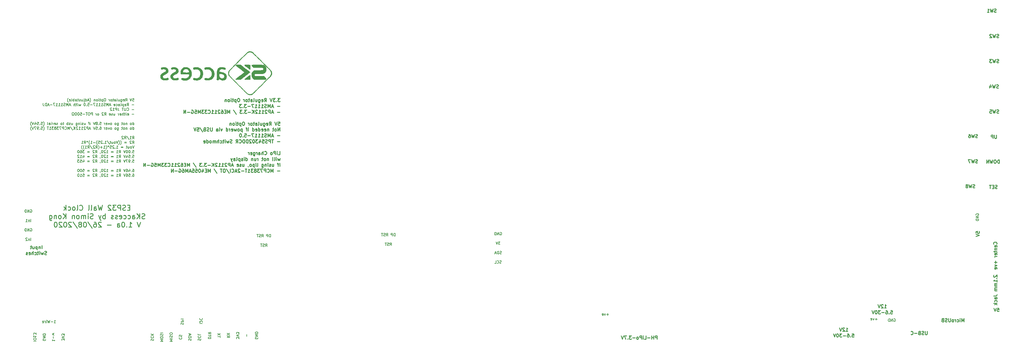
<source format=gbo>
G04 #@! TF.GenerationSoftware,KiCad,Pcbnew,(5.1.6)-1*
G04 #@! TF.CreationDate,2020-08-27T22:54:22+08:00*
G04 #@! TF.ProjectId,ESP32-Wall-Clock,45535033-322d-4576-916c-6c2d436c6f63,1.0a*
G04 #@! TF.SameCoordinates,Original*
G04 #@! TF.FileFunction,Legend,Bot*
G04 #@! TF.FilePolarity,Positive*
%FSLAX46Y46*%
G04 Gerber Fmt 4.6, Leading zero omitted, Abs format (unit mm)*
G04 Created by KiCad (PCBNEW (5.1.6)-1) date 2020-08-27 22:54:22*
%MOMM*%
%LPD*%
G01*
G04 APERTURE LIST*
%ADD10C,0.200000*%
%ADD11C,0.250000*%
%ADD12C,0.010000*%
G04 APERTURE END LIST*
D10*
X83300000Y-118861904D02*
X83300000Y-118061904D01*
X83109523Y-118061904D01*
X82995238Y-118100000D01*
X82919047Y-118176190D01*
X82880952Y-118252380D01*
X82842857Y-118404761D01*
X82842857Y-118519047D01*
X82880952Y-118671428D01*
X82919047Y-118747619D01*
X82995238Y-118823809D01*
X83109523Y-118861904D01*
X83300000Y-118861904D01*
X82500000Y-118861904D02*
X82500000Y-118061904D01*
X82195238Y-118061904D01*
X82119047Y-118100000D01*
X82080952Y-118138095D01*
X82042857Y-118214285D01*
X82042857Y-118328571D01*
X82080952Y-118404761D01*
X82119047Y-118442857D01*
X82195238Y-118480952D01*
X82500000Y-118480952D01*
X80633333Y-118861904D02*
X80900000Y-118480952D01*
X81090476Y-118861904D02*
X81090476Y-118061904D01*
X80785714Y-118061904D01*
X80709523Y-118100000D01*
X80671428Y-118138095D01*
X80633333Y-118214285D01*
X80633333Y-118328571D01*
X80671428Y-118404761D01*
X80709523Y-118442857D01*
X80785714Y-118480952D01*
X81090476Y-118480952D01*
X80328571Y-118823809D02*
X80214285Y-118861904D01*
X80023809Y-118861904D01*
X79947619Y-118823809D01*
X79909523Y-118785714D01*
X79871428Y-118709523D01*
X79871428Y-118633333D01*
X79909523Y-118557142D01*
X79947619Y-118519047D01*
X80023809Y-118480952D01*
X80176190Y-118442857D01*
X80252380Y-118404761D01*
X80290476Y-118366666D01*
X80328571Y-118290476D01*
X80328571Y-118214285D01*
X80290476Y-118138095D01*
X80252380Y-118100000D01*
X80176190Y-118061904D01*
X79985714Y-118061904D01*
X79871428Y-118100000D01*
X79642857Y-118061904D02*
X79185714Y-118061904D01*
X79414285Y-118861904D02*
X79414285Y-118061904D01*
X81738095Y-121661904D02*
X82004761Y-121280952D01*
X82195238Y-121661904D02*
X82195238Y-120861904D01*
X81890476Y-120861904D01*
X81814285Y-120900000D01*
X81776190Y-120938095D01*
X81738095Y-121014285D01*
X81738095Y-121128571D01*
X81776190Y-121204761D01*
X81814285Y-121242857D01*
X81890476Y-121280952D01*
X82195238Y-121280952D01*
X81433333Y-121623809D02*
X81319047Y-121661904D01*
X81128571Y-121661904D01*
X81052380Y-121623809D01*
X81014285Y-121585714D01*
X80976190Y-121509523D01*
X80976190Y-121433333D01*
X81014285Y-121357142D01*
X81052380Y-121319047D01*
X81128571Y-121280952D01*
X81280952Y-121242857D01*
X81357142Y-121204761D01*
X81395238Y-121166666D01*
X81433333Y-121090476D01*
X81433333Y-121014285D01*
X81395238Y-120938095D01*
X81357142Y-120900000D01*
X81280952Y-120861904D01*
X81090476Y-120861904D01*
X80976190Y-120900000D01*
X80747619Y-120861904D02*
X80290476Y-120861904D01*
X80519047Y-121661904D02*
X80519047Y-120861904D01*
X120300000Y-118561904D02*
X120300000Y-117761904D01*
X120109523Y-117761904D01*
X119995238Y-117800000D01*
X119919047Y-117876190D01*
X119880952Y-117952380D01*
X119842857Y-118104761D01*
X119842857Y-118219047D01*
X119880952Y-118371428D01*
X119919047Y-118447619D01*
X119995238Y-118523809D01*
X120109523Y-118561904D01*
X120300000Y-118561904D01*
X119500000Y-118561904D02*
X119500000Y-117761904D01*
X119195238Y-117761904D01*
X119119047Y-117800000D01*
X119080952Y-117838095D01*
X119042857Y-117914285D01*
X119042857Y-118028571D01*
X119080952Y-118104761D01*
X119119047Y-118142857D01*
X119195238Y-118180952D01*
X119500000Y-118180952D01*
X117633333Y-118561904D02*
X117900000Y-118180952D01*
X118090476Y-118561904D02*
X118090476Y-117761904D01*
X117785714Y-117761904D01*
X117709523Y-117800000D01*
X117671428Y-117838095D01*
X117633333Y-117914285D01*
X117633333Y-118028571D01*
X117671428Y-118104761D01*
X117709523Y-118142857D01*
X117785714Y-118180952D01*
X118090476Y-118180952D01*
X117328571Y-118523809D02*
X117214285Y-118561904D01*
X117023809Y-118561904D01*
X116947619Y-118523809D01*
X116909523Y-118485714D01*
X116871428Y-118409523D01*
X116871428Y-118333333D01*
X116909523Y-118257142D01*
X116947619Y-118219047D01*
X117023809Y-118180952D01*
X117176190Y-118142857D01*
X117252380Y-118104761D01*
X117290476Y-118066666D01*
X117328571Y-117990476D01*
X117328571Y-117914285D01*
X117290476Y-117838095D01*
X117252380Y-117800000D01*
X117176190Y-117761904D01*
X116985714Y-117761904D01*
X116871428Y-117800000D01*
X116642857Y-117761904D02*
X116185714Y-117761904D01*
X116414285Y-118561904D02*
X116414285Y-117761904D01*
X118738095Y-121361904D02*
X119004761Y-120980952D01*
X119195238Y-121361904D02*
X119195238Y-120561904D01*
X118890476Y-120561904D01*
X118814285Y-120600000D01*
X118776190Y-120638095D01*
X118738095Y-120714285D01*
X118738095Y-120828571D01*
X118776190Y-120904761D01*
X118814285Y-120942857D01*
X118890476Y-120980952D01*
X119195238Y-120980952D01*
X118433333Y-121323809D02*
X118319047Y-121361904D01*
X118128571Y-121361904D01*
X118052380Y-121323809D01*
X118014285Y-121285714D01*
X117976190Y-121209523D01*
X117976190Y-121133333D01*
X118014285Y-121057142D01*
X118052380Y-121019047D01*
X118128571Y-120980952D01*
X118280952Y-120942857D01*
X118357142Y-120904761D01*
X118395238Y-120866666D01*
X118433333Y-120790476D01*
X118433333Y-120714285D01*
X118395238Y-120638095D01*
X118357142Y-120600000D01*
X118280952Y-120561904D01*
X118090476Y-120561904D01*
X117976190Y-120600000D01*
X117747619Y-120561904D02*
X117290476Y-120561904D01*
X117519047Y-121361904D02*
X117519047Y-120561904D01*
X183752380Y-141857142D02*
X183142857Y-141857142D01*
X183447619Y-142161904D02*
X183447619Y-141552380D01*
X182838095Y-141628571D02*
X182647619Y-142161904D01*
X182457142Y-141628571D01*
X181847619Y-142123809D02*
X181923809Y-142161904D01*
X182076190Y-142161904D01*
X182152380Y-142123809D01*
X182190476Y-142047619D01*
X182190476Y-141742857D01*
X182152380Y-141666666D01*
X182076190Y-141628571D01*
X181923809Y-141628571D01*
X181847619Y-141666666D01*
X181809523Y-141742857D01*
X181809523Y-141819047D01*
X182190476Y-141895238D01*
D11*
X265669047Y-139927380D02*
X266240476Y-139927380D01*
X265954761Y-139927380D02*
X265954761Y-138927380D01*
X266050000Y-139070238D01*
X266145238Y-139165476D01*
X266240476Y-139213095D01*
X265288095Y-139022619D02*
X265240476Y-138975000D01*
X265145238Y-138927380D01*
X264907142Y-138927380D01*
X264811904Y-138975000D01*
X264764285Y-139022619D01*
X264716666Y-139117857D01*
X264716666Y-139213095D01*
X264764285Y-139355952D01*
X265335714Y-139927380D01*
X264716666Y-139927380D01*
X264430952Y-138927380D02*
X264097619Y-139927380D01*
X263764285Y-138927380D01*
X267526190Y-140677380D02*
X268002380Y-140677380D01*
X268050000Y-141153571D01*
X268002380Y-141105952D01*
X267907142Y-141058333D01*
X267669047Y-141058333D01*
X267573809Y-141105952D01*
X267526190Y-141153571D01*
X267478571Y-141248809D01*
X267478571Y-141486904D01*
X267526190Y-141582142D01*
X267573809Y-141629761D01*
X267669047Y-141677380D01*
X267907142Y-141677380D01*
X268002380Y-141629761D01*
X268050000Y-141582142D01*
X267050000Y-141582142D02*
X267002380Y-141629761D01*
X267050000Y-141677380D01*
X267097619Y-141629761D01*
X267050000Y-141582142D01*
X267050000Y-141677380D01*
X266145238Y-140677380D02*
X266335714Y-140677380D01*
X266430952Y-140725000D01*
X266478571Y-140772619D01*
X266573809Y-140915476D01*
X266621428Y-141105952D01*
X266621428Y-141486904D01*
X266573809Y-141582142D01*
X266526190Y-141629761D01*
X266430952Y-141677380D01*
X266240476Y-141677380D01*
X266145238Y-141629761D01*
X266097619Y-141582142D01*
X266050000Y-141486904D01*
X266050000Y-141248809D01*
X266097619Y-141153571D01*
X266145238Y-141105952D01*
X266240476Y-141058333D01*
X266430952Y-141058333D01*
X266526190Y-141105952D01*
X266573809Y-141153571D01*
X266621428Y-141248809D01*
X265621428Y-141296428D02*
X264859523Y-141296428D01*
X264478571Y-140677380D02*
X263859523Y-140677380D01*
X264192857Y-141058333D01*
X264050000Y-141058333D01*
X263954761Y-141105952D01*
X263907142Y-141153571D01*
X263859523Y-141248809D01*
X263859523Y-141486904D01*
X263907142Y-141582142D01*
X263954761Y-141629761D01*
X264050000Y-141677380D01*
X264335714Y-141677380D01*
X264430952Y-141629761D01*
X264478571Y-141582142D01*
X263240476Y-140677380D02*
X263145238Y-140677380D01*
X263050000Y-140725000D01*
X263002380Y-140772619D01*
X262954761Y-140867857D01*
X262907142Y-141058333D01*
X262907142Y-141296428D01*
X262954761Y-141486904D01*
X263002380Y-141582142D01*
X263050000Y-141629761D01*
X263145238Y-141677380D01*
X263240476Y-141677380D01*
X263335714Y-141629761D01*
X263383333Y-141582142D01*
X263430952Y-141486904D01*
X263478571Y-141296428D01*
X263478571Y-141058333D01*
X263430952Y-140867857D01*
X263383333Y-140772619D01*
X263335714Y-140725000D01*
X263240476Y-140677380D01*
X262621428Y-140677380D02*
X262288095Y-141677380D01*
X261954761Y-140677380D01*
X254219047Y-146827380D02*
X254790476Y-146827380D01*
X254504761Y-146827380D02*
X254504761Y-145827380D01*
X254600000Y-145970238D01*
X254695238Y-146065476D01*
X254790476Y-146113095D01*
X253838095Y-145922619D02*
X253790476Y-145875000D01*
X253695238Y-145827380D01*
X253457142Y-145827380D01*
X253361904Y-145875000D01*
X253314285Y-145922619D01*
X253266666Y-146017857D01*
X253266666Y-146113095D01*
X253314285Y-146255952D01*
X253885714Y-146827380D01*
X253266666Y-146827380D01*
X252980952Y-145827380D02*
X252647619Y-146827380D01*
X252314285Y-145827380D01*
X256076190Y-147577380D02*
X256552380Y-147577380D01*
X256600000Y-148053571D01*
X256552380Y-148005952D01*
X256457142Y-147958333D01*
X256219047Y-147958333D01*
X256123809Y-148005952D01*
X256076190Y-148053571D01*
X256028571Y-148148809D01*
X256028571Y-148386904D01*
X256076190Y-148482142D01*
X256123809Y-148529761D01*
X256219047Y-148577380D01*
X256457142Y-148577380D01*
X256552380Y-148529761D01*
X256600000Y-148482142D01*
X255600000Y-148482142D02*
X255552380Y-148529761D01*
X255600000Y-148577380D01*
X255647619Y-148529761D01*
X255600000Y-148482142D01*
X255600000Y-148577380D01*
X254695238Y-147577380D02*
X254885714Y-147577380D01*
X254980952Y-147625000D01*
X255028571Y-147672619D01*
X255123809Y-147815476D01*
X255171428Y-148005952D01*
X255171428Y-148386904D01*
X255123809Y-148482142D01*
X255076190Y-148529761D01*
X254980952Y-148577380D01*
X254790476Y-148577380D01*
X254695238Y-148529761D01*
X254647619Y-148482142D01*
X254600000Y-148386904D01*
X254600000Y-148148809D01*
X254647619Y-148053571D01*
X254695238Y-148005952D01*
X254790476Y-147958333D01*
X254980952Y-147958333D01*
X255076190Y-148005952D01*
X255123809Y-148053571D01*
X255171428Y-148148809D01*
X254171428Y-148196428D02*
X253409523Y-148196428D01*
X253028571Y-147577380D02*
X252409523Y-147577380D01*
X252742857Y-147958333D01*
X252600000Y-147958333D01*
X252504761Y-148005952D01*
X252457142Y-148053571D01*
X252409523Y-148148809D01*
X252409523Y-148386904D01*
X252457142Y-148482142D01*
X252504761Y-148529761D01*
X252600000Y-148577380D01*
X252885714Y-148577380D01*
X252980952Y-148529761D01*
X253028571Y-148482142D01*
X251790476Y-147577380D02*
X251695238Y-147577380D01*
X251600000Y-147625000D01*
X251552380Y-147672619D01*
X251504761Y-147767857D01*
X251457142Y-147958333D01*
X251457142Y-148196428D01*
X251504761Y-148386904D01*
X251552380Y-148482142D01*
X251600000Y-148529761D01*
X251695238Y-148577380D01*
X251790476Y-148577380D01*
X251885714Y-148529761D01*
X251933333Y-148482142D01*
X251980952Y-148386904D01*
X252028571Y-148196428D01*
X252028571Y-147958333D01*
X251980952Y-147767857D01*
X251933333Y-147672619D01*
X251885714Y-147625000D01*
X251790476Y-147577380D01*
X251171428Y-147577380D02*
X250838095Y-148577380D01*
X250504761Y-147577380D01*
X292902380Y-117659523D02*
X292902380Y-117183333D01*
X293378571Y-117135714D01*
X293330952Y-117183333D01*
X293283333Y-117278571D01*
X293283333Y-117516666D01*
X293330952Y-117611904D01*
X293378571Y-117659523D01*
X293473809Y-117707142D01*
X293711904Y-117707142D01*
X293807142Y-117659523D01*
X293854761Y-117611904D01*
X293902380Y-117516666D01*
X293902380Y-117278571D01*
X293854761Y-117183333D01*
X293807142Y-117135714D01*
X292902380Y-117992857D02*
X293902380Y-118326190D01*
X292902380Y-118659523D01*
D10*
X292950000Y-112340476D02*
X292911904Y-112264285D01*
X292911904Y-112150000D01*
X292950000Y-112035714D01*
X293026190Y-111959523D01*
X293102380Y-111921428D01*
X293254761Y-111883333D01*
X293369047Y-111883333D01*
X293521428Y-111921428D01*
X293597619Y-111959523D01*
X293673809Y-112035714D01*
X293711904Y-112150000D01*
X293711904Y-112226190D01*
X293673809Y-112340476D01*
X293635714Y-112378571D01*
X293369047Y-112378571D01*
X293369047Y-112226190D01*
X293711904Y-112721428D02*
X292911904Y-112721428D01*
X293711904Y-113178571D01*
X292911904Y-113178571D01*
X293711904Y-113559523D02*
X292911904Y-113559523D01*
X292911904Y-113750000D01*
X292950000Y-113864285D01*
X293026190Y-113940476D01*
X293102380Y-113978571D01*
X293254761Y-114016666D01*
X293369047Y-114016666D01*
X293521428Y-113978571D01*
X293597619Y-113940476D01*
X293673809Y-113864285D01*
X293711904Y-113750000D01*
X293711904Y-113559523D01*
X42298571Y-77661904D02*
X42679523Y-77661904D01*
X42717619Y-78042857D01*
X42679523Y-78004761D01*
X42603333Y-77966666D01*
X42412857Y-77966666D01*
X42336666Y-78004761D01*
X42298571Y-78042857D01*
X42260476Y-78119047D01*
X42260476Y-78309523D01*
X42298571Y-78385714D01*
X42336666Y-78423809D01*
X42412857Y-78461904D01*
X42603333Y-78461904D01*
X42679523Y-78423809D01*
X42717619Y-78385714D01*
X42031904Y-77661904D02*
X41765238Y-78461904D01*
X41498571Y-77661904D01*
X40165238Y-78461904D02*
X40431904Y-78080952D01*
X40622380Y-78461904D02*
X40622380Y-77661904D01*
X40317619Y-77661904D01*
X40241428Y-77700000D01*
X40203333Y-77738095D01*
X40165238Y-77814285D01*
X40165238Y-77928571D01*
X40203333Y-78004761D01*
X40241428Y-78042857D01*
X40317619Y-78080952D01*
X40622380Y-78080952D01*
X39517619Y-78423809D02*
X39593809Y-78461904D01*
X39746190Y-78461904D01*
X39822380Y-78423809D01*
X39860476Y-78347619D01*
X39860476Y-78042857D01*
X39822380Y-77966666D01*
X39746190Y-77928571D01*
X39593809Y-77928571D01*
X39517619Y-77966666D01*
X39479523Y-78042857D01*
X39479523Y-78119047D01*
X39860476Y-78195238D01*
X38793809Y-77928571D02*
X38793809Y-78576190D01*
X38831904Y-78652380D01*
X38870000Y-78690476D01*
X38946190Y-78728571D01*
X39060476Y-78728571D01*
X39136666Y-78690476D01*
X38793809Y-78423809D02*
X38870000Y-78461904D01*
X39022380Y-78461904D01*
X39098571Y-78423809D01*
X39136666Y-78385714D01*
X39174761Y-78309523D01*
X39174761Y-78080952D01*
X39136666Y-78004761D01*
X39098571Y-77966666D01*
X39022380Y-77928571D01*
X38870000Y-77928571D01*
X38793809Y-77966666D01*
X38070000Y-77928571D02*
X38070000Y-78461904D01*
X38412857Y-77928571D02*
X38412857Y-78347619D01*
X38374761Y-78423809D01*
X38298571Y-78461904D01*
X38184285Y-78461904D01*
X38108095Y-78423809D01*
X38070000Y-78385714D01*
X37574761Y-78461904D02*
X37650952Y-78423809D01*
X37689047Y-78347619D01*
X37689047Y-77661904D01*
X36927142Y-78461904D02*
X36927142Y-78042857D01*
X36965238Y-77966666D01*
X37041428Y-77928571D01*
X37193809Y-77928571D01*
X37270000Y-77966666D01*
X36927142Y-78423809D02*
X37003333Y-78461904D01*
X37193809Y-78461904D01*
X37270000Y-78423809D01*
X37308095Y-78347619D01*
X37308095Y-78271428D01*
X37270000Y-78195238D01*
X37193809Y-78157142D01*
X37003333Y-78157142D01*
X36927142Y-78119047D01*
X36660476Y-77928571D02*
X36355714Y-77928571D01*
X36546190Y-77661904D02*
X36546190Y-78347619D01*
X36508095Y-78423809D01*
X36431904Y-78461904D01*
X36355714Y-78461904D01*
X35974761Y-78461904D02*
X36050952Y-78423809D01*
X36089047Y-78385714D01*
X36127142Y-78309523D01*
X36127142Y-78080952D01*
X36089047Y-78004761D01*
X36050952Y-77966666D01*
X35974761Y-77928571D01*
X35860476Y-77928571D01*
X35784285Y-77966666D01*
X35746190Y-78004761D01*
X35708095Y-78080952D01*
X35708095Y-78309523D01*
X35746190Y-78385714D01*
X35784285Y-78423809D01*
X35860476Y-78461904D01*
X35974761Y-78461904D01*
X35365238Y-78461904D02*
X35365238Y-77928571D01*
X35365238Y-78080952D02*
X35327142Y-78004761D01*
X35289047Y-77966666D01*
X35212857Y-77928571D01*
X35136666Y-77928571D01*
X34108095Y-77661904D02*
X33955714Y-77661904D01*
X33879523Y-77700000D01*
X33803333Y-77776190D01*
X33765238Y-77928571D01*
X33765238Y-78195238D01*
X33803333Y-78347619D01*
X33879523Y-78423809D01*
X33955714Y-78461904D01*
X34108095Y-78461904D01*
X34184285Y-78423809D01*
X34260476Y-78347619D01*
X34298571Y-78195238D01*
X34298571Y-77928571D01*
X34260476Y-77776190D01*
X34184285Y-77700000D01*
X34108095Y-77661904D01*
X33422380Y-77928571D02*
X33422380Y-78728571D01*
X33422380Y-77966666D02*
X33346190Y-77928571D01*
X33193809Y-77928571D01*
X33117619Y-77966666D01*
X33079523Y-78004761D01*
X33041428Y-78080952D01*
X33041428Y-78309523D01*
X33079523Y-78385714D01*
X33117619Y-78423809D01*
X33193809Y-78461904D01*
X33346190Y-78461904D01*
X33422380Y-78423809D01*
X32812857Y-77928571D02*
X32508095Y-77928571D01*
X32698571Y-77661904D02*
X32698571Y-78347619D01*
X32660476Y-78423809D01*
X32584285Y-78461904D01*
X32508095Y-78461904D01*
X32241428Y-78461904D02*
X32241428Y-77928571D01*
X32241428Y-77661904D02*
X32279523Y-77700000D01*
X32241428Y-77738095D01*
X32203333Y-77700000D01*
X32241428Y-77661904D01*
X32241428Y-77738095D01*
X31746190Y-78461904D02*
X31822380Y-78423809D01*
X31860476Y-78385714D01*
X31898571Y-78309523D01*
X31898571Y-78080952D01*
X31860476Y-78004761D01*
X31822380Y-77966666D01*
X31746190Y-77928571D01*
X31631904Y-77928571D01*
X31555714Y-77966666D01*
X31517619Y-78004761D01*
X31479523Y-78080952D01*
X31479523Y-78309523D01*
X31517619Y-78385714D01*
X31555714Y-78423809D01*
X31631904Y-78461904D01*
X31746190Y-78461904D01*
X31136666Y-77928571D02*
X31136666Y-78461904D01*
X31136666Y-78004761D02*
X31098571Y-77966666D01*
X31022380Y-77928571D01*
X30908095Y-77928571D01*
X30831904Y-77966666D01*
X30793809Y-78042857D01*
X30793809Y-78461904D01*
X29574761Y-78766666D02*
X29612857Y-78728571D01*
X29689047Y-78614285D01*
X29727142Y-78538095D01*
X29765238Y-78423809D01*
X29803333Y-78233333D01*
X29803333Y-78080952D01*
X29765238Y-77890476D01*
X29727142Y-77776190D01*
X29689047Y-77700000D01*
X29612857Y-77585714D01*
X29574761Y-77547619D01*
X29308095Y-78233333D02*
X28927142Y-78233333D01*
X29384285Y-78461904D02*
X29117619Y-77661904D01*
X28850952Y-78461904D01*
X28241428Y-78461904D02*
X28241428Y-77661904D01*
X28241428Y-78423809D02*
X28317619Y-78461904D01*
X28470000Y-78461904D01*
X28546190Y-78423809D01*
X28584285Y-78385714D01*
X28622380Y-78309523D01*
X28622380Y-78080952D01*
X28584285Y-78004761D01*
X28546190Y-77966666D01*
X28470000Y-77928571D01*
X28317619Y-77928571D01*
X28241428Y-77966666D01*
X27860476Y-77928571D02*
X27860476Y-78614285D01*
X27898571Y-78690476D01*
X27974761Y-78728571D01*
X28012857Y-78728571D01*
X27860476Y-77661904D02*
X27898571Y-77700000D01*
X27860476Y-77738095D01*
X27822380Y-77700000D01*
X27860476Y-77661904D01*
X27860476Y-77738095D01*
X27136666Y-77928571D02*
X27136666Y-78461904D01*
X27479523Y-77928571D02*
X27479523Y-78347619D01*
X27441428Y-78423809D01*
X27365238Y-78461904D01*
X27250952Y-78461904D01*
X27174761Y-78423809D01*
X27136666Y-78385714D01*
X26793809Y-78423809D02*
X26717619Y-78461904D01*
X26565238Y-78461904D01*
X26489047Y-78423809D01*
X26450952Y-78347619D01*
X26450952Y-78309523D01*
X26489047Y-78233333D01*
X26565238Y-78195238D01*
X26679523Y-78195238D01*
X26755714Y-78157142D01*
X26793809Y-78080952D01*
X26793809Y-78042857D01*
X26755714Y-77966666D01*
X26679523Y-77928571D01*
X26565238Y-77928571D01*
X26489047Y-77966666D01*
X26222380Y-77928571D02*
X25917619Y-77928571D01*
X26108095Y-77661904D02*
X26108095Y-78347619D01*
X26070000Y-78423809D01*
X25993809Y-78461904D01*
X25917619Y-78461904D01*
X25308095Y-78461904D02*
X25308095Y-78042857D01*
X25346190Y-77966666D01*
X25422380Y-77928571D01*
X25574761Y-77928571D01*
X25650952Y-77966666D01*
X25308095Y-78423809D02*
X25384285Y-78461904D01*
X25574761Y-78461904D01*
X25650952Y-78423809D01*
X25689047Y-78347619D01*
X25689047Y-78271428D01*
X25650952Y-78195238D01*
X25574761Y-78157142D01*
X25384285Y-78157142D01*
X25308095Y-78119047D01*
X24927142Y-78461904D02*
X24927142Y-77661904D01*
X24927142Y-77966666D02*
X24850952Y-77928571D01*
X24698571Y-77928571D01*
X24622380Y-77966666D01*
X24584285Y-78004761D01*
X24546190Y-78080952D01*
X24546190Y-78309523D01*
X24584285Y-78385714D01*
X24622380Y-78423809D01*
X24698571Y-78461904D01*
X24850952Y-78461904D01*
X24927142Y-78423809D01*
X24089047Y-78461904D02*
X24165238Y-78423809D01*
X24203333Y-78347619D01*
X24203333Y-77661904D01*
X23479523Y-78423809D02*
X23555714Y-78461904D01*
X23708095Y-78461904D01*
X23784285Y-78423809D01*
X23822380Y-78347619D01*
X23822380Y-78042857D01*
X23784285Y-77966666D01*
X23708095Y-77928571D01*
X23555714Y-77928571D01*
X23479523Y-77966666D01*
X23441428Y-78042857D01*
X23441428Y-78119047D01*
X23822380Y-78195238D01*
X23174761Y-78766666D02*
X23136666Y-78728571D01*
X23060476Y-78614285D01*
X23022380Y-78538095D01*
X22984285Y-78423809D01*
X22946190Y-78233333D01*
X22946190Y-78080952D01*
X22984285Y-77890476D01*
X23022380Y-77776190D01*
X23060476Y-77700000D01*
X23136666Y-77585714D01*
X23174761Y-77547619D01*
X42679523Y-79557142D02*
X42070000Y-79557142D01*
X40622380Y-79861904D02*
X40889047Y-79480952D01*
X41079523Y-79861904D02*
X41079523Y-79061904D01*
X40774761Y-79061904D01*
X40698571Y-79100000D01*
X40660476Y-79138095D01*
X40622380Y-79214285D01*
X40622380Y-79328571D01*
X40660476Y-79404761D01*
X40698571Y-79442857D01*
X40774761Y-79480952D01*
X41079523Y-79480952D01*
X39974761Y-79823809D02*
X40050952Y-79861904D01*
X40203333Y-79861904D01*
X40279523Y-79823809D01*
X40317619Y-79747619D01*
X40317619Y-79442857D01*
X40279523Y-79366666D01*
X40203333Y-79328571D01*
X40050952Y-79328571D01*
X39974761Y-79366666D01*
X39936666Y-79442857D01*
X39936666Y-79519047D01*
X40317619Y-79595238D01*
X39593809Y-79328571D02*
X39593809Y-80128571D01*
X39593809Y-79366666D02*
X39517619Y-79328571D01*
X39365238Y-79328571D01*
X39289047Y-79366666D01*
X39250952Y-79404761D01*
X39212857Y-79480952D01*
X39212857Y-79709523D01*
X39250952Y-79785714D01*
X39289047Y-79823809D01*
X39365238Y-79861904D01*
X39517619Y-79861904D01*
X39593809Y-79823809D01*
X38755714Y-79861904D02*
X38831904Y-79823809D01*
X38870000Y-79747619D01*
X38870000Y-79061904D01*
X38108095Y-79861904D02*
X38108095Y-79442857D01*
X38146190Y-79366666D01*
X38222380Y-79328571D01*
X38374761Y-79328571D01*
X38450952Y-79366666D01*
X38108095Y-79823809D02*
X38184285Y-79861904D01*
X38374761Y-79861904D01*
X38450952Y-79823809D01*
X38489047Y-79747619D01*
X38489047Y-79671428D01*
X38450952Y-79595238D01*
X38374761Y-79557142D01*
X38184285Y-79557142D01*
X38108095Y-79519047D01*
X37384285Y-79823809D02*
X37460476Y-79861904D01*
X37612857Y-79861904D01*
X37689047Y-79823809D01*
X37727142Y-79785714D01*
X37765238Y-79709523D01*
X37765238Y-79480952D01*
X37727142Y-79404761D01*
X37689047Y-79366666D01*
X37612857Y-79328571D01*
X37460476Y-79328571D01*
X37384285Y-79366666D01*
X36736666Y-79823809D02*
X36812857Y-79861904D01*
X36965238Y-79861904D01*
X37041428Y-79823809D01*
X37079523Y-79747619D01*
X37079523Y-79442857D01*
X37041428Y-79366666D01*
X36965238Y-79328571D01*
X36812857Y-79328571D01*
X36736666Y-79366666D01*
X36698571Y-79442857D01*
X36698571Y-79519047D01*
X37079523Y-79595238D01*
X35784285Y-79633333D02*
X35403333Y-79633333D01*
X35860476Y-79861904D02*
X35593809Y-79061904D01*
X35327142Y-79861904D01*
X35060476Y-79861904D02*
X35060476Y-79061904D01*
X34793809Y-79633333D01*
X34527142Y-79061904D01*
X34527142Y-79861904D01*
X34184285Y-79823809D02*
X34070000Y-79861904D01*
X33879523Y-79861904D01*
X33803333Y-79823809D01*
X33765238Y-79785714D01*
X33727142Y-79709523D01*
X33727142Y-79633333D01*
X33765238Y-79557142D01*
X33803333Y-79519047D01*
X33879523Y-79480952D01*
X34031904Y-79442857D01*
X34108095Y-79404761D01*
X34146190Y-79366666D01*
X34184285Y-79290476D01*
X34184285Y-79214285D01*
X34146190Y-79138095D01*
X34108095Y-79100000D01*
X34031904Y-79061904D01*
X33841428Y-79061904D01*
X33727142Y-79100000D01*
X32965238Y-79861904D02*
X33422380Y-79861904D01*
X33193809Y-79861904D02*
X33193809Y-79061904D01*
X33270000Y-79176190D01*
X33346190Y-79252380D01*
X33422380Y-79290476D01*
X32203333Y-79861904D02*
X32660476Y-79861904D01*
X32431904Y-79861904D02*
X32431904Y-79061904D01*
X32508095Y-79176190D01*
X32584285Y-79252380D01*
X32660476Y-79290476D01*
X31441428Y-79861904D02*
X31898571Y-79861904D01*
X31670000Y-79861904D02*
X31670000Y-79061904D01*
X31746190Y-79176190D01*
X31822380Y-79252380D01*
X31898571Y-79290476D01*
X31174761Y-79061904D02*
X30641428Y-79061904D01*
X30984285Y-79861904D01*
X30336666Y-79557142D02*
X29727142Y-79557142D01*
X28965238Y-79061904D02*
X29346190Y-79061904D01*
X29384285Y-79442857D01*
X29346190Y-79404761D01*
X29270000Y-79366666D01*
X29079523Y-79366666D01*
X29003333Y-79404761D01*
X28965238Y-79442857D01*
X28927142Y-79519047D01*
X28927142Y-79709523D01*
X28965238Y-79785714D01*
X29003333Y-79823809D01*
X29079523Y-79861904D01*
X29270000Y-79861904D01*
X29346190Y-79823809D01*
X29384285Y-79785714D01*
X28584285Y-79785714D02*
X28546190Y-79823809D01*
X28584285Y-79861904D01*
X28622380Y-79823809D01*
X28584285Y-79785714D01*
X28584285Y-79861904D01*
X28050952Y-79061904D02*
X27974761Y-79061904D01*
X27898571Y-79100000D01*
X27860476Y-79138095D01*
X27822380Y-79214285D01*
X27784285Y-79366666D01*
X27784285Y-79557142D01*
X27822380Y-79709523D01*
X27860476Y-79785714D01*
X27898571Y-79823809D01*
X27974761Y-79861904D01*
X28050952Y-79861904D01*
X28127142Y-79823809D01*
X28165238Y-79785714D01*
X28203333Y-79709523D01*
X28241428Y-79557142D01*
X28241428Y-79366666D01*
X28203333Y-79214285D01*
X28165238Y-79138095D01*
X28127142Y-79100000D01*
X28050952Y-79061904D01*
X26908095Y-79328571D02*
X26755714Y-79861904D01*
X26603333Y-79480952D01*
X26450952Y-79861904D01*
X26298571Y-79328571D01*
X25993809Y-79861904D02*
X25993809Y-79328571D01*
X25993809Y-79061904D02*
X26031904Y-79100000D01*
X25993809Y-79138095D01*
X25955714Y-79100000D01*
X25993809Y-79061904D01*
X25993809Y-79138095D01*
X25727142Y-79328571D02*
X25422380Y-79328571D01*
X25612857Y-79061904D02*
X25612857Y-79747619D01*
X25574761Y-79823809D01*
X25498571Y-79861904D01*
X25422380Y-79861904D01*
X25155714Y-79861904D02*
X25155714Y-79061904D01*
X24812857Y-79861904D02*
X24812857Y-79442857D01*
X24850952Y-79366666D01*
X24927142Y-79328571D01*
X25041428Y-79328571D01*
X25117619Y-79366666D01*
X25155714Y-79404761D01*
X23860476Y-79633333D02*
X23479523Y-79633333D01*
X23936666Y-79861904D02*
X23670000Y-79061904D01*
X23403333Y-79861904D01*
X23136666Y-79861904D02*
X23136666Y-79061904D01*
X22870000Y-79633333D01*
X22603333Y-79061904D01*
X22603333Y-79861904D01*
X22260476Y-79823809D02*
X22146190Y-79861904D01*
X21955714Y-79861904D01*
X21879523Y-79823809D01*
X21841428Y-79785714D01*
X21803333Y-79709523D01*
X21803333Y-79633333D01*
X21841428Y-79557142D01*
X21879523Y-79519047D01*
X21955714Y-79480952D01*
X22108095Y-79442857D01*
X22184285Y-79404761D01*
X22222380Y-79366666D01*
X22260476Y-79290476D01*
X22260476Y-79214285D01*
X22222380Y-79138095D01*
X22184285Y-79100000D01*
X22108095Y-79061904D01*
X21917619Y-79061904D01*
X21803333Y-79100000D01*
X21041428Y-79861904D02*
X21498571Y-79861904D01*
X21270000Y-79861904D02*
X21270000Y-79061904D01*
X21346190Y-79176190D01*
X21422380Y-79252380D01*
X21498571Y-79290476D01*
X20279523Y-79861904D02*
X20736666Y-79861904D01*
X20508095Y-79861904D02*
X20508095Y-79061904D01*
X20584285Y-79176190D01*
X20660476Y-79252380D01*
X20736666Y-79290476D01*
X19517619Y-79861904D02*
X19974761Y-79861904D01*
X19746190Y-79861904D02*
X19746190Y-79061904D01*
X19822380Y-79176190D01*
X19898571Y-79252380D01*
X19974761Y-79290476D01*
X19250952Y-79061904D02*
X18717619Y-79061904D01*
X19060476Y-79861904D01*
X18412857Y-79557142D02*
X17803333Y-79557142D01*
X17460476Y-79633333D02*
X17079523Y-79633333D01*
X17536666Y-79861904D02*
X17270000Y-79061904D01*
X17003333Y-79861904D01*
X16736666Y-79861904D02*
X16736666Y-79061904D01*
X16546190Y-79061904D01*
X16431904Y-79100000D01*
X16355714Y-79176190D01*
X16317619Y-79252380D01*
X16279523Y-79404761D01*
X16279523Y-79519047D01*
X16317619Y-79671428D01*
X16355714Y-79747619D01*
X16431904Y-79823809D01*
X16546190Y-79861904D01*
X16736666Y-79861904D01*
X15708095Y-79061904D02*
X15708095Y-79633333D01*
X15746190Y-79747619D01*
X15822380Y-79823809D01*
X15936666Y-79861904D01*
X16012857Y-79861904D01*
X42679523Y-80957142D02*
X42070000Y-80957142D01*
X40622380Y-81185714D02*
X40660476Y-81223809D01*
X40774761Y-81261904D01*
X40850952Y-81261904D01*
X40965238Y-81223809D01*
X41041428Y-81147619D01*
X41079523Y-81071428D01*
X41117619Y-80919047D01*
X41117619Y-80804761D01*
X41079523Y-80652380D01*
X41041428Y-80576190D01*
X40965238Y-80500000D01*
X40850952Y-80461904D01*
X40774761Y-80461904D01*
X40660476Y-80500000D01*
X40622380Y-80538095D01*
X40279523Y-80461904D02*
X40279523Y-81109523D01*
X40241428Y-81185714D01*
X40203333Y-81223809D01*
X40127142Y-81261904D01*
X39974761Y-81261904D01*
X39898571Y-81223809D01*
X39860476Y-81185714D01*
X39822380Y-81109523D01*
X39822380Y-80461904D01*
X39555714Y-80461904D02*
X39098571Y-80461904D01*
X39327142Y-81261904D02*
X39327142Y-80461904D01*
X37993809Y-80461904D02*
X37993809Y-81033333D01*
X38031904Y-81147619D01*
X38108095Y-81223809D01*
X38222380Y-81261904D01*
X38298571Y-81261904D01*
X37612857Y-81261904D02*
X37612857Y-80461904D01*
X37308095Y-80461904D01*
X37231904Y-80500000D01*
X37193809Y-80538095D01*
X37155714Y-80614285D01*
X37155714Y-80728571D01*
X37193809Y-80804761D01*
X37231904Y-80842857D01*
X37308095Y-80880952D01*
X37612857Y-80880952D01*
X36393809Y-81261904D02*
X36850952Y-81261904D01*
X36622380Y-81261904D02*
X36622380Y-80461904D01*
X36698571Y-80576190D01*
X36774761Y-80652380D01*
X36850952Y-80690476D01*
X36089047Y-80538095D02*
X36050952Y-80500000D01*
X35974761Y-80461904D01*
X35784285Y-80461904D01*
X35708095Y-80500000D01*
X35670000Y-80538095D01*
X35631904Y-80614285D01*
X35631904Y-80690476D01*
X35670000Y-80804761D01*
X36127142Y-81261904D01*
X35631904Y-81261904D01*
X42679523Y-82357142D02*
X42070000Y-82357142D01*
X40774761Y-82623809D02*
X40850952Y-82661904D01*
X41003333Y-82661904D01*
X41079523Y-82623809D01*
X41117619Y-82547619D01*
X41117619Y-82242857D01*
X41079523Y-82166666D01*
X41003333Y-82128571D01*
X40850952Y-82128571D01*
X40774761Y-82166666D01*
X40736666Y-82242857D01*
X40736666Y-82319047D01*
X41117619Y-82395238D01*
X40393809Y-82661904D02*
X40393809Y-82128571D01*
X40393809Y-81861904D02*
X40431904Y-81900000D01*
X40393809Y-81938095D01*
X40355714Y-81900000D01*
X40393809Y-81861904D01*
X40393809Y-81938095D01*
X40127142Y-82128571D02*
X39822380Y-82128571D01*
X40012857Y-81861904D02*
X40012857Y-82547619D01*
X39974761Y-82623809D01*
X39898571Y-82661904D01*
X39822380Y-82661904D01*
X39555714Y-82661904D02*
X39555714Y-81861904D01*
X39212857Y-82661904D02*
X39212857Y-82242857D01*
X39250952Y-82166666D01*
X39327142Y-82128571D01*
X39441428Y-82128571D01*
X39517619Y-82166666D01*
X39555714Y-82204761D01*
X38527142Y-82623809D02*
X38603333Y-82661904D01*
X38755714Y-82661904D01*
X38831904Y-82623809D01*
X38870000Y-82547619D01*
X38870000Y-82242857D01*
X38831904Y-82166666D01*
X38755714Y-82128571D01*
X38603333Y-82128571D01*
X38527142Y-82166666D01*
X38489047Y-82242857D01*
X38489047Y-82319047D01*
X38870000Y-82395238D01*
X38146190Y-82661904D02*
X38146190Y-82128571D01*
X38146190Y-82280952D02*
X38108095Y-82204761D01*
X38070000Y-82166666D01*
X37993809Y-82128571D01*
X37917619Y-82128571D01*
X36698571Y-82128571D02*
X36698571Y-82661904D01*
X37041428Y-82128571D02*
X37041428Y-82547619D01*
X37003333Y-82623809D01*
X36927142Y-82661904D01*
X36812857Y-82661904D01*
X36736666Y-82623809D01*
X36698571Y-82585714D01*
X36355714Y-82623809D02*
X36279523Y-82661904D01*
X36127142Y-82661904D01*
X36050952Y-82623809D01*
X36012857Y-82547619D01*
X36012857Y-82509523D01*
X36050952Y-82433333D01*
X36127142Y-82395238D01*
X36241428Y-82395238D01*
X36317619Y-82357142D01*
X36355714Y-82280952D01*
X36355714Y-82242857D01*
X36317619Y-82166666D01*
X36241428Y-82128571D01*
X36127142Y-82128571D01*
X36050952Y-82166666D01*
X35365238Y-82623809D02*
X35441428Y-82661904D01*
X35593809Y-82661904D01*
X35670000Y-82623809D01*
X35708095Y-82547619D01*
X35708095Y-82242857D01*
X35670000Y-82166666D01*
X35593809Y-82128571D01*
X35441428Y-82128571D01*
X35365238Y-82166666D01*
X35327142Y-82242857D01*
X35327142Y-82319047D01*
X35708095Y-82395238D01*
X33917619Y-82661904D02*
X34184285Y-82280952D01*
X34374761Y-82661904D02*
X34374761Y-81861904D01*
X34070000Y-81861904D01*
X33993809Y-81900000D01*
X33955714Y-81938095D01*
X33917619Y-82014285D01*
X33917619Y-82128571D01*
X33955714Y-82204761D01*
X33993809Y-82242857D01*
X34070000Y-82280952D01*
X34374761Y-82280952D01*
X33612857Y-81938095D02*
X33574761Y-81900000D01*
X33498571Y-81861904D01*
X33308095Y-81861904D01*
X33231904Y-81900000D01*
X33193809Y-81938095D01*
X33155714Y-82014285D01*
X33155714Y-82090476D01*
X33193809Y-82204761D01*
X33650952Y-82661904D01*
X33155714Y-82661904D01*
X32089047Y-82661904D02*
X32165238Y-82623809D01*
X32203333Y-82585714D01*
X32241428Y-82509523D01*
X32241428Y-82280952D01*
X32203333Y-82204761D01*
X32165238Y-82166666D01*
X32089047Y-82128571D01*
X31974761Y-82128571D01*
X31898571Y-82166666D01*
X31860476Y-82204761D01*
X31822380Y-82280952D01*
X31822380Y-82509523D01*
X31860476Y-82585714D01*
X31898571Y-82623809D01*
X31974761Y-82661904D01*
X32089047Y-82661904D01*
X31479523Y-82661904D02*
X31479523Y-82128571D01*
X31479523Y-82280952D02*
X31441428Y-82204761D01*
X31403333Y-82166666D01*
X31327142Y-82128571D01*
X31250952Y-82128571D01*
X30374761Y-82661904D02*
X30374761Y-81861904D01*
X30070000Y-81861904D01*
X29993809Y-81900000D01*
X29955714Y-81938095D01*
X29917619Y-82014285D01*
X29917619Y-82128571D01*
X29955714Y-82204761D01*
X29993809Y-82242857D01*
X30070000Y-82280952D01*
X30374761Y-82280952D01*
X29422380Y-81861904D02*
X29270000Y-81861904D01*
X29193809Y-81900000D01*
X29117619Y-81976190D01*
X29079523Y-82128571D01*
X29079523Y-82395238D01*
X29117619Y-82547619D01*
X29193809Y-82623809D01*
X29270000Y-82661904D01*
X29422380Y-82661904D01*
X29498571Y-82623809D01*
X29574761Y-82547619D01*
X29612857Y-82395238D01*
X29612857Y-82128571D01*
X29574761Y-81976190D01*
X29498571Y-81900000D01*
X29422380Y-81861904D01*
X28850952Y-81861904D02*
X28393809Y-81861904D01*
X28622380Y-82661904D02*
X28622380Y-81861904D01*
X28127142Y-82357142D02*
X27517619Y-82357142D01*
X26755714Y-81861904D02*
X27136666Y-81861904D01*
X27174761Y-82242857D01*
X27136666Y-82204761D01*
X27060476Y-82166666D01*
X26870000Y-82166666D01*
X26793809Y-82204761D01*
X26755714Y-82242857D01*
X26717619Y-82319047D01*
X26717619Y-82509523D01*
X26755714Y-82585714D01*
X26793809Y-82623809D01*
X26870000Y-82661904D01*
X27060476Y-82661904D01*
X27136666Y-82623809D01*
X27174761Y-82585714D01*
X26222380Y-81861904D02*
X26146190Y-81861904D01*
X26070000Y-81900000D01*
X26031904Y-81938095D01*
X25993809Y-82014285D01*
X25955714Y-82166666D01*
X25955714Y-82357142D01*
X25993809Y-82509523D01*
X26031904Y-82585714D01*
X26070000Y-82623809D01*
X26146190Y-82661904D01*
X26222380Y-82661904D01*
X26298571Y-82623809D01*
X26336666Y-82585714D01*
X26374761Y-82509523D01*
X26412857Y-82357142D01*
X26412857Y-82166666D01*
X26374761Y-82014285D01*
X26336666Y-81938095D01*
X26298571Y-81900000D01*
X26222380Y-81861904D01*
X25460476Y-81861904D02*
X25384285Y-81861904D01*
X25308095Y-81900000D01*
X25270000Y-81938095D01*
X25231904Y-82014285D01*
X25193809Y-82166666D01*
X25193809Y-82357142D01*
X25231904Y-82509523D01*
X25270000Y-82585714D01*
X25308095Y-82623809D01*
X25384285Y-82661904D01*
X25460476Y-82661904D01*
X25536666Y-82623809D01*
X25574761Y-82585714D01*
X25612857Y-82509523D01*
X25650952Y-82357142D01*
X25650952Y-82166666D01*
X25612857Y-82014285D01*
X25574761Y-81938095D01*
X25536666Y-81900000D01*
X25460476Y-81861904D01*
X24889047Y-82661904D02*
X24698571Y-82661904D01*
X24698571Y-82509523D01*
X24774761Y-82471428D01*
X24850952Y-82395238D01*
X24889047Y-82280952D01*
X24889047Y-82090476D01*
X24850952Y-81976190D01*
X24774761Y-81900000D01*
X24660476Y-81861904D01*
X24508095Y-81861904D01*
X24393809Y-81900000D01*
X24317619Y-81976190D01*
X24279523Y-82090476D01*
X24279523Y-82280952D01*
X24317619Y-82395238D01*
X24393809Y-82471428D01*
X24470000Y-82509523D01*
X24470000Y-82661904D01*
X24279523Y-82661904D01*
X42336666Y-85461904D02*
X42336666Y-84661904D01*
X42336666Y-85423809D02*
X42412857Y-85461904D01*
X42565238Y-85461904D01*
X42641428Y-85423809D01*
X42679523Y-85385714D01*
X42717619Y-85309523D01*
X42717619Y-85080952D01*
X42679523Y-85004761D01*
X42641428Y-84966666D01*
X42565238Y-84928571D01*
X42412857Y-84928571D01*
X42336666Y-84966666D01*
X41841428Y-85461904D02*
X41917619Y-85423809D01*
X41955714Y-85385714D01*
X41993809Y-85309523D01*
X41993809Y-85080952D01*
X41955714Y-85004761D01*
X41917619Y-84966666D01*
X41841428Y-84928571D01*
X41727142Y-84928571D01*
X41650952Y-84966666D01*
X41612857Y-85004761D01*
X41574761Y-85080952D01*
X41574761Y-85309523D01*
X41612857Y-85385714D01*
X41650952Y-85423809D01*
X41727142Y-85461904D01*
X41841428Y-85461904D01*
X40622380Y-84928571D02*
X40622380Y-85461904D01*
X40622380Y-85004761D02*
X40584285Y-84966666D01*
X40508095Y-84928571D01*
X40393809Y-84928571D01*
X40317619Y-84966666D01*
X40279523Y-85042857D01*
X40279523Y-85461904D01*
X39784285Y-85461904D02*
X39860476Y-85423809D01*
X39898571Y-85385714D01*
X39936666Y-85309523D01*
X39936666Y-85080952D01*
X39898571Y-85004761D01*
X39860476Y-84966666D01*
X39784285Y-84928571D01*
X39670000Y-84928571D01*
X39593809Y-84966666D01*
X39555714Y-85004761D01*
X39517619Y-85080952D01*
X39517619Y-85309523D01*
X39555714Y-85385714D01*
X39593809Y-85423809D01*
X39670000Y-85461904D01*
X39784285Y-85461904D01*
X39289047Y-84928571D02*
X38984285Y-84928571D01*
X39174761Y-84661904D02*
X39174761Y-85347619D01*
X39136666Y-85423809D01*
X39060476Y-85461904D01*
X38984285Y-85461904D01*
X37765238Y-84928571D02*
X37765238Y-85576190D01*
X37803333Y-85652380D01*
X37841428Y-85690476D01*
X37917619Y-85728571D01*
X38031904Y-85728571D01*
X38108095Y-85690476D01*
X37765238Y-85423809D02*
X37841428Y-85461904D01*
X37993809Y-85461904D01*
X38070000Y-85423809D01*
X38108095Y-85385714D01*
X38146190Y-85309523D01*
X38146190Y-85080952D01*
X38108095Y-85004761D01*
X38070000Y-84966666D01*
X37993809Y-84928571D01*
X37841428Y-84928571D01*
X37765238Y-84966666D01*
X37270000Y-85461904D02*
X37346190Y-85423809D01*
X37384285Y-85385714D01*
X37422380Y-85309523D01*
X37422380Y-85080952D01*
X37384285Y-85004761D01*
X37346190Y-84966666D01*
X37270000Y-84928571D01*
X37155714Y-84928571D01*
X37079523Y-84966666D01*
X37041428Y-85004761D01*
X37003333Y-85080952D01*
X37003333Y-85309523D01*
X37041428Y-85385714D01*
X37079523Y-85423809D01*
X37155714Y-85461904D01*
X37270000Y-85461904D01*
X35936666Y-85461904D02*
X36012857Y-85423809D01*
X36050952Y-85385714D01*
X36089047Y-85309523D01*
X36089047Y-85080952D01*
X36050952Y-85004761D01*
X36012857Y-84966666D01*
X35936666Y-84928571D01*
X35822380Y-84928571D01*
X35746190Y-84966666D01*
X35708095Y-85004761D01*
X35670000Y-85080952D01*
X35670000Y-85309523D01*
X35708095Y-85385714D01*
X35746190Y-85423809D01*
X35822380Y-85461904D01*
X35936666Y-85461904D01*
X35403333Y-84928571D02*
X35212857Y-85461904D01*
X35022380Y-84928571D01*
X34412857Y-85423809D02*
X34489047Y-85461904D01*
X34641428Y-85461904D01*
X34717619Y-85423809D01*
X34755714Y-85347619D01*
X34755714Y-85042857D01*
X34717619Y-84966666D01*
X34641428Y-84928571D01*
X34489047Y-84928571D01*
X34412857Y-84966666D01*
X34374761Y-85042857D01*
X34374761Y-85119047D01*
X34755714Y-85195238D01*
X34031904Y-85461904D02*
X34031904Y-84928571D01*
X34031904Y-85080952D02*
X33993809Y-85004761D01*
X33955714Y-84966666D01*
X33879523Y-84928571D01*
X33803333Y-84928571D01*
X32546190Y-84661904D02*
X32927142Y-84661904D01*
X32965238Y-85042857D01*
X32927142Y-85004761D01*
X32850952Y-84966666D01*
X32660476Y-84966666D01*
X32584285Y-85004761D01*
X32546190Y-85042857D01*
X32508095Y-85119047D01*
X32508095Y-85309523D01*
X32546190Y-85385714D01*
X32584285Y-85423809D01*
X32660476Y-85461904D01*
X32850952Y-85461904D01*
X32927142Y-85423809D01*
X32965238Y-85385714D01*
X32165238Y-85385714D02*
X32127142Y-85423809D01*
X32165238Y-85461904D01*
X32203333Y-85423809D01*
X32165238Y-85385714D01*
X32165238Y-85461904D01*
X31670000Y-85004761D02*
X31746190Y-84966666D01*
X31784285Y-84928571D01*
X31822380Y-84852380D01*
X31822380Y-84814285D01*
X31784285Y-84738095D01*
X31746190Y-84700000D01*
X31670000Y-84661904D01*
X31517619Y-84661904D01*
X31441428Y-84700000D01*
X31403333Y-84738095D01*
X31365238Y-84814285D01*
X31365238Y-84852380D01*
X31403333Y-84928571D01*
X31441428Y-84966666D01*
X31517619Y-85004761D01*
X31670000Y-85004761D01*
X31746190Y-85042857D01*
X31784285Y-85080952D01*
X31822380Y-85157142D01*
X31822380Y-85309523D01*
X31784285Y-85385714D01*
X31746190Y-85423809D01*
X31670000Y-85461904D01*
X31517619Y-85461904D01*
X31441428Y-85423809D01*
X31403333Y-85385714D01*
X31365238Y-85309523D01*
X31365238Y-85157142D01*
X31403333Y-85080952D01*
X31441428Y-85042857D01*
X31517619Y-85004761D01*
X31136666Y-84661904D02*
X30870000Y-85461904D01*
X30603333Y-84661904D01*
X29727142Y-85461904D02*
X29727142Y-84928571D01*
X29727142Y-84661904D02*
X29765238Y-84700000D01*
X29727142Y-84738095D01*
X29689047Y-84700000D01*
X29727142Y-84661904D01*
X29727142Y-84738095D01*
X29460476Y-84928571D02*
X29155714Y-84928571D01*
X29346190Y-85461904D02*
X29346190Y-84776190D01*
X29308095Y-84700000D01*
X29231904Y-84661904D01*
X29155714Y-84661904D01*
X27936666Y-84928571D02*
X27936666Y-85461904D01*
X28279523Y-84928571D02*
X28279523Y-85347619D01*
X28241428Y-85423809D01*
X28165238Y-85461904D01*
X28050952Y-85461904D01*
X27974761Y-85423809D01*
X27936666Y-85385714D01*
X27593809Y-85423809D02*
X27517619Y-85461904D01*
X27365238Y-85461904D01*
X27289047Y-85423809D01*
X27250952Y-85347619D01*
X27250952Y-85309523D01*
X27289047Y-85233333D01*
X27365238Y-85195238D01*
X27479523Y-85195238D01*
X27555714Y-85157142D01*
X27593809Y-85080952D01*
X27593809Y-85042857D01*
X27555714Y-84966666D01*
X27479523Y-84928571D01*
X27365238Y-84928571D01*
X27289047Y-84966666D01*
X26908095Y-85461904D02*
X26908095Y-84928571D01*
X26908095Y-84661904D02*
X26946190Y-84700000D01*
X26908095Y-84738095D01*
X26870000Y-84700000D01*
X26908095Y-84661904D01*
X26908095Y-84738095D01*
X26527142Y-84928571D02*
X26527142Y-85461904D01*
X26527142Y-85004761D02*
X26489047Y-84966666D01*
X26412857Y-84928571D01*
X26298571Y-84928571D01*
X26222380Y-84966666D01*
X26184285Y-85042857D01*
X26184285Y-85461904D01*
X25460476Y-84928571D02*
X25460476Y-85576190D01*
X25498571Y-85652380D01*
X25536666Y-85690476D01*
X25612857Y-85728571D01*
X25727142Y-85728571D01*
X25803333Y-85690476D01*
X25460476Y-85423809D02*
X25536666Y-85461904D01*
X25689047Y-85461904D01*
X25765238Y-85423809D01*
X25803333Y-85385714D01*
X25841428Y-85309523D01*
X25841428Y-85080952D01*
X25803333Y-85004761D01*
X25765238Y-84966666D01*
X25689047Y-84928571D01*
X25536666Y-84928571D01*
X25460476Y-84966666D01*
X24127142Y-84928571D02*
X24127142Y-85461904D01*
X24470000Y-84928571D02*
X24470000Y-85347619D01*
X24431904Y-85423809D01*
X24355714Y-85461904D01*
X24241428Y-85461904D01*
X24165238Y-85423809D01*
X24127142Y-85385714D01*
X23784285Y-85423809D02*
X23708095Y-85461904D01*
X23555714Y-85461904D01*
X23479523Y-85423809D01*
X23441428Y-85347619D01*
X23441428Y-85309523D01*
X23479523Y-85233333D01*
X23555714Y-85195238D01*
X23670000Y-85195238D01*
X23746190Y-85157142D01*
X23784285Y-85080952D01*
X23784285Y-85042857D01*
X23746190Y-84966666D01*
X23670000Y-84928571D01*
X23555714Y-84928571D01*
X23479523Y-84966666D01*
X23098571Y-85461904D02*
X23098571Y-84661904D01*
X23098571Y-84966666D02*
X23022380Y-84928571D01*
X22870000Y-84928571D01*
X22793809Y-84966666D01*
X22755714Y-85004761D01*
X22717619Y-85080952D01*
X22717619Y-85309523D01*
X22755714Y-85385714D01*
X22793809Y-85423809D01*
X22870000Y-85461904D01*
X23022380Y-85461904D01*
X23098571Y-85423809D01*
X21879523Y-84928571D02*
X21574761Y-84928571D01*
X21765238Y-84661904D02*
X21765238Y-85347619D01*
X21727142Y-85423809D01*
X21650952Y-85461904D01*
X21574761Y-85461904D01*
X21193809Y-85461904D02*
X21270000Y-85423809D01*
X21308095Y-85385714D01*
X21346190Y-85309523D01*
X21346190Y-85080952D01*
X21308095Y-85004761D01*
X21270000Y-84966666D01*
X21193809Y-84928571D01*
X21079523Y-84928571D01*
X21003333Y-84966666D01*
X20965238Y-85004761D01*
X20927142Y-85080952D01*
X20927142Y-85309523D01*
X20965238Y-85385714D01*
X21003333Y-85423809D01*
X21079523Y-85461904D01*
X21193809Y-85461904D01*
X20012857Y-85423809D02*
X19936666Y-85461904D01*
X19784285Y-85461904D01*
X19708095Y-85423809D01*
X19670000Y-85347619D01*
X19670000Y-85309523D01*
X19708095Y-85233333D01*
X19784285Y-85195238D01*
X19898571Y-85195238D01*
X19974761Y-85157142D01*
X20012857Y-85080952D01*
X20012857Y-85042857D01*
X19974761Y-84966666D01*
X19898571Y-84928571D01*
X19784285Y-84928571D01*
X19708095Y-84966666D01*
X19022380Y-85423809D02*
X19098571Y-85461904D01*
X19250952Y-85461904D01*
X19327142Y-85423809D01*
X19365238Y-85347619D01*
X19365238Y-85042857D01*
X19327142Y-84966666D01*
X19250952Y-84928571D01*
X19098571Y-84928571D01*
X19022380Y-84966666D01*
X18984285Y-85042857D01*
X18984285Y-85119047D01*
X19365238Y-85195238D01*
X18641428Y-85461904D02*
X18641428Y-84928571D01*
X18641428Y-85080952D02*
X18603333Y-85004761D01*
X18565238Y-84966666D01*
X18489047Y-84928571D01*
X18412857Y-84928571D01*
X18146190Y-85461904D02*
X18146190Y-84928571D01*
X18146190Y-84661904D02*
X18184285Y-84700000D01*
X18146190Y-84738095D01*
X18108095Y-84700000D01*
X18146190Y-84661904D01*
X18146190Y-84738095D01*
X17422380Y-85461904D02*
X17422380Y-85042857D01*
X17460476Y-84966666D01*
X17536666Y-84928571D01*
X17689047Y-84928571D01*
X17765238Y-84966666D01*
X17422380Y-85423809D02*
X17498571Y-85461904D01*
X17689047Y-85461904D01*
X17765238Y-85423809D01*
X17803333Y-85347619D01*
X17803333Y-85271428D01*
X17765238Y-85195238D01*
X17689047Y-85157142D01*
X17498571Y-85157142D01*
X17422380Y-85119047D01*
X16927142Y-85461904D02*
X17003333Y-85423809D01*
X17041428Y-85347619D01*
X17041428Y-84661904D01*
X15784285Y-85766666D02*
X15822380Y-85728571D01*
X15898571Y-85614285D01*
X15936666Y-85538095D01*
X15974761Y-85423809D01*
X16012857Y-85233333D01*
X16012857Y-85080952D01*
X15974761Y-84890476D01*
X15936666Y-84776190D01*
X15898571Y-84700000D01*
X15822380Y-84585714D01*
X15784285Y-84547619D01*
X15098571Y-84661904D02*
X15479523Y-84661904D01*
X15517619Y-85042857D01*
X15479523Y-85004761D01*
X15403333Y-84966666D01*
X15212857Y-84966666D01*
X15136666Y-85004761D01*
X15098571Y-85042857D01*
X15060476Y-85119047D01*
X15060476Y-85309523D01*
X15098571Y-85385714D01*
X15136666Y-85423809D01*
X15212857Y-85461904D01*
X15403333Y-85461904D01*
X15479523Y-85423809D01*
X15517619Y-85385714D01*
X14717619Y-85385714D02*
X14679523Y-85423809D01*
X14717619Y-85461904D01*
X14755714Y-85423809D01*
X14717619Y-85385714D01*
X14717619Y-85461904D01*
X13955714Y-84661904D02*
X14336666Y-84661904D01*
X14374761Y-85042857D01*
X14336666Y-85004761D01*
X14260476Y-84966666D01*
X14070000Y-84966666D01*
X13993809Y-85004761D01*
X13955714Y-85042857D01*
X13917619Y-85119047D01*
X13917619Y-85309523D01*
X13955714Y-85385714D01*
X13993809Y-85423809D01*
X14070000Y-85461904D01*
X14260476Y-85461904D01*
X14336666Y-85423809D01*
X14374761Y-85385714D01*
X13231904Y-84928571D02*
X13231904Y-85461904D01*
X13422380Y-84623809D02*
X13612857Y-85195238D01*
X13117619Y-85195238D01*
X12927142Y-84661904D02*
X12660476Y-85461904D01*
X12393809Y-84661904D01*
X12203333Y-85766666D02*
X12165238Y-85728571D01*
X12089047Y-85614285D01*
X12050952Y-85538095D01*
X12012857Y-85423809D01*
X11974761Y-85233333D01*
X11974761Y-85080952D01*
X12012857Y-84890476D01*
X12050952Y-84776190D01*
X12089047Y-84700000D01*
X12165238Y-84585714D01*
X12203333Y-84547619D01*
X42336666Y-86861904D02*
X42336666Y-86061904D01*
X42336666Y-86823809D02*
X42412857Y-86861904D01*
X42565238Y-86861904D01*
X42641428Y-86823809D01*
X42679523Y-86785714D01*
X42717619Y-86709523D01*
X42717619Y-86480952D01*
X42679523Y-86404761D01*
X42641428Y-86366666D01*
X42565238Y-86328571D01*
X42412857Y-86328571D01*
X42336666Y-86366666D01*
X41841428Y-86861904D02*
X41917619Y-86823809D01*
X41955714Y-86785714D01*
X41993809Y-86709523D01*
X41993809Y-86480952D01*
X41955714Y-86404761D01*
X41917619Y-86366666D01*
X41841428Y-86328571D01*
X41727142Y-86328571D01*
X41650952Y-86366666D01*
X41612857Y-86404761D01*
X41574761Y-86480952D01*
X41574761Y-86709523D01*
X41612857Y-86785714D01*
X41650952Y-86823809D01*
X41727142Y-86861904D01*
X41841428Y-86861904D01*
X40622380Y-86328571D02*
X40622380Y-86861904D01*
X40622380Y-86404761D02*
X40584285Y-86366666D01*
X40508095Y-86328571D01*
X40393809Y-86328571D01*
X40317619Y-86366666D01*
X40279523Y-86442857D01*
X40279523Y-86861904D01*
X39784285Y-86861904D02*
X39860476Y-86823809D01*
X39898571Y-86785714D01*
X39936666Y-86709523D01*
X39936666Y-86480952D01*
X39898571Y-86404761D01*
X39860476Y-86366666D01*
X39784285Y-86328571D01*
X39670000Y-86328571D01*
X39593809Y-86366666D01*
X39555714Y-86404761D01*
X39517619Y-86480952D01*
X39517619Y-86709523D01*
X39555714Y-86785714D01*
X39593809Y-86823809D01*
X39670000Y-86861904D01*
X39784285Y-86861904D01*
X39289047Y-86328571D02*
X38984285Y-86328571D01*
X39174761Y-86061904D02*
X39174761Y-86747619D01*
X39136666Y-86823809D01*
X39060476Y-86861904D01*
X38984285Y-86861904D01*
X37765238Y-86328571D02*
X37765238Y-86976190D01*
X37803333Y-87052380D01*
X37841428Y-87090476D01*
X37917619Y-87128571D01*
X38031904Y-87128571D01*
X38108095Y-87090476D01*
X37765238Y-86823809D02*
X37841428Y-86861904D01*
X37993809Y-86861904D01*
X38070000Y-86823809D01*
X38108095Y-86785714D01*
X38146190Y-86709523D01*
X38146190Y-86480952D01*
X38108095Y-86404761D01*
X38070000Y-86366666D01*
X37993809Y-86328571D01*
X37841428Y-86328571D01*
X37765238Y-86366666D01*
X37270000Y-86861904D02*
X37346190Y-86823809D01*
X37384285Y-86785714D01*
X37422380Y-86709523D01*
X37422380Y-86480952D01*
X37384285Y-86404761D01*
X37346190Y-86366666D01*
X37270000Y-86328571D01*
X37155714Y-86328571D01*
X37079523Y-86366666D01*
X37041428Y-86404761D01*
X37003333Y-86480952D01*
X37003333Y-86709523D01*
X37041428Y-86785714D01*
X37079523Y-86823809D01*
X37155714Y-86861904D01*
X37270000Y-86861904D01*
X35936666Y-86861904D02*
X36012857Y-86823809D01*
X36050952Y-86785714D01*
X36089047Y-86709523D01*
X36089047Y-86480952D01*
X36050952Y-86404761D01*
X36012857Y-86366666D01*
X35936666Y-86328571D01*
X35822380Y-86328571D01*
X35746190Y-86366666D01*
X35708095Y-86404761D01*
X35670000Y-86480952D01*
X35670000Y-86709523D01*
X35708095Y-86785714D01*
X35746190Y-86823809D01*
X35822380Y-86861904D01*
X35936666Y-86861904D01*
X35403333Y-86328571D02*
X35212857Y-86861904D01*
X35022380Y-86328571D01*
X34412857Y-86823809D02*
X34489047Y-86861904D01*
X34641428Y-86861904D01*
X34717619Y-86823809D01*
X34755714Y-86747619D01*
X34755714Y-86442857D01*
X34717619Y-86366666D01*
X34641428Y-86328571D01*
X34489047Y-86328571D01*
X34412857Y-86366666D01*
X34374761Y-86442857D01*
X34374761Y-86519047D01*
X34755714Y-86595238D01*
X34031904Y-86861904D02*
X34031904Y-86328571D01*
X34031904Y-86480952D02*
X33993809Y-86404761D01*
X33955714Y-86366666D01*
X33879523Y-86328571D01*
X33803333Y-86328571D01*
X32584285Y-86061904D02*
X32736666Y-86061904D01*
X32812857Y-86100000D01*
X32850952Y-86138095D01*
X32927142Y-86252380D01*
X32965238Y-86404761D01*
X32965238Y-86709523D01*
X32927142Y-86785714D01*
X32889047Y-86823809D01*
X32812857Y-86861904D01*
X32660476Y-86861904D01*
X32584285Y-86823809D01*
X32546190Y-86785714D01*
X32508095Y-86709523D01*
X32508095Y-86519047D01*
X32546190Y-86442857D01*
X32584285Y-86404761D01*
X32660476Y-86366666D01*
X32812857Y-86366666D01*
X32889047Y-86404761D01*
X32927142Y-86442857D01*
X32965238Y-86519047D01*
X32165238Y-86785714D02*
X32127142Y-86823809D01*
X32165238Y-86861904D01*
X32203333Y-86823809D01*
X32165238Y-86785714D01*
X32165238Y-86861904D01*
X31403333Y-86061904D02*
X31784285Y-86061904D01*
X31822380Y-86442857D01*
X31784285Y-86404761D01*
X31708095Y-86366666D01*
X31517619Y-86366666D01*
X31441428Y-86404761D01*
X31403333Y-86442857D01*
X31365238Y-86519047D01*
X31365238Y-86709523D01*
X31403333Y-86785714D01*
X31441428Y-86823809D01*
X31517619Y-86861904D01*
X31708095Y-86861904D01*
X31784285Y-86823809D01*
X31822380Y-86785714D01*
X31136666Y-86061904D02*
X30870000Y-86861904D01*
X30603333Y-86061904D01*
X29765238Y-86633333D02*
X29384285Y-86633333D01*
X29841428Y-86861904D02*
X29574761Y-86061904D01*
X29308095Y-86861904D01*
X29041428Y-86861904D02*
X29041428Y-86061904D01*
X28736666Y-86061904D01*
X28660476Y-86100000D01*
X28622380Y-86138095D01*
X28584285Y-86214285D01*
X28584285Y-86328571D01*
X28622380Y-86404761D01*
X28660476Y-86442857D01*
X28736666Y-86480952D01*
X29041428Y-86480952D01*
X28279523Y-86138095D02*
X28241428Y-86100000D01*
X28165238Y-86061904D01*
X27974761Y-86061904D01*
X27898571Y-86100000D01*
X27860476Y-86138095D01*
X27822380Y-86214285D01*
X27822380Y-86290476D01*
X27860476Y-86404761D01*
X28317619Y-86861904D01*
X27822380Y-86861904D01*
X27060476Y-86861904D02*
X27517619Y-86861904D01*
X27289047Y-86861904D02*
X27289047Y-86061904D01*
X27365238Y-86176190D01*
X27441428Y-86252380D01*
X27517619Y-86290476D01*
X26298571Y-86861904D02*
X26755714Y-86861904D01*
X26527142Y-86861904D02*
X26527142Y-86061904D01*
X26603333Y-86176190D01*
X26679523Y-86252380D01*
X26755714Y-86290476D01*
X25993809Y-86138095D02*
X25955714Y-86100000D01*
X25879523Y-86061904D01*
X25689047Y-86061904D01*
X25612857Y-86100000D01*
X25574761Y-86138095D01*
X25536666Y-86214285D01*
X25536666Y-86290476D01*
X25574761Y-86404761D01*
X26031904Y-86861904D01*
X25536666Y-86861904D01*
X25193809Y-86861904D02*
X25193809Y-86061904D01*
X24736666Y-86861904D02*
X25079523Y-86404761D01*
X24736666Y-86061904D02*
X25193809Y-86519047D01*
X23822380Y-86023809D02*
X24508095Y-87052380D01*
X23555714Y-86861904D02*
X23555714Y-86061904D01*
X23289047Y-86633333D01*
X23022380Y-86061904D01*
X23022380Y-86861904D01*
X22184285Y-86785714D02*
X22222380Y-86823809D01*
X22336666Y-86861904D01*
X22412857Y-86861904D01*
X22527142Y-86823809D01*
X22603333Y-86747619D01*
X22641428Y-86671428D01*
X22679523Y-86519047D01*
X22679523Y-86404761D01*
X22641428Y-86252380D01*
X22603333Y-86176190D01*
X22527142Y-86100000D01*
X22412857Y-86061904D01*
X22336666Y-86061904D01*
X22222380Y-86100000D01*
X22184285Y-86138095D01*
X21841428Y-86861904D02*
X21841428Y-86061904D01*
X21536666Y-86061904D01*
X21460476Y-86100000D01*
X21422380Y-86138095D01*
X21384285Y-86214285D01*
X21384285Y-86328571D01*
X21422380Y-86404761D01*
X21460476Y-86442857D01*
X21536666Y-86480952D01*
X21841428Y-86480952D01*
X21117619Y-86061904D02*
X20584285Y-86061904D01*
X20927142Y-86861904D01*
X20355714Y-86061904D02*
X19860476Y-86061904D01*
X20127142Y-86366666D01*
X20012857Y-86366666D01*
X19936666Y-86404761D01*
X19898571Y-86442857D01*
X19860476Y-86519047D01*
X19860476Y-86709523D01*
X19898571Y-86785714D01*
X19936666Y-86823809D01*
X20012857Y-86861904D01*
X20241428Y-86861904D01*
X20317619Y-86823809D01*
X20355714Y-86785714D01*
X19403333Y-86404761D02*
X19479523Y-86366666D01*
X19517619Y-86328571D01*
X19555714Y-86252380D01*
X19555714Y-86214285D01*
X19517619Y-86138095D01*
X19479523Y-86100000D01*
X19403333Y-86061904D01*
X19250952Y-86061904D01*
X19174761Y-86100000D01*
X19136666Y-86138095D01*
X19098571Y-86214285D01*
X19098571Y-86252380D01*
X19136666Y-86328571D01*
X19174761Y-86366666D01*
X19250952Y-86404761D01*
X19403333Y-86404761D01*
X19479523Y-86442857D01*
X19517619Y-86480952D01*
X19555714Y-86557142D01*
X19555714Y-86709523D01*
X19517619Y-86785714D01*
X19479523Y-86823809D01*
X19403333Y-86861904D01*
X19250952Y-86861904D01*
X19174761Y-86823809D01*
X19136666Y-86785714D01*
X19098571Y-86709523D01*
X19098571Y-86557142D01*
X19136666Y-86480952D01*
X19174761Y-86442857D01*
X19250952Y-86404761D01*
X18831904Y-86061904D02*
X18336666Y-86061904D01*
X18603333Y-86366666D01*
X18489047Y-86366666D01*
X18412857Y-86404761D01*
X18374761Y-86442857D01*
X18336666Y-86519047D01*
X18336666Y-86709523D01*
X18374761Y-86785714D01*
X18412857Y-86823809D01*
X18489047Y-86861904D01*
X18717619Y-86861904D01*
X18793809Y-86823809D01*
X18831904Y-86785714D01*
X17574761Y-86861904D02*
X18031904Y-86861904D01*
X17803333Y-86861904D02*
X17803333Y-86061904D01*
X17879523Y-86176190D01*
X17955714Y-86252380D01*
X18031904Y-86290476D01*
X17346190Y-86061904D02*
X16889047Y-86061904D01*
X17117619Y-86861904D02*
X17117619Y-86061904D01*
X15784285Y-87166666D02*
X15822380Y-87128571D01*
X15898571Y-87014285D01*
X15936666Y-86938095D01*
X15974761Y-86823809D01*
X16012857Y-86633333D01*
X16012857Y-86480952D01*
X15974761Y-86290476D01*
X15936666Y-86176190D01*
X15898571Y-86100000D01*
X15822380Y-85985714D01*
X15784285Y-85947619D01*
X15098571Y-86061904D02*
X15479523Y-86061904D01*
X15517619Y-86442857D01*
X15479523Y-86404761D01*
X15403333Y-86366666D01*
X15212857Y-86366666D01*
X15136666Y-86404761D01*
X15098571Y-86442857D01*
X15060476Y-86519047D01*
X15060476Y-86709523D01*
X15098571Y-86785714D01*
X15136666Y-86823809D01*
X15212857Y-86861904D01*
X15403333Y-86861904D01*
X15479523Y-86823809D01*
X15517619Y-86785714D01*
X14717619Y-86785714D02*
X14679523Y-86823809D01*
X14717619Y-86861904D01*
X14755714Y-86823809D01*
X14717619Y-86785714D01*
X14717619Y-86861904D01*
X14298571Y-86861904D02*
X14146190Y-86861904D01*
X14070000Y-86823809D01*
X14031904Y-86785714D01*
X13955714Y-86671428D01*
X13917619Y-86519047D01*
X13917619Y-86214285D01*
X13955714Y-86138095D01*
X13993809Y-86100000D01*
X14070000Y-86061904D01*
X14222380Y-86061904D01*
X14298571Y-86100000D01*
X14336666Y-86138095D01*
X14374761Y-86214285D01*
X14374761Y-86404761D01*
X14336666Y-86480952D01*
X14298571Y-86519047D01*
X14222380Y-86557142D01*
X14070000Y-86557142D01*
X13993809Y-86519047D01*
X13955714Y-86480952D01*
X13917619Y-86404761D01*
X13650952Y-86061904D02*
X13117619Y-86061904D01*
X13460476Y-86861904D01*
X12927142Y-86061904D02*
X12660476Y-86861904D01*
X12393809Y-86061904D01*
X12203333Y-87166666D02*
X12165238Y-87128571D01*
X12089047Y-87014285D01*
X12050952Y-86938095D01*
X12012857Y-86823809D01*
X11974761Y-86633333D01*
X11974761Y-86480952D01*
X12012857Y-86290476D01*
X12050952Y-86176190D01*
X12089047Y-86100000D01*
X12165238Y-85985714D01*
X12203333Y-85947619D01*
X42222380Y-89661904D02*
X42489047Y-89280952D01*
X42679523Y-89661904D02*
X42679523Y-88861904D01*
X42374761Y-88861904D01*
X42298571Y-88900000D01*
X42260476Y-88938095D01*
X42222380Y-89014285D01*
X42222380Y-89128571D01*
X42260476Y-89204761D01*
X42298571Y-89242857D01*
X42374761Y-89280952D01*
X42679523Y-89280952D01*
X41460476Y-89661904D02*
X41917619Y-89661904D01*
X41689047Y-89661904D02*
X41689047Y-88861904D01*
X41765238Y-88976190D01*
X41841428Y-89052380D01*
X41917619Y-89090476D01*
X40546190Y-88823809D02*
X41231904Y-89852380D01*
X39822380Y-89661904D02*
X40089047Y-89280952D01*
X40279523Y-89661904D02*
X40279523Y-88861904D01*
X39974761Y-88861904D01*
X39898571Y-88900000D01*
X39860476Y-88938095D01*
X39822380Y-89014285D01*
X39822380Y-89128571D01*
X39860476Y-89204761D01*
X39898571Y-89242857D01*
X39974761Y-89280952D01*
X40279523Y-89280952D01*
X39517619Y-88938095D02*
X39479523Y-88900000D01*
X39403333Y-88861904D01*
X39212857Y-88861904D01*
X39136666Y-88900000D01*
X39098571Y-88938095D01*
X39060476Y-89014285D01*
X39060476Y-89090476D01*
X39098571Y-89204761D01*
X39555714Y-89661904D01*
X39060476Y-89661904D01*
X42222380Y-91061904D02*
X42489047Y-90680952D01*
X42679523Y-91061904D02*
X42679523Y-90261904D01*
X42374761Y-90261904D01*
X42298571Y-90300000D01*
X42260476Y-90338095D01*
X42222380Y-90414285D01*
X42222380Y-90528571D01*
X42260476Y-90604761D01*
X42298571Y-90642857D01*
X42374761Y-90680952D01*
X42679523Y-90680952D01*
X41917619Y-90338095D02*
X41879523Y-90300000D01*
X41803333Y-90261904D01*
X41612857Y-90261904D01*
X41536666Y-90300000D01*
X41498571Y-90338095D01*
X41460476Y-90414285D01*
X41460476Y-90490476D01*
X41498571Y-90604761D01*
X41955714Y-91061904D01*
X41460476Y-91061904D01*
X40508095Y-90642857D02*
X39898571Y-90642857D01*
X39898571Y-90871428D02*
X40508095Y-90871428D01*
X38679523Y-91366666D02*
X38717619Y-91328571D01*
X38793809Y-91214285D01*
X38831904Y-91138095D01*
X38870000Y-91023809D01*
X38908095Y-90833333D01*
X38908095Y-90680952D01*
X38870000Y-90490476D01*
X38831904Y-90376190D01*
X38793809Y-90300000D01*
X38717619Y-90185714D01*
X38679523Y-90147619D01*
X38146190Y-91366666D02*
X38184285Y-91328571D01*
X38260476Y-91214285D01*
X38298571Y-91138095D01*
X38336666Y-91023809D01*
X38374761Y-90833333D01*
X38374761Y-90680952D01*
X38336666Y-90490476D01*
X38298571Y-90376190D01*
X38260476Y-90300000D01*
X38184285Y-90185714D01*
X38146190Y-90147619D01*
X37955714Y-90261904D02*
X37689047Y-91061904D01*
X37422380Y-90261904D01*
X37041428Y-91061904D02*
X37117619Y-91023809D01*
X37155714Y-90985714D01*
X37193809Y-90909523D01*
X37193809Y-90680952D01*
X37155714Y-90604761D01*
X37117619Y-90566666D01*
X37041428Y-90528571D01*
X36927142Y-90528571D01*
X36850952Y-90566666D01*
X36812857Y-90604761D01*
X36774761Y-90680952D01*
X36774761Y-90909523D01*
X36812857Y-90985714D01*
X36850952Y-91023809D01*
X36927142Y-91061904D01*
X37041428Y-91061904D01*
X36089047Y-90528571D02*
X36089047Y-91061904D01*
X36431904Y-90528571D02*
X36431904Y-90947619D01*
X36393809Y-91023809D01*
X36317619Y-91061904D01*
X36203333Y-91061904D01*
X36127142Y-91023809D01*
X36089047Y-90985714D01*
X35822380Y-90528571D02*
X35517619Y-90528571D01*
X35708095Y-90261904D02*
X35708095Y-90947619D01*
X35670000Y-91023809D01*
X35593809Y-91061904D01*
X35517619Y-91061904D01*
X34679523Y-90223809D02*
X35365238Y-91252380D01*
X33993809Y-91061904D02*
X34450952Y-91061904D01*
X34222380Y-91061904D02*
X34222380Y-90261904D01*
X34298571Y-90376190D01*
X34374761Y-90452380D01*
X34450952Y-90490476D01*
X33650952Y-90985714D02*
X33612857Y-91023809D01*
X33650952Y-91061904D01*
X33689047Y-91023809D01*
X33650952Y-90985714D01*
X33650952Y-91061904D01*
X33308095Y-90338095D02*
X33270000Y-90300000D01*
X33193809Y-90261904D01*
X33003333Y-90261904D01*
X32927142Y-90300000D01*
X32889047Y-90338095D01*
X32850952Y-90414285D01*
X32850952Y-90490476D01*
X32889047Y-90604761D01*
X33346190Y-91061904D01*
X32850952Y-91061904D01*
X32127142Y-90261904D02*
X32508095Y-90261904D01*
X32546190Y-90642857D01*
X32508095Y-90604761D01*
X32431904Y-90566666D01*
X32241428Y-90566666D01*
X32165238Y-90604761D01*
X32127142Y-90642857D01*
X32089047Y-90719047D01*
X32089047Y-90909523D01*
X32127142Y-90985714D01*
X32165238Y-91023809D01*
X32241428Y-91061904D01*
X32431904Y-91061904D01*
X32508095Y-91023809D01*
X32546190Y-90985714D01*
X31822380Y-91366666D02*
X31784285Y-91328571D01*
X31708095Y-91214285D01*
X31670000Y-91138095D01*
X31631904Y-91023809D01*
X31593809Y-90833333D01*
X31593809Y-90680952D01*
X31631904Y-90490476D01*
X31670000Y-90376190D01*
X31708095Y-90300000D01*
X31784285Y-90185714D01*
X31822380Y-90147619D01*
X31212857Y-90757142D02*
X30603333Y-90757142D01*
X29803333Y-91061904D02*
X30260476Y-91061904D01*
X30031904Y-91061904D02*
X30031904Y-90261904D01*
X30108095Y-90376190D01*
X30184285Y-90452380D01*
X30260476Y-90490476D01*
X29536666Y-91366666D02*
X29498571Y-91328571D01*
X29422380Y-91214285D01*
X29384285Y-91138095D01*
X29346190Y-91023809D01*
X29308095Y-90833333D01*
X29308095Y-90680952D01*
X29346190Y-90490476D01*
X29384285Y-90376190D01*
X29422380Y-90300000D01*
X29498571Y-90185714D01*
X29536666Y-90147619D01*
X28812857Y-90261904D02*
X28812857Y-90452380D01*
X29003333Y-90376190D02*
X28812857Y-90452380D01*
X28622380Y-90376190D01*
X28927142Y-90604761D02*
X28812857Y-90452380D01*
X28698571Y-90604761D01*
X27860476Y-91061904D02*
X28127142Y-90680952D01*
X28317619Y-91061904D02*
X28317619Y-90261904D01*
X28012857Y-90261904D01*
X27936666Y-90300000D01*
X27898571Y-90338095D01*
X27860476Y-90414285D01*
X27860476Y-90528571D01*
X27898571Y-90604761D01*
X27936666Y-90642857D01*
X28012857Y-90680952D01*
X28317619Y-90680952D01*
X27098571Y-91061904D02*
X27555714Y-91061904D01*
X27327142Y-91061904D02*
X27327142Y-90261904D01*
X27403333Y-90376190D01*
X27479523Y-90452380D01*
X27555714Y-90490476D01*
X42793809Y-91661904D02*
X42527142Y-92461904D01*
X42260476Y-91661904D01*
X41879523Y-92461904D02*
X41955714Y-92423809D01*
X41993809Y-92385714D01*
X42031904Y-92309523D01*
X42031904Y-92080952D01*
X41993809Y-92004761D01*
X41955714Y-91966666D01*
X41879523Y-91928571D01*
X41765238Y-91928571D01*
X41689047Y-91966666D01*
X41650952Y-92004761D01*
X41612857Y-92080952D01*
X41612857Y-92309523D01*
X41650952Y-92385714D01*
X41689047Y-92423809D01*
X41765238Y-92461904D01*
X41879523Y-92461904D01*
X40927142Y-91928571D02*
X40927142Y-92461904D01*
X41270000Y-91928571D02*
X41270000Y-92347619D01*
X41231904Y-92423809D01*
X41155714Y-92461904D01*
X41041428Y-92461904D01*
X40965238Y-92423809D01*
X40927142Y-92385714D01*
X40660476Y-91928571D02*
X40355714Y-91928571D01*
X40546190Y-91661904D02*
X40546190Y-92347619D01*
X40508095Y-92423809D01*
X40431904Y-92461904D01*
X40355714Y-92461904D01*
X39479523Y-92042857D02*
X38870000Y-92042857D01*
X38870000Y-92271428D02*
X39479523Y-92271428D01*
X37460476Y-92461904D02*
X37917619Y-92461904D01*
X37689047Y-92461904D02*
X37689047Y-91661904D01*
X37765238Y-91776190D01*
X37841428Y-91852380D01*
X37917619Y-91890476D01*
X37117619Y-92385714D02*
X37079523Y-92423809D01*
X37117619Y-92461904D01*
X37155714Y-92423809D01*
X37117619Y-92385714D01*
X37117619Y-92461904D01*
X36774761Y-91738095D02*
X36736666Y-91700000D01*
X36660476Y-91661904D01*
X36470000Y-91661904D01*
X36393809Y-91700000D01*
X36355714Y-91738095D01*
X36317619Y-91814285D01*
X36317619Y-91890476D01*
X36355714Y-92004761D01*
X36812857Y-92461904D01*
X36317619Y-92461904D01*
X35593809Y-91661904D02*
X35974761Y-91661904D01*
X36012857Y-92042857D01*
X35974761Y-92004761D01*
X35898571Y-91966666D01*
X35708095Y-91966666D01*
X35631904Y-92004761D01*
X35593809Y-92042857D01*
X35555714Y-92119047D01*
X35555714Y-92309523D01*
X35593809Y-92385714D01*
X35631904Y-92423809D01*
X35708095Y-92461904D01*
X35898571Y-92461904D01*
X35974761Y-92423809D01*
X36012857Y-92385714D01*
X35098571Y-91661904D02*
X35098571Y-91852380D01*
X35289047Y-91776190D02*
X35098571Y-91852380D01*
X34908095Y-91776190D01*
X35212857Y-92004761D02*
X35098571Y-91852380D01*
X34984285Y-92004761D01*
X34374761Y-92766666D02*
X34412857Y-92728571D01*
X34489047Y-92614285D01*
X34527142Y-92538095D01*
X34565238Y-92423809D01*
X34603333Y-92233333D01*
X34603333Y-92080952D01*
X34565238Y-91890476D01*
X34527142Y-91776190D01*
X34489047Y-91700000D01*
X34412857Y-91585714D01*
X34374761Y-91547619D01*
X33650952Y-92461904D02*
X34108095Y-92461904D01*
X33879523Y-92461904D02*
X33879523Y-91661904D01*
X33955714Y-91776190D01*
X34031904Y-91852380D01*
X34108095Y-91890476D01*
X33308095Y-92157142D02*
X32698571Y-92157142D01*
X33003333Y-92461904D02*
X33003333Y-91852380D01*
X32089047Y-92766666D02*
X32127142Y-92728571D01*
X32203333Y-92614285D01*
X32241428Y-92538095D01*
X32279523Y-92423809D01*
X32317619Y-92233333D01*
X32317619Y-92080952D01*
X32279523Y-91890476D01*
X32241428Y-91776190D01*
X32203333Y-91700000D01*
X32127142Y-91585714D01*
X32089047Y-91547619D01*
X31327142Y-92461904D02*
X31593809Y-92080952D01*
X31784285Y-92461904D02*
X31784285Y-91661904D01*
X31479523Y-91661904D01*
X31403333Y-91700000D01*
X31365238Y-91738095D01*
X31327142Y-91814285D01*
X31327142Y-91928571D01*
X31365238Y-92004761D01*
X31403333Y-92042857D01*
X31479523Y-92080952D01*
X31784285Y-92080952D01*
X31022380Y-91738095D02*
X30984285Y-91700000D01*
X30908095Y-91661904D01*
X30717619Y-91661904D01*
X30641428Y-91700000D01*
X30603333Y-91738095D01*
X30565238Y-91814285D01*
X30565238Y-91890476D01*
X30603333Y-92004761D01*
X31060476Y-92461904D01*
X30565238Y-92461904D01*
X29650952Y-91623809D02*
X30336666Y-92652380D01*
X28927142Y-92461904D02*
X29193809Y-92080952D01*
X29384285Y-92461904D02*
X29384285Y-91661904D01*
X29079523Y-91661904D01*
X29003333Y-91700000D01*
X28965238Y-91738095D01*
X28927142Y-91814285D01*
X28927142Y-91928571D01*
X28965238Y-92004761D01*
X29003333Y-92042857D01*
X29079523Y-92080952D01*
X29384285Y-92080952D01*
X28165238Y-92461904D02*
X28622380Y-92461904D01*
X28393809Y-92461904D02*
X28393809Y-91661904D01*
X28470000Y-91776190D01*
X28546190Y-91852380D01*
X28622380Y-91890476D01*
X27898571Y-92766666D02*
X27860476Y-92728571D01*
X27784285Y-92614285D01*
X27746190Y-92538095D01*
X27708095Y-92423809D01*
X27670000Y-92233333D01*
X27670000Y-92080952D01*
X27708095Y-91890476D01*
X27746190Y-91776190D01*
X27784285Y-91700000D01*
X27860476Y-91585714D01*
X27898571Y-91547619D01*
X27365238Y-92766666D02*
X27327142Y-92728571D01*
X27250952Y-92614285D01*
X27212857Y-92538095D01*
X27174761Y-92423809D01*
X27136666Y-92233333D01*
X27136666Y-92080952D01*
X27174761Y-91890476D01*
X27212857Y-91776190D01*
X27250952Y-91700000D01*
X27327142Y-91585714D01*
X27365238Y-91547619D01*
X42298571Y-93061904D02*
X42679523Y-93061904D01*
X42717619Y-93442857D01*
X42679523Y-93404761D01*
X42603333Y-93366666D01*
X42412857Y-93366666D01*
X42336666Y-93404761D01*
X42298571Y-93442857D01*
X42260476Y-93519047D01*
X42260476Y-93709523D01*
X42298571Y-93785714D01*
X42336666Y-93823809D01*
X42412857Y-93861904D01*
X42603333Y-93861904D01*
X42679523Y-93823809D01*
X42717619Y-93785714D01*
X41917619Y-93785714D02*
X41879523Y-93823809D01*
X41917619Y-93861904D01*
X41955714Y-93823809D01*
X41917619Y-93785714D01*
X41917619Y-93861904D01*
X41384285Y-93061904D02*
X41308095Y-93061904D01*
X41231904Y-93100000D01*
X41193809Y-93138095D01*
X41155714Y-93214285D01*
X41117619Y-93366666D01*
X41117619Y-93557142D01*
X41155714Y-93709523D01*
X41193809Y-93785714D01*
X41231904Y-93823809D01*
X41308095Y-93861904D01*
X41384285Y-93861904D01*
X41460476Y-93823809D01*
X41498571Y-93785714D01*
X41536666Y-93709523D01*
X41574761Y-93557142D01*
X41574761Y-93366666D01*
X41536666Y-93214285D01*
X41498571Y-93138095D01*
X41460476Y-93100000D01*
X41384285Y-93061904D01*
X40622380Y-93061904D02*
X40546190Y-93061904D01*
X40470000Y-93100000D01*
X40431904Y-93138095D01*
X40393809Y-93214285D01*
X40355714Y-93366666D01*
X40355714Y-93557142D01*
X40393809Y-93709523D01*
X40431904Y-93785714D01*
X40470000Y-93823809D01*
X40546190Y-93861904D01*
X40622380Y-93861904D01*
X40698571Y-93823809D01*
X40736666Y-93785714D01*
X40774761Y-93709523D01*
X40812857Y-93557142D01*
X40812857Y-93366666D01*
X40774761Y-93214285D01*
X40736666Y-93138095D01*
X40698571Y-93100000D01*
X40622380Y-93061904D01*
X40127142Y-93061904D02*
X39860476Y-93861904D01*
X39593809Y-93061904D01*
X38260476Y-93861904D02*
X38527142Y-93480952D01*
X38717619Y-93861904D02*
X38717619Y-93061904D01*
X38412857Y-93061904D01*
X38336666Y-93100000D01*
X38298571Y-93138095D01*
X38260476Y-93214285D01*
X38260476Y-93328571D01*
X38298571Y-93404761D01*
X38336666Y-93442857D01*
X38412857Y-93480952D01*
X38717619Y-93480952D01*
X37498571Y-93861904D02*
X37955714Y-93861904D01*
X37727142Y-93861904D02*
X37727142Y-93061904D01*
X37803333Y-93176190D01*
X37879523Y-93252380D01*
X37955714Y-93290476D01*
X36546190Y-93442857D02*
X35936666Y-93442857D01*
X35936666Y-93671428D02*
X36546190Y-93671428D01*
X34527142Y-93861904D02*
X34984285Y-93861904D01*
X34755714Y-93861904D02*
X34755714Y-93061904D01*
X34831904Y-93176190D01*
X34908095Y-93252380D01*
X34984285Y-93290476D01*
X34222380Y-93138095D02*
X34184285Y-93100000D01*
X34108095Y-93061904D01*
X33917619Y-93061904D01*
X33841428Y-93100000D01*
X33803333Y-93138095D01*
X33765238Y-93214285D01*
X33765238Y-93290476D01*
X33803333Y-93404761D01*
X34260476Y-93861904D01*
X33765238Y-93861904D01*
X33270000Y-93061904D02*
X33193809Y-93061904D01*
X33117619Y-93100000D01*
X33079523Y-93138095D01*
X33041428Y-93214285D01*
X33003333Y-93366666D01*
X33003333Y-93557142D01*
X33041428Y-93709523D01*
X33079523Y-93785714D01*
X33117619Y-93823809D01*
X33193809Y-93861904D01*
X33270000Y-93861904D01*
X33346190Y-93823809D01*
X33384285Y-93785714D01*
X33422380Y-93709523D01*
X33460476Y-93557142D01*
X33460476Y-93366666D01*
X33422380Y-93214285D01*
X33384285Y-93138095D01*
X33346190Y-93100000D01*
X33270000Y-93061904D01*
X32622380Y-93823809D02*
X32622380Y-93861904D01*
X32660476Y-93938095D01*
X32698571Y-93976190D01*
X31212857Y-93861904D02*
X31479523Y-93480952D01*
X31670000Y-93861904D02*
X31670000Y-93061904D01*
X31365238Y-93061904D01*
X31289047Y-93100000D01*
X31250952Y-93138095D01*
X31212857Y-93214285D01*
X31212857Y-93328571D01*
X31250952Y-93404761D01*
X31289047Y-93442857D01*
X31365238Y-93480952D01*
X31670000Y-93480952D01*
X30908095Y-93138095D02*
X30870000Y-93100000D01*
X30793809Y-93061904D01*
X30603333Y-93061904D01*
X30527142Y-93100000D01*
X30489047Y-93138095D01*
X30450952Y-93214285D01*
X30450952Y-93290476D01*
X30489047Y-93404761D01*
X30946190Y-93861904D01*
X30450952Y-93861904D01*
X29498571Y-93442857D02*
X28889047Y-93442857D01*
X28889047Y-93671428D02*
X29498571Y-93671428D01*
X27974761Y-93061904D02*
X27479523Y-93061904D01*
X27746190Y-93366666D01*
X27631904Y-93366666D01*
X27555714Y-93404761D01*
X27517619Y-93442857D01*
X27479523Y-93519047D01*
X27479523Y-93709523D01*
X27517619Y-93785714D01*
X27555714Y-93823809D01*
X27631904Y-93861904D01*
X27860476Y-93861904D01*
X27936666Y-93823809D01*
X27974761Y-93785714D01*
X26793809Y-93061904D02*
X26946190Y-93061904D01*
X27022380Y-93100000D01*
X27060476Y-93138095D01*
X27136666Y-93252380D01*
X27174761Y-93404761D01*
X27174761Y-93709523D01*
X27136666Y-93785714D01*
X27098571Y-93823809D01*
X27022380Y-93861904D01*
X26870000Y-93861904D01*
X26793809Y-93823809D01*
X26755714Y-93785714D01*
X26717619Y-93709523D01*
X26717619Y-93519047D01*
X26755714Y-93442857D01*
X26793809Y-93404761D01*
X26870000Y-93366666D01*
X27022380Y-93366666D01*
X27098571Y-93404761D01*
X27136666Y-93442857D01*
X27174761Y-93519047D01*
X26222380Y-93061904D02*
X26146190Y-93061904D01*
X26070000Y-93100000D01*
X26031904Y-93138095D01*
X25993809Y-93214285D01*
X25955714Y-93366666D01*
X25955714Y-93557142D01*
X25993809Y-93709523D01*
X26031904Y-93785714D01*
X26070000Y-93823809D01*
X26146190Y-93861904D01*
X26222380Y-93861904D01*
X26298571Y-93823809D01*
X26336666Y-93785714D01*
X26374761Y-93709523D01*
X26412857Y-93557142D01*
X26412857Y-93366666D01*
X26374761Y-93214285D01*
X26336666Y-93138095D01*
X26298571Y-93100000D01*
X26222380Y-93061904D01*
X42298571Y-94461904D02*
X42679523Y-94461904D01*
X42717619Y-94842857D01*
X42679523Y-94804761D01*
X42603333Y-94766666D01*
X42412857Y-94766666D01*
X42336666Y-94804761D01*
X42298571Y-94842857D01*
X42260476Y-94919047D01*
X42260476Y-95109523D01*
X42298571Y-95185714D01*
X42336666Y-95223809D01*
X42412857Y-95261904D01*
X42603333Y-95261904D01*
X42679523Y-95223809D01*
X42717619Y-95185714D01*
X41917619Y-95185714D02*
X41879523Y-95223809D01*
X41917619Y-95261904D01*
X41955714Y-95223809D01*
X41917619Y-95185714D01*
X41917619Y-95261904D01*
X41155714Y-94461904D02*
X41536666Y-94461904D01*
X41574761Y-94842857D01*
X41536666Y-94804761D01*
X41460476Y-94766666D01*
X41270000Y-94766666D01*
X41193809Y-94804761D01*
X41155714Y-94842857D01*
X41117619Y-94919047D01*
X41117619Y-95109523D01*
X41155714Y-95185714D01*
X41193809Y-95223809D01*
X41270000Y-95261904D01*
X41460476Y-95261904D01*
X41536666Y-95223809D01*
X41574761Y-95185714D01*
X40431904Y-94728571D02*
X40431904Y-95261904D01*
X40622380Y-94423809D02*
X40812857Y-94995238D01*
X40317619Y-94995238D01*
X40127142Y-94461904D02*
X39860476Y-95261904D01*
X39593809Y-94461904D01*
X38260476Y-95261904D02*
X38527142Y-94880952D01*
X38717619Y-95261904D02*
X38717619Y-94461904D01*
X38412857Y-94461904D01*
X38336666Y-94500000D01*
X38298571Y-94538095D01*
X38260476Y-94614285D01*
X38260476Y-94728571D01*
X38298571Y-94804761D01*
X38336666Y-94842857D01*
X38412857Y-94880952D01*
X38717619Y-94880952D01*
X37498571Y-95261904D02*
X37955714Y-95261904D01*
X37727142Y-95261904D02*
X37727142Y-94461904D01*
X37803333Y-94576190D01*
X37879523Y-94652380D01*
X37955714Y-94690476D01*
X36546190Y-94842857D02*
X35936666Y-94842857D01*
X35936666Y-95071428D02*
X36546190Y-95071428D01*
X34527142Y-95261904D02*
X34984285Y-95261904D01*
X34755714Y-95261904D02*
X34755714Y-94461904D01*
X34831904Y-94576190D01*
X34908095Y-94652380D01*
X34984285Y-94690476D01*
X34222380Y-94538095D02*
X34184285Y-94500000D01*
X34108095Y-94461904D01*
X33917619Y-94461904D01*
X33841428Y-94500000D01*
X33803333Y-94538095D01*
X33765238Y-94614285D01*
X33765238Y-94690476D01*
X33803333Y-94804761D01*
X34260476Y-95261904D01*
X33765238Y-95261904D01*
X33270000Y-94461904D02*
X33193809Y-94461904D01*
X33117619Y-94500000D01*
X33079523Y-94538095D01*
X33041428Y-94614285D01*
X33003333Y-94766666D01*
X33003333Y-94957142D01*
X33041428Y-95109523D01*
X33079523Y-95185714D01*
X33117619Y-95223809D01*
X33193809Y-95261904D01*
X33270000Y-95261904D01*
X33346190Y-95223809D01*
X33384285Y-95185714D01*
X33422380Y-95109523D01*
X33460476Y-94957142D01*
X33460476Y-94766666D01*
X33422380Y-94614285D01*
X33384285Y-94538095D01*
X33346190Y-94500000D01*
X33270000Y-94461904D01*
X32622380Y-95223809D02*
X32622380Y-95261904D01*
X32660476Y-95338095D01*
X32698571Y-95376190D01*
X31212857Y-95261904D02*
X31479523Y-94880952D01*
X31670000Y-95261904D02*
X31670000Y-94461904D01*
X31365238Y-94461904D01*
X31289047Y-94500000D01*
X31250952Y-94538095D01*
X31212857Y-94614285D01*
X31212857Y-94728571D01*
X31250952Y-94804761D01*
X31289047Y-94842857D01*
X31365238Y-94880952D01*
X31670000Y-94880952D01*
X30908095Y-94538095D02*
X30870000Y-94500000D01*
X30793809Y-94461904D01*
X30603333Y-94461904D01*
X30527142Y-94500000D01*
X30489047Y-94538095D01*
X30450952Y-94614285D01*
X30450952Y-94690476D01*
X30489047Y-94804761D01*
X30946190Y-95261904D01*
X30450952Y-95261904D01*
X29498571Y-94842857D02*
X28889047Y-94842857D01*
X28889047Y-95071428D02*
X29498571Y-95071428D01*
X27555714Y-94728571D02*
X27555714Y-95261904D01*
X27746190Y-94423809D02*
X27936666Y-94995238D01*
X27441428Y-94995238D01*
X26717619Y-95261904D02*
X27174761Y-95261904D01*
X26946190Y-95261904D02*
X26946190Y-94461904D01*
X27022380Y-94576190D01*
X27098571Y-94652380D01*
X27174761Y-94690476D01*
X26412857Y-94538095D02*
X26374761Y-94500000D01*
X26298571Y-94461904D01*
X26108095Y-94461904D01*
X26031904Y-94500000D01*
X25993809Y-94538095D01*
X25955714Y-94614285D01*
X25955714Y-94690476D01*
X25993809Y-94804761D01*
X26450952Y-95261904D01*
X25955714Y-95261904D01*
X42298571Y-95861904D02*
X42679523Y-95861904D01*
X42717619Y-96242857D01*
X42679523Y-96204761D01*
X42603333Y-96166666D01*
X42412857Y-96166666D01*
X42336666Y-96204761D01*
X42298571Y-96242857D01*
X42260476Y-96319047D01*
X42260476Y-96509523D01*
X42298571Y-96585714D01*
X42336666Y-96623809D01*
X42412857Y-96661904D01*
X42603333Y-96661904D01*
X42679523Y-96623809D01*
X42717619Y-96585714D01*
X41917619Y-96585714D02*
X41879523Y-96623809D01*
X41917619Y-96661904D01*
X41955714Y-96623809D01*
X41917619Y-96585714D01*
X41917619Y-96661904D01*
X41498571Y-96661904D02*
X41346190Y-96661904D01*
X41270000Y-96623809D01*
X41231904Y-96585714D01*
X41155714Y-96471428D01*
X41117619Y-96319047D01*
X41117619Y-96014285D01*
X41155714Y-95938095D01*
X41193809Y-95900000D01*
X41270000Y-95861904D01*
X41422380Y-95861904D01*
X41498571Y-95900000D01*
X41536666Y-95938095D01*
X41574761Y-96014285D01*
X41574761Y-96204761D01*
X41536666Y-96280952D01*
X41498571Y-96319047D01*
X41422380Y-96357142D01*
X41270000Y-96357142D01*
X41193809Y-96319047D01*
X41155714Y-96280952D01*
X41117619Y-96204761D01*
X40850952Y-95861904D02*
X40317619Y-95861904D01*
X40660476Y-96661904D01*
X40127142Y-95861904D02*
X39860476Y-96661904D01*
X39593809Y-95861904D01*
X38260476Y-96661904D02*
X38527142Y-96280952D01*
X38717619Y-96661904D02*
X38717619Y-95861904D01*
X38412857Y-95861904D01*
X38336666Y-95900000D01*
X38298571Y-95938095D01*
X38260476Y-96014285D01*
X38260476Y-96128571D01*
X38298571Y-96204761D01*
X38336666Y-96242857D01*
X38412857Y-96280952D01*
X38717619Y-96280952D01*
X37498571Y-96661904D02*
X37955714Y-96661904D01*
X37727142Y-96661904D02*
X37727142Y-95861904D01*
X37803333Y-95976190D01*
X37879523Y-96052380D01*
X37955714Y-96090476D01*
X36546190Y-96242857D02*
X35936666Y-96242857D01*
X35936666Y-96471428D02*
X36546190Y-96471428D01*
X34527142Y-96661904D02*
X34984285Y-96661904D01*
X34755714Y-96661904D02*
X34755714Y-95861904D01*
X34831904Y-95976190D01*
X34908095Y-96052380D01*
X34984285Y-96090476D01*
X34222380Y-95938095D02*
X34184285Y-95900000D01*
X34108095Y-95861904D01*
X33917619Y-95861904D01*
X33841428Y-95900000D01*
X33803333Y-95938095D01*
X33765238Y-96014285D01*
X33765238Y-96090476D01*
X33803333Y-96204761D01*
X34260476Y-96661904D01*
X33765238Y-96661904D01*
X33270000Y-95861904D02*
X33193809Y-95861904D01*
X33117619Y-95900000D01*
X33079523Y-95938095D01*
X33041428Y-96014285D01*
X33003333Y-96166666D01*
X33003333Y-96357142D01*
X33041428Y-96509523D01*
X33079523Y-96585714D01*
X33117619Y-96623809D01*
X33193809Y-96661904D01*
X33270000Y-96661904D01*
X33346190Y-96623809D01*
X33384285Y-96585714D01*
X33422380Y-96509523D01*
X33460476Y-96357142D01*
X33460476Y-96166666D01*
X33422380Y-96014285D01*
X33384285Y-95938095D01*
X33346190Y-95900000D01*
X33270000Y-95861904D01*
X32622380Y-96623809D02*
X32622380Y-96661904D01*
X32660476Y-96738095D01*
X32698571Y-96776190D01*
X31212857Y-96661904D02*
X31479523Y-96280952D01*
X31670000Y-96661904D02*
X31670000Y-95861904D01*
X31365238Y-95861904D01*
X31289047Y-95900000D01*
X31250952Y-95938095D01*
X31212857Y-96014285D01*
X31212857Y-96128571D01*
X31250952Y-96204761D01*
X31289047Y-96242857D01*
X31365238Y-96280952D01*
X31670000Y-96280952D01*
X30908095Y-95938095D02*
X30870000Y-95900000D01*
X30793809Y-95861904D01*
X30603333Y-95861904D01*
X30527142Y-95900000D01*
X30489047Y-95938095D01*
X30450952Y-96014285D01*
X30450952Y-96090476D01*
X30489047Y-96204761D01*
X30946190Y-96661904D01*
X30450952Y-96661904D01*
X29498571Y-96242857D02*
X28889047Y-96242857D01*
X28889047Y-96471428D02*
X29498571Y-96471428D01*
X27555714Y-96128571D02*
X27555714Y-96661904D01*
X27746190Y-95823809D02*
X27936666Y-96395238D01*
X27441428Y-96395238D01*
X26755714Y-95861904D02*
X27136666Y-95861904D01*
X27174761Y-96242857D01*
X27136666Y-96204761D01*
X27060476Y-96166666D01*
X26870000Y-96166666D01*
X26793809Y-96204761D01*
X26755714Y-96242857D01*
X26717619Y-96319047D01*
X26717619Y-96509523D01*
X26755714Y-96585714D01*
X26793809Y-96623809D01*
X26870000Y-96661904D01*
X27060476Y-96661904D01*
X27136666Y-96623809D01*
X27174761Y-96585714D01*
X26450952Y-95861904D02*
X25955714Y-95861904D01*
X26222380Y-96166666D01*
X26108095Y-96166666D01*
X26031904Y-96204761D01*
X25993809Y-96242857D01*
X25955714Y-96319047D01*
X25955714Y-96509523D01*
X25993809Y-96585714D01*
X26031904Y-96623809D01*
X26108095Y-96661904D01*
X26336666Y-96661904D01*
X26412857Y-96623809D01*
X26450952Y-96585714D01*
X42336666Y-98661904D02*
X42489047Y-98661904D01*
X42565238Y-98700000D01*
X42603333Y-98738095D01*
X42679523Y-98852380D01*
X42717619Y-99004761D01*
X42717619Y-99309523D01*
X42679523Y-99385714D01*
X42641428Y-99423809D01*
X42565238Y-99461904D01*
X42412857Y-99461904D01*
X42336666Y-99423809D01*
X42298571Y-99385714D01*
X42260476Y-99309523D01*
X42260476Y-99119047D01*
X42298571Y-99042857D01*
X42336666Y-99004761D01*
X42412857Y-98966666D01*
X42565238Y-98966666D01*
X42641428Y-99004761D01*
X42679523Y-99042857D01*
X42717619Y-99119047D01*
X41917619Y-99385714D02*
X41879523Y-99423809D01*
X41917619Y-99461904D01*
X41955714Y-99423809D01*
X41917619Y-99385714D01*
X41917619Y-99461904D01*
X41193809Y-98928571D02*
X41193809Y-99461904D01*
X41384285Y-98623809D02*
X41574761Y-99195238D01*
X41079523Y-99195238D01*
X40431904Y-98661904D02*
X40584285Y-98661904D01*
X40660476Y-98700000D01*
X40698571Y-98738095D01*
X40774761Y-98852380D01*
X40812857Y-99004761D01*
X40812857Y-99309523D01*
X40774761Y-99385714D01*
X40736666Y-99423809D01*
X40660476Y-99461904D01*
X40508095Y-99461904D01*
X40431904Y-99423809D01*
X40393809Y-99385714D01*
X40355714Y-99309523D01*
X40355714Y-99119047D01*
X40393809Y-99042857D01*
X40431904Y-99004761D01*
X40508095Y-98966666D01*
X40660476Y-98966666D01*
X40736666Y-99004761D01*
X40774761Y-99042857D01*
X40812857Y-99119047D01*
X40127142Y-98661904D02*
X39860476Y-99461904D01*
X39593809Y-98661904D01*
X38260476Y-99461904D02*
X38527142Y-99080952D01*
X38717619Y-99461904D02*
X38717619Y-98661904D01*
X38412857Y-98661904D01*
X38336666Y-98700000D01*
X38298571Y-98738095D01*
X38260476Y-98814285D01*
X38260476Y-98928571D01*
X38298571Y-99004761D01*
X38336666Y-99042857D01*
X38412857Y-99080952D01*
X38717619Y-99080952D01*
X37498571Y-99461904D02*
X37955714Y-99461904D01*
X37727142Y-99461904D02*
X37727142Y-98661904D01*
X37803333Y-98776190D01*
X37879523Y-98852380D01*
X37955714Y-98890476D01*
X36546190Y-99042857D02*
X35936666Y-99042857D01*
X35936666Y-99271428D02*
X36546190Y-99271428D01*
X34527142Y-99461904D02*
X34984285Y-99461904D01*
X34755714Y-99461904D02*
X34755714Y-98661904D01*
X34831904Y-98776190D01*
X34908095Y-98852380D01*
X34984285Y-98890476D01*
X34222380Y-98738095D02*
X34184285Y-98700000D01*
X34108095Y-98661904D01*
X33917619Y-98661904D01*
X33841428Y-98700000D01*
X33803333Y-98738095D01*
X33765238Y-98814285D01*
X33765238Y-98890476D01*
X33803333Y-99004761D01*
X34260476Y-99461904D01*
X33765238Y-99461904D01*
X33270000Y-98661904D02*
X33193809Y-98661904D01*
X33117619Y-98700000D01*
X33079523Y-98738095D01*
X33041428Y-98814285D01*
X33003333Y-98966666D01*
X33003333Y-99157142D01*
X33041428Y-99309523D01*
X33079523Y-99385714D01*
X33117619Y-99423809D01*
X33193809Y-99461904D01*
X33270000Y-99461904D01*
X33346190Y-99423809D01*
X33384285Y-99385714D01*
X33422380Y-99309523D01*
X33460476Y-99157142D01*
X33460476Y-98966666D01*
X33422380Y-98814285D01*
X33384285Y-98738095D01*
X33346190Y-98700000D01*
X33270000Y-98661904D01*
X32622380Y-99423809D02*
X32622380Y-99461904D01*
X32660476Y-99538095D01*
X32698571Y-99576190D01*
X31212857Y-99461904D02*
X31479523Y-99080952D01*
X31670000Y-99461904D02*
X31670000Y-98661904D01*
X31365238Y-98661904D01*
X31289047Y-98700000D01*
X31250952Y-98738095D01*
X31212857Y-98814285D01*
X31212857Y-98928571D01*
X31250952Y-99004761D01*
X31289047Y-99042857D01*
X31365238Y-99080952D01*
X31670000Y-99080952D01*
X30908095Y-98738095D02*
X30870000Y-98700000D01*
X30793809Y-98661904D01*
X30603333Y-98661904D01*
X30527142Y-98700000D01*
X30489047Y-98738095D01*
X30450952Y-98814285D01*
X30450952Y-98890476D01*
X30489047Y-99004761D01*
X30946190Y-99461904D01*
X30450952Y-99461904D01*
X29498571Y-99042857D02*
X28889047Y-99042857D01*
X28889047Y-99271428D02*
X29498571Y-99271428D01*
X27517619Y-98661904D02*
X27898571Y-98661904D01*
X27936666Y-99042857D01*
X27898571Y-99004761D01*
X27822380Y-98966666D01*
X27631904Y-98966666D01*
X27555714Y-99004761D01*
X27517619Y-99042857D01*
X27479523Y-99119047D01*
X27479523Y-99309523D01*
X27517619Y-99385714D01*
X27555714Y-99423809D01*
X27631904Y-99461904D01*
X27822380Y-99461904D01*
X27898571Y-99423809D01*
X27936666Y-99385714D01*
X26984285Y-98661904D02*
X26908095Y-98661904D01*
X26831904Y-98700000D01*
X26793809Y-98738095D01*
X26755714Y-98814285D01*
X26717619Y-98966666D01*
X26717619Y-99157142D01*
X26755714Y-99309523D01*
X26793809Y-99385714D01*
X26831904Y-99423809D01*
X26908095Y-99461904D01*
X26984285Y-99461904D01*
X27060476Y-99423809D01*
X27098571Y-99385714D01*
X27136666Y-99309523D01*
X27174761Y-99157142D01*
X27174761Y-98966666D01*
X27136666Y-98814285D01*
X27098571Y-98738095D01*
X27060476Y-98700000D01*
X26984285Y-98661904D01*
X26222380Y-98661904D02*
X26146190Y-98661904D01*
X26070000Y-98700000D01*
X26031904Y-98738095D01*
X25993809Y-98814285D01*
X25955714Y-98966666D01*
X25955714Y-99157142D01*
X25993809Y-99309523D01*
X26031904Y-99385714D01*
X26070000Y-99423809D01*
X26146190Y-99461904D01*
X26222380Y-99461904D01*
X26298571Y-99423809D01*
X26336666Y-99385714D01*
X26374761Y-99309523D01*
X26412857Y-99157142D01*
X26412857Y-98966666D01*
X26374761Y-98814285D01*
X26336666Y-98738095D01*
X26298571Y-98700000D01*
X26222380Y-98661904D01*
X42336666Y-100061904D02*
X42489047Y-100061904D01*
X42565238Y-100100000D01*
X42603333Y-100138095D01*
X42679523Y-100252380D01*
X42717619Y-100404761D01*
X42717619Y-100709523D01*
X42679523Y-100785714D01*
X42641428Y-100823809D01*
X42565238Y-100861904D01*
X42412857Y-100861904D01*
X42336666Y-100823809D01*
X42298571Y-100785714D01*
X42260476Y-100709523D01*
X42260476Y-100519047D01*
X42298571Y-100442857D01*
X42336666Y-100404761D01*
X42412857Y-100366666D01*
X42565238Y-100366666D01*
X42641428Y-100404761D01*
X42679523Y-100442857D01*
X42717619Y-100519047D01*
X41917619Y-100785714D02*
X41879523Y-100823809D01*
X41917619Y-100861904D01*
X41955714Y-100823809D01*
X41917619Y-100785714D01*
X41917619Y-100861904D01*
X41155714Y-100061904D02*
X41536666Y-100061904D01*
X41574761Y-100442857D01*
X41536666Y-100404761D01*
X41460476Y-100366666D01*
X41270000Y-100366666D01*
X41193809Y-100404761D01*
X41155714Y-100442857D01*
X41117619Y-100519047D01*
X41117619Y-100709523D01*
X41155714Y-100785714D01*
X41193809Y-100823809D01*
X41270000Y-100861904D01*
X41460476Y-100861904D01*
X41536666Y-100823809D01*
X41574761Y-100785714D01*
X40431904Y-100061904D02*
X40584285Y-100061904D01*
X40660476Y-100100000D01*
X40698571Y-100138095D01*
X40774761Y-100252380D01*
X40812857Y-100404761D01*
X40812857Y-100709523D01*
X40774761Y-100785714D01*
X40736666Y-100823809D01*
X40660476Y-100861904D01*
X40508095Y-100861904D01*
X40431904Y-100823809D01*
X40393809Y-100785714D01*
X40355714Y-100709523D01*
X40355714Y-100519047D01*
X40393809Y-100442857D01*
X40431904Y-100404761D01*
X40508095Y-100366666D01*
X40660476Y-100366666D01*
X40736666Y-100404761D01*
X40774761Y-100442857D01*
X40812857Y-100519047D01*
X40127142Y-100061904D02*
X39860476Y-100861904D01*
X39593809Y-100061904D01*
X38260476Y-100861904D02*
X38527142Y-100480952D01*
X38717619Y-100861904D02*
X38717619Y-100061904D01*
X38412857Y-100061904D01*
X38336666Y-100100000D01*
X38298571Y-100138095D01*
X38260476Y-100214285D01*
X38260476Y-100328571D01*
X38298571Y-100404761D01*
X38336666Y-100442857D01*
X38412857Y-100480952D01*
X38717619Y-100480952D01*
X37498571Y-100861904D02*
X37955714Y-100861904D01*
X37727142Y-100861904D02*
X37727142Y-100061904D01*
X37803333Y-100176190D01*
X37879523Y-100252380D01*
X37955714Y-100290476D01*
X36546190Y-100442857D02*
X35936666Y-100442857D01*
X35936666Y-100671428D02*
X36546190Y-100671428D01*
X34527142Y-100861904D02*
X34984285Y-100861904D01*
X34755714Y-100861904D02*
X34755714Y-100061904D01*
X34831904Y-100176190D01*
X34908095Y-100252380D01*
X34984285Y-100290476D01*
X34222380Y-100138095D02*
X34184285Y-100100000D01*
X34108095Y-100061904D01*
X33917619Y-100061904D01*
X33841428Y-100100000D01*
X33803333Y-100138095D01*
X33765238Y-100214285D01*
X33765238Y-100290476D01*
X33803333Y-100404761D01*
X34260476Y-100861904D01*
X33765238Y-100861904D01*
X33270000Y-100061904D02*
X33193809Y-100061904D01*
X33117619Y-100100000D01*
X33079523Y-100138095D01*
X33041428Y-100214285D01*
X33003333Y-100366666D01*
X33003333Y-100557142D01*
X33041428Y-100709523D01*
X33079523Y-100785714D01*
X33117619Y-100823809D01*
X33193809Y-100861904D01*
X33270000Y-100861904D01*
X33346190Y-100823809D01*
X33384285Y-100785714D01*
X33422380Y-100709523D01*
X33460476Y-100557142D01*
X33460476Y-100366666D01*
X33422380Y-100214285D01*
X33384285Y-100138095D01*
X33346190Y-100100000D01*
X33270000Y-100061904D01*
X32622380Y-100823809D02*
X32622380Y-100861904D01*
X32660476Y-100938095D01*
X32698571Y-100976190D01*
X31212857Y-100861904D02*
X31479523Y-100480952D01*
X31670000Y-100861904D02*
X31670000Y-100061904D01*
X31365238Y-100061904D01*
X31289047Y-100100000D01*
X31250952Y-100138095D01*
X31212857Y-100214285D01*
X31212857Y-100328571D01*
X31250952Y-100404761D01*
X31289047Y-100442857D01*
X31365238Y-100480952D01*
X31670000Y-100480952D01*
X30908095Y-100138095D02*
X30870000Y-100100000D01*
X30793809Y-100061904D01*
X30603333Y-100061904D01*
X30527142Y-100100000D01*
X30489047Y-100138095D01*
X30450952Y-100214285D01*
X30450952Y-100290476D01*
X30489047Y-100404761D01*
X30946190Y-100861904D01*
X30450952Y-100861904D01*
X29498571Y-100442857D02*
X28889047Y-100442857D01*
X28889047Y-100671428D02*
X29498571Y-100671428D01*
X27517619Y-100061904D02*
X27898571Y-100061904D01*
X27936666Y-100442857D01*
X27898571Y-100404761D01*
X27822380Y-100366666D01*
X27631904Y-100366666D01*
X27555714Y-100404761D01*
X27517619Y-100442857D01*
X27479523Y-100519047D01*
X27479523Y-100709523D01*
X27517619Y-100785714D01*
X27555714Y-100823809D01*
X27631904Y-100861904D01*
X27822380Y-100861904D01*
X27898571Y-100823809D01*
X27936666Y-100785714D01*
X26717619Y-100861904D02*
X27174761Y-100861904D01*
X26946190Y-100861904D02*
X26946190Y-100061904D01*
X27022380Y-100176190D01*
X27098571Y-100252380D01*
X27174761Y-100290476D01*
X26222380Y-100061904D02*
X26146190Y-100061904D01*
X26070000Y-100100000D01*
X26031904Y-100138095D01*
X25993809Y-100214285D01*
X25955714Y-100366666D01*
X25955714Y-100557142D01*
X25993809Y-100709523D01*
X26031904Y-100785714D01*
X26070000Y-100823809D01*
X26146190Y-100861904D01*
X26222380Y-100861904D01*
X26298571Y-100823809D01*
X26336666Y-100785714D01*
X26374761Y-100709523D01*
X26412857Y-100557142D01*
X26412857Y-100366666D01*
X26374761Y-100214285D01*
X26336666Y-100138095D01*
X26298571Y-100100000D01*
X26222380Y-100061904D01*
D11*
X299007142Y-120945238D02*
X299054761Y-120897619D01*
X299102380Y-120754761D01*
X299102380Y-120659523D01*
X299054761Y-120516666D01*
X298959523Y-120421428D01*
X298864285Y-120373809D01*
X298673809Y-120326190D01*
X298530952Y-120326190D01*
X298340476Y-120373809D01*
X298245238Y-120421428D01*
X298150000Y-120516666D01*
X298102380Y-120659523D01*
X298102380Y-120754761D01*
X298150000Y-120897619D01*
X298197619Y-120945238D01*
X299054761Y-121754761D02*
X299102380Y-121659523D01*
X299102380Y-121469047D01*
X299054761Y-121373809D01*
X298959523Y-121326190D01*
X298578571Y-121326190D01*
X298483333Y-121373809D01*
X298435714Y-121469047D01*
X298435714Y-121659523D01*
X298483333Y-121754761D01*
X298578571Y-121802380D01*
X298673809Y-121802380D01*
X298769047Y-121326190D01*
X298435714Y-122230952D02*
X299102380Y-122230952D01*
X298530952Y-122230952D02*
X298483333Y-122278571D01*
X298435714Y-122373809D01*
X298435714Y-122516666D01*
X298483333Y-122611904D01*
X298578571Y-122659523D01*
X299102380Y-122659523D01*
X298435714Y-122992857D02*
X298435714Y-123373809D01*
X298102380Y-123135714D02*
X298959523Y-123135714D01*
X299054761Y-123183333D01*
X299102380Y-123278571D01*
X299102380Y-123373809D01*
X299054761Y-124088095D02*
X299102380Y-123992857D01*
X299102380Y-123802380D01*
X299054761Y-123707142D01*
X298959523Y-123659523D01*
X298578571Y-123659523D01*
X298483333Y-123707142D01*
X298435714Y-123802380D01*
X298435714Y-123992857D01*
X298483333Y-124088095D01*
X298578571Y-124135714D01*
X298673809Y-124135714D01*
X298769047Y-123659523D01*
X299102380Y-124564285D02*
X298435714Y-124564285D01*
X298626190Y-124564285D02*
X298530952Y-124611904D01*
X298483333Y-124659523D01*
X298435714Y-124754761D01*
X298435714Y-124850000D01*
X298721428Y-125945238D02*
X298721428Y-126707142D01*
X299102380Y-126326190D02*
X298340476Y-126326190D01*
X298435714Y-127088095D02*
X299102380Y-127326190D01*
X298435714Y-127564285D01*
X299054761Y-128326190D02*
X299102380Y-128230952D01*
X299102380Y-128040476D01*
X299054761Y-127945238D01*
X298959523Y-127897619D01*
X298578571Y-127897619D01*
X298483333Y-127945238D01*
X298435714Y-128040476D01*
X298435714Y-128230952D01*
X298483333Y-128326190D01*
X298578571Y-128373809D01*
X298673809Y-128373809D01*
X298769047Y-127897619D01*
X15292857Y-122327380D02*
X15292857Y-121327380D01*
X14816666Y-121660714D02*
X14816666Y-122327380D01*
X14816666Y-121755952D02*
X14769047Y-121708333D01*
X14673809Y-121660714D01*
X14530952Y-121660714D01*
X14435714Y-121708333D01*
X14388095Y-121803571D01*
X14388095Y-122327380D01*
X13911904Y-121660714D02*
X13911904Y-122660714D01*
X13911904Y-121708333D02*
X13816666Y-121660714D01*
X13626190Y-121660714D01*
X13530952Y-121708333D01*
X13483333Y-121755952D01*
X13435714Y-121851190D01*
X13435714Y-122136904D01*
X13483333Y-122232142D01*
X13530952Y-122279761D01*
X13626190Y-122327380D01*
X13816666Y-122327380D01*
X13911904Y-122279761D01*
X12578571Y-121660714D02*
X12578571Y-122327380D01*
X13007142Y-121660714D02*
X13007142Y-122184523D01*
X12959523Y-122279761D01*
X12864285Y-122327380D01*
X12721428Y-122327380D01*
X12626190Y-122279761D01*
X12578571Y-122232142D01*
X12245238Y-121660714D02*
X11864285Y-121660714D01*
X12102380Y-121327380D02*
X12102380Y-122184523D01*
X12054761Y-122279761D01*
X11959523Y-122327380D01*
X11864285Y-122327380D01*
X16697619Y-124029761D02*
X16554761Y-124077380D01*
X16316666Y-124077380D01*
X16221428Y-124029761D01*
X16173809Y-123982142D01*
X16126190Y-123886904D01*
X16126190Y-123791666D01*
X16173809Y-123696428D01*
X16221428Y-123648809D01*
X16316666Y-123601190D01*
X16507142Y-123553571D01*
X16602380Y-123505952D01*
X16650000Y-123458333D01*
X16697619Y-123363095D01*
X16697619Y-123267857D01*
X16650000Y-123172619D01*
X16602380Y-123125000D01*
X16507142Y-123077380D01*
X16269047Y-123077380D01*
X16126190Y-123125000D01*
X15792857Y-123410714D02*
X15602380Y-124077380D01*
X15411904Y-123601190D01*
X15221428Y-124077380D01*
X15030952Y-123410714D01*
X14650000Y-124077380D02*
X14650000Y-123410714D01*
X14650000Y-123077380D02*
X14697619Y-123125000D01*
X14650000Y-123172619D01*
X14602380Y-123125000D01*
X14650000Y-123077380D01*
X14650000Y-123172619D01*
X14316666Y-123410714D02*
X13935714Y-123410714D01*
X14173809Y-123077380D02*
X14173809Y-123934523D01*
X14126190Y-124029761D01*
X14030952Y-124077380D01*
X13935714Y-124077380D01*
X13173809Y-124029761D02*
X13269047Y-124077380D01*
X13459523Y-124077380D01*
X13554761Y-124029761D01*
X13602380Y-123982142D01*
X13650000Y-123886904D01*
X13650000Y-123601190D01*
X13602380Y-123505952D01*
X13554761Y-123458333D01*
X13459523Y-123410714D01*
X13269047Y-123410714D01*
X13173809Y-123458333D01*
X12745238Y-124077380D02*
X12745238Y-123077380D01*
X12316666Y-124077380D02*
X12316666Y-123553571D01*
X12364285Y-123458333D01*
X12459523Y-123410714D01*
X12602380Y-123410714D01*
X12697619Y-123458333D01*
X12745238Y-123505952D01*
X11459523Y-124029761D02*
X11554761Y-124077380D01*
X11745238Y-124077380D01*
X11840476Y-124029761D01*
X11888095Y-123934523D01*
X11888095Y-123553571D01*
X11840476Y-123458333D01*
X11745238Y-123410714D01*
X11554761Y-123410714D01*
X11459523Y-123458333D01*
X11411904Y-123553571D01*
X11411904Y-123648809D01*
X11888095Y-123744047D01*
X11030952Y-124029761D02*
X10935714Y-124077380D01*
X10745238Y-124077380D01*
X10650000Y-124029761D01*
X10602380Y-123934523D01*
X10602380Y-123886904D01*
X10650000Y-123791666D01*
X10745238Y-123744047D01*
X10888095Y-123744047D01*
X10983333Y-123696428D01*
X11030952Y-123601190D01*
X11030952Y-123553571D01*
X10983333Y-123458333D01*
X10888095Y-123410714D01*
X10745238Y-123410714D01*
X10650000Y-123458333D01*
X299633333Y-59504761D02*
X299490476Y-59552380D01*
X299252380Y-59552380D01*
X299157142Y-59504761D01*
X299109523Y-59457142D01*
X299061904Y-59361904D01*
X299061904Y-59266666D01*
X299109523Y-59171428D01*
X299157142Y-59123809D01*
X299252380Y-59076190D01*
X299442857Y-59028571D01*
X299538095Y-58980952D01*
X299585714Y-58933333D01*
X299633333Y-58838095D01*
X299633333Y-58742857D01*
X299585714Y-58647619D01*
X299538095Y-58600000D01*
X299442857Y-58552380D01*
X299204761Y-58552380D01*
X299061904Y-58600000D01*
X298728571Y-58552380D02*
X298490476Y-59552380D01*
X298300000Y-58838095D01*
X298109523Y-59552380D01*
X297871428Y-58552380D01*
X297538095Y-58647619D02*
X297490476Y-58600000D01*
X297395238Y-58552380D01*
X297157142Y-58552380D01*
X297061904Y-58600000D01*
X297014285Y-58647619D01*
X296966666Y-58742857D01*
X296966666Y-58838095D01*
X297014285Y-58980952D01*
X297585714Y-59552380D01*
X296966666Y-59552380D01*
X299633333Y-66954761D02*
X299490476Y-67002380D01*
X299252380Y-67002380D01*
X299157142Y-66954761D01*
X299109523Y-66907142D01*
X299061904Y-66811904D01*
X299061904Y-66716666D01*
X299109523Y-66621428D01*
X299157142Y-66573809D01*
X299252380Y-66526190D01*
X299442857Y-66478571D01*
X299538095Y-66430952D01*
X299585714Y-66383333D01*
X299633333Y-66288095D01*
X299633333Y-66192857D01*
X299585714Y-66097619D01*
X299538095Y-66050000D01*
X299442857Y-66002380D01*
X299204761Y-66002380D01*
X299061904Y-66050000D01*
X298728571Y-66002380D02*
X298490476Y-67002380D01*
X298300000Y-66288095D01*
X298109523Y-67002380D01*
X297871428Y-66002380D01*
X297585714Y-66002380D02*
X296966666Y-66002380D01*
X297300000Y-66383333D01*
X297157142Y-66383333D01*
X297061904Y-66430952D01*
X297014285Y-66478571D01*
X296966666Y-66573809D01*
X296966666Y-66811904D01*
X297014285Y-66907142D01*
X297061904Y-66954761D01*
X297157142Y-67002380D01*
X297442857Y-67002380D01*
X297538095Y-66954761D01*
X297585714Y-66907142D01*
X299533333Y-74504761D02*
X299390476Y-74552380D01*
X299152380Y-74552380D01*
X299057142Y-74504761D01*
X299009523Y-74457142D01*
X298961904Y-74361904D01*
X298961904Y-74266666D01*
X299009523Y-74171428D01*
X299057142Y-74123809D01*
X299152380Y-74076190D01*
X299342857Y-74028571D01*
X299438095Y-73980952D01*
X299485714Y-73933333D01*
X299533333Y-73838095D01*
X299533333Y-73742857D01*
X299485714Y-73647619D01*
X299438095Y-73600000D01*
X299342857Y-73552380D01*
X299104761Y-73552380D01*
X298961904Y-73600000D01*
X298628571Y-73552380D02*
X298390476Y-74552380D01*
X298200000Y-73838095D01*
X298009523Y-74552380D01*
X297771428Y-73552380D01*
X296961904Y-73885714D02*
X296961904Y-74552380D01*
X297200000Y-73504761D02*
X297438095Y-74219047D01*
X296819047Y-74219047D01*
X299633333Y-81954761D02*
X299490476Y-82002380D01*
X299252380Y-82002380D01*
X299157142Y-81954761D01*
X299109523Y-81907142D01*
X299061904Y-81811904D01*
X299061904Y-81716666D01*
X299109523Y-81621428D01*
X299157142Y-81573809D01*
X299252380Y-81526190D01*
X299442857Y-81478571D01*
X299538095Y-81430952D01*
X299585714Y-81383333D01*
X299633333Y-81288095D01*
X299633333Y-81192857D01*
X299585714Y-81097619D01*
X299538095Y-81050000D01*
X299442857Y-81002380D01*
X299204761Y-81002380D01*
X299061904Y-81050000D01*
X298728571Y-81002380D02*
X298490476Y-82002380D01*
X298300000Y-81288095D01*
X298109523Y-82002380D01*
X297871428Y-81002380D01*
X297014285Y-81002380D02*
X297490476Y-81002380D01*
X297538095Y-81478571D01*
X297490476Y-81430952D01*
X297395238Y-81383333D01*
X297157142Y-81383333D01*
X297061904Y-81430952D01*
X297014285Y-81478571D01*
X296966666Y-81573809D01*
X296966666Y-81811904D01*
X297014285Y-81907142D01*
X297061904Y-81954761D01*
X297157142Y-82002380D01*
X297395238Y-82002380D01*
X297490476Y-81954761D01*
X297538095Y-81907142D01*
X293333333Y-96754761D02*
X293190476Y-96802380D01*
X292952380Y-96802380D01*
X292857142Y-96754761D01*
X292809523Y-96707142D01*
X292761904Y-96611904D01*
X292761904Y-96516666D01*
X292809523Y-96421428D01*
X292857142Y-96373809D01*
X292952380Y-96326190D01*
X293142857Y-96278571D01*
X293238095Y-96230952D01*
X293285714Y-96183333D01*
X293333333Y-96088095D01*
X293333333Y-95992857D01*
X293285714Y-95897619D01*
X293238095Y-95850000D01*
X293142857Y-95802380D01*
X292904761Y-95802380D01*
X292761904Y-95850000D01*
X292428571Y-95802380D02*
X292190476Y-96802380D01*
X292000000Y-96088095D01*
X291809523Y-96802380D01*
X291571428Y-95802380D01*
X291285714Y-95802380D02*
X290619047Y-95802380D01*
X291047619Y-96802380D01*
X293333333Y-89254761D02*
X293190476Y-89302380D01*
X292952380Y-89302380D01*
X292857142Y-89254761D01*
X292809523Y-89207142D01*
X292761904Y-89111904D01*
X292761904Y-89016666D01*
X292809523Y-88921428D01*
X292857142Y-88873809D01*
X292952380Y-88826190D01*
X293142857Y-88778571D01*
X293238095Y-88730952D01*
X293285714Y-88683333D01*
X293333333Y-88588095D01*
X293333333Y-88492857D01*
X293285714Y-88397619D01*
X293238095Y-88350000D01*
X293142857Y-88302380D01*
X292904761Y-88302380D01*
X292761904Y-88350000D01*
X292428571Y-88302380D02*
X292190476Y-89302380D01*
X292000000Y-88588095D01*
X291809523Y-89302380D01*
X291571428Y-88302380D01*
X290761904Y-88302380D02*
X290952380Y-88302380D01*
X291047619Y-88350000D01*
X291095238Y-88397619D01*
X291190476Y-88540476D01*
X291238095Y-88730952D01*
X291238095Y-89111904D01*
X291190476Y-89207142D01*
X291142857Y-89254761D01*
X291047619Y-89302380D01*
X290857142Y-89302380D01*
X290761904Y-89254761D01*
X290714285Y-89207142D01*
X290666666Y-89111904D01*
X290666666Y-88873809D01*
X290714285Y-88778571D01*
X290761904Y-88730952D01*
X290857142Y-88683333D01*
X291047619Y-88683333D01*
X291142857Y-88730952D01*
X291190476Y-88778571D01*
X291238095Y-88873809D01*
X298985714Y-88502380D02*
X298985714Y-89311904D01*
X298938095Y-89407142D01*
X298890476Y-89454761D01*
X298795238Y-89502380D01*
X298604761Y-89502380D01*
X298509523Y-89454761D01*
X298461904Y-89407142D01*
X298414285Y-89311904D01*
X298414285Y-88502380D01*
X297938095Y-89502380D02*
X297938095Y-88502380D01*
X297557142Y-88502380D01*
X297461904Y-88550000D01*
X297414285Y-88597619D01*
X297366666Y-88692857D01*
X297366666Y-88835714D01*
X297414285Y-88930952D01*
X297461904Y-88978571D01*
X297557142Y-89026190D01*
X297938095Y-89026190D01*
X299830952Y-96902380D02*
X299830952Y-95902380D01*
X299592857Y-95902380D01*
X299450000Y-95950000D01*
X299354761Y-96045238D01*
X299307142Y-96140476D01*
X299259523Y-96330952D01*
X299259523Y-96473809D01*
X299307142Y-96664285D01*
X299354761Y-96759523D01*
X299450000Y-96854761D01*
X299592857Y-96902380D01*
X299830952Y-96902380D01*
X298640476Y-95902380D02*
X298450000Y-95902380D01*
X298354761Y-95950000D01*
X298259523Y-96045238D01*
X298211904Y-96235714D01*
X298211904Y-96569047D01*
X298259523Y-96759523D01*
X298354761Y-96854761D01*
X298450000Y-96902380D01*
X298640476Y-96902380D01*
X298735714Y-96854761D01*
X298830952Y-96759523D01*
X298878571Y-96569047D01*
X298878571Y-96235714D01*
X298830952Y-96045238D01*
X298735714Y-95950000D01*
X298640476Y-95902380D01*
X297878571Y-95902380D02*
X297640476Y-96902380D01*
X297450000Y-96188095D01*
X297259523Y-96902380D01*
X297021428Y-95902380D01*
X296640476Y-96902380D02*
X296640476Y-95902380D01*
X296069047Y-96902380D01*
X296069047Y-95902380D01*
X299169047Y-104354761D02*
X299026190Y-104402380D01*
X298788095Y-104402380D01*
X298692857Y-104354761D01*
X298645238Y-104307142D01*
X298597619Y-104211904D01*
X298597619Y-104116666D01*
X298645238Y-104021428D01*
X298692857Y-103973809D01*
X298788095Y-103926190D01*
X298978571Y-103878571D01*
X299073809Y-103830952D01*
X299121428Y-103783333D01*
X299169047Y-103688095D01*
X299169047Y-103592857D01*
X299121428Y-103497619D01*
X299073809Y-103450000D01*
X298978571Y-103402380D01*
X298740476Y-103402380D01*
X298597619Y-103450000D01*
X298169047Y-103878571D02*
X297835714Y-103878571D01*
X297692857Y-104402380D02*
X298169047Y-104402380D01*
X298169047Y-103402380D01*
X297692857Y-103402380D01*
X297407142Y-103402380D02*
X296835714Y-103402380D01*
X297121428Y-104402380D02*
X297121428Y-103402380D01*
X292533333Y-104154761D02*
X292390476Y-104202380D01*
X292152380Y-104202380D01*
X292057142Y-104154761D01*
X292009523Y-104107142D01*
X291961904Y-104011904D01*
X291961904Y-103916666D01*
X292009523Y-103821428D01*
X292057142Y-103773809D01*
X292152380Y-103726190D01*
X292342857Y-103678571D01*
X292438095Y-103630952D01*
X292485714Y-103583333D01*
X292533333Y-103488095D01*
X292533333Y-103392857D01*
X292485714Y-103297619D01*
X292438095Y-103250000D01*
X292342857Y-103202380D01*
X292104761Y-103202380D01*
X291961904Y-103250000D01*
X291628571Y-103202380D02*
X291390476Y-104202380D01*
X291200000Y-103488095D01*
X291009523Y-104202380D01*
X290771428Y-103202380D01*
X290247619Y-103630952D02*
X290342857Y-103583333D01*
X290390476Y-103535714D01*
X290438095Y-103440476D01*
X290438095Y-103392857D01*
X290390476Y-103297619D01*
X290342857Y-103250000D01*
X290247619Y-103202380D01*
X290057142Y-103202380D01*
X289961904Y-103250000D01*
X289914285Y-103297619D01*
X289866666Y-103392857D01*
X289866666Y-103440476D01*
X289914285Y-103535714D01*
X289961904Y-103583333D01*
X290057142Y-103630952D01*
X290247619Y-103630952D01*
X290342857Y-103678571D01*
X290390476Y-103726190D01*
X290438095Y-103821428D01*
X290438095Y-104011904D01*
X290390476Y-104107142D01*
X290342857Y-104154761D01*
X290247619Y-104202380D01*
X290057142Y-104202380D01*
X289961904Y-104154761D01*
X289914285Y-104107142D01*
X289866666Y-104011904D01*
X289866666Y-103821428D01*
X289914285Y-103726190D01*
X289961904Y-103678571D01*
X290057142Y-103630952D01*
X298883333Y-51954761D02*
X298740476Y-52002380D01*
X298502380Y-52002380D01*
X298407142Y-51954761D01*
X298359523Y-51907142D01*
X298311904Y-51811904D01*
X298311904Y-51716666D01*
X298359523Y-51621428D01*
X298407142Y-51573809D01*
X298502380Y-51526190D01*
X298692857Y-51478571D01*
X298788095Y-51430952D01*
X298835714Y-51383333D01*
X298883333Y-51288095D01*
X298883333Y-51192857D01*
X298835714Y-51097619D01*
X298788095Y-51050000D01*
X298692857Y-51002380D01*
X298454761Y-51002380D01*
X298311904Y-51050000D01*
X297978571Y-51002380D02*
X297740476Y-52002380D01*
X297550000Y-51288095D01*
X297359523Y-52002380D01*
X297121428Y-51002380D01*
X296216666Y-52002380D02*
X296788095Y-52002380D01*
X296502380Y-52002380D02*
X296502380Y-51002380D01*
X296597619Y-51145238D01*
X296692857Y-51240476D01*
X296788095Y-51288095D01*
X86094642Y-77602380D02*
X85475595Y-77602380D01*
X85808928Y-77983333D01*
X85666071Y-77983333D01*
X85570833Y-78030952D01*
X85523214Y-78078571D01*
X85475595Y-78173809D01*
X85475595Y-78411904D01*
X85523214Y-78507142D01*
X85570833Y-78554761D01*
X85666071Y-78602380D01*
X85951785Y-78602380D01*
X86047023Y-78554761D01*
X86094642Y-78507142D01*
X85047023Y-78507142D02*
X84999404Y-78554761D01*
X85047023Y-78602380D01*
X85094642Y-78554761D01*
X85047023Y-78507142D01*
X85047023Y-78602380D01*
X84666071Y-77602380D02*
X84047023Y-77602380D01*
X84380357Y-77983333D01*
X84237500Y-77983333D01*
X84142261Y-78030952D01*
X84094642Y-78078571D01*
X84047023Y-78173809D01*
X84047023Y-78411904D01*
X84094642Y-78507142D01*
X84142261Y-78554761D01*
X84237500Y-78602380D01*
X84523214Y-78602380D01*
X84618452Y-78554761D01*
X84666071Y-78507142D01*
X83761309Y-77602380D02*
X83427976Y-78602380D01*
X83094642Y-77602380D01*
X81427976Y-78602380D02*
X81761309Y-78126190D01*
X81999404Y-78602380D02*
X81999404Y-77602380D01*
X81618452Y-77602380D01*
X81523214Y-77650000D01*
X81475595Y-77697619D01*
X81427976Y-77792857D01*
X81427976Y-77935714D01*
X81475595Y-78030952D01*
X81523214Y-78078571D01*
X81618452Y-78126190D01*
X81999404Y-78126190D01*
X80618452Y-78554761D02*
X80713690Y-78602380D01*
X80904166Y-78602380D01*
X80999404Y-78554761D01*
X81047023Y-78459523D01*
X81047023Y-78078571D01*
X80999404Y-77983333D01*
X80904166Y-77935714D01*
X80713690Y-77935714D01*
X80618452Y-77983333D01*
X80570833Y-78078571D01*
X80570833Y-78173809D01*
X81047023Y-78269047D01*
X79713690Y-77935714D02*
X79713690Y-78745238D01*
X79761309Y-78840476D01*
X79808928Y-78888095D01*
X79904166Y-78935714D01*
X80047023Y-78935714D01*
X80142261Y-78888095D01*
X79713690Y-78554761D02*
X79808928Y-78602380D01*
X79999404Y-78602380D01*
X80094642Y-78554761D01*
X80142261Y-78507142D01*
X80189880Y-78411904D01*
X80189880Y-78126190D01*
X80142261Y-78030952D01*
X80094642Y-77983333D01*
X79999404Y-77935714D01*
X79808928Y-77935714D01*
X79713690Y-77983333D01*
X78808928Y-77935714D02*
X78808928Y-78602380D01*
X79237500Y-77935714D02*
X79237500Y-78459523D01*
X79189880Y-78554761D01*
X79094642Y-78602380D01*
X78951785Y-78602380D01*
X78856547Y-78554761D01*
X78808928Y-78507142D01*
X78189880Y-78602380D02*
X78285119Y-78554761D01*
X78332738Y-78459523D01*
X78332738Y-77602380D01*
X77380357Y-78602380D02*
X77380357Y-78078571D01*
X77427976Y-77983333D01*
X77523214Y-77935714D01*
X77713690Y-77935714D01*
X77808928Y-77983333D01*
X77380357Y-78554761D02*
X77475595Y-78602380D01*
X77713690Y-78602380D01*
X77808928Y-78554761D01*
X77856547Y-78459523D01*
X77856547Y-78364285D01*
X77808928Y-78269047D01*
X77713690Y-78221428D01*
X77475595Y-78221428D01*
X77380357Y-78173809D01*
X77047023Y-77935714D02*
X76666071Y-77935714D01*
X76904166Y-77602380D02*
X76904166Y-78459523D01*
X76856547Y-78554761D01*
X76761309Y-78602380D01*
X76666071Y-78602380D01*
X76189880Y-78602380D02*
X76285119Y-78554761D01*
X76332738Y-78507142D01*
X76380357Y-78411904D01*
X76380357Y-78126190D01*
X76332738Y-78030952D01*
X76285119Y-77983333D01*
X76189880Y-77935714D01*
X76047023Y-77935714D01*
X75951785Y-77983333D01*
X75904166Y-78030952D01*
X75856547Y-78126190D01*
X75856547Y-78411904D01*
X75904166Y-78507142D01*
X75951785Y-78554761D01*
X76047023Y-78602380D01*
X76189880Y-78602380D01*
X75427976Y-78602380D02*
X75427976Y-77935714D01*
X75427976Y-78126190D02*
X75380357Y-78030952D01*
X75332738Y-77983333D01*
X75237500Y-77935714D01*
X75142261Y-77935714D01*
X73856547Y-77602380D02*
X73666071Y-77602380D01*
X73570833Y-77650000D01*
X73475595Y-77745238D01*
X73427976Y-77935714D01*
X73427976Y-78269047D01*
X73475595Y-78459523D01*
X73570833Y-78554761D01*
X73666071Y-78602380D01*
X73856547Y-78602380D01*
X73951785Y-78554761D01*
X74047023Y-78459523D01*
X74094642Y-78269047D01*
X74094642Y-77935714D01*
X74047023Y-77745238D01*
X73951785Y-77650000D01*
X73856547Y-77602380D01*
X72999404Y-77935714D02*
X72999404Y-78935714D01*
X72999404Y-77983333D02*
X72904166Y-77935714D01*
X72713690Y-77935714D01*
X72618452Y-77983333D01*
X72570833Y-78030952D01*
X72523214Y-78126190D01*
X72523214Y-78411904D01*
X72570833Y-78507142D01*
X72618452Y-78554761D01*
X72713690Y-78602380D01*
X72904166Y-78602380D01*
X72999404Y-78554761D01*
X72237500Y-77935714D02*
X71856547Y-77935714D01*
X72094642Y-77602380D02*
X72094642Y-78459523D01*
X72047023Y-78554761D01*
X71951785Y-78602380D01*
X71856547Y-78602380D01*
X71523214Y-78602380D02*
X71523214Y-77935714D01*
X71523214Y-77602380D02*
X71570833Y-77650000D01*
X71523214Y-77697619D01*
X71475595Y-77650000D01*
X71523214Y-77602380D01*
X71523214Y-77697619D01*
X70904166Y-78602380D02*
X70999404Y-78554761D01*
X71047023Y-78507142D01*
X71094642Y-78411904D01*
X71094642Y-78126190D01*
X71047023Y-78030952D01*
X70999404Y-77983333D01*
X70904166Y-77935714D01*
X70761309Y-77935714D01*
X70666071Y-77983333D01*
X70618452Y-78030952D01*
X70570833Y-78126190D01*
X70570833Y-78411904D01*
X70618452Y-78507142D01*
X70666071Y-78554761D01*
X70761309Y-78602380D01*
X70904166Y-78602380D01*
X70142261Y-77935714D02*
X70142261Y-78602380D01*
X70142261Y-78030952D02*
X70094642Y-77983333D01*
X69999404Y-77935714D01*
X69856547Y-77935714D01*
X69761309Y-77983333D01*
X69713690Y-78078571D01*
X69713690Y-78602380D01*
X85999404Y-79971428D02*
X85237500Y-79971428D01*
X84047023Y-80066666D02*
X83570833Y-80066666D01*
X84142261Y-80352380D02*
X83808928Y-79352380D01*
X83475595Y-80352380D01*
X83142261Y-80352380D02*
X83142261Y-79352380D01*
X82808928Y-80066666D01*
X82475595Y-79352380D01*
X82475595Y-80352380D01*
X82047023Y-80304761D02*
X81904166Y-80352380D01*
X81666071Y-80352380D01*
X81570833Y-80304761D01*
X81523214Y-80257142D01*
X81475595Y-80161904D01*
X81475595Y-80066666D01*
X81523214Y-79971428D01*
X81570833Y-79923809D01*
X81666071Y-79876190D01*
X81856547Y-79828571D01*
X81951785Y-79780952D01*
X81999404Y-79733333D01*
X82047023Y-79638095D01*
X82047023Y-79542857D01*
X81999404Y-79447619D01*
X81951785Y-79400000D01*
X81856547Y-79352380D01*
X81618452Y-79352380D01*
X81475595Y-79400000D01*
X80523214Y-80352380D02*
X81094642Y-80352380D01*
X80808928Y-80352380D02*
X80808928Y-79352380D01*
X80904166Y-79495238D01*
X80999404Y-79590476D01*
X81094642Y-79638095D01*
X79570833Y-80352380D02*
X80142261Y-80352380D01*
X79856547Y-80352380D02*
X79856547Y-79352380D01*
X79951785Y-79495238D01*
X80047023Y-79590476D01*
X80142261Y-79638095D01*
X78618452Y-80352380D02*
X79189880Y-80352380D01*
X78904166Y-80352380D02*
X78904166Y-79352380D01*
X78999404Y-79495238D01*
X79094642Y-79590476D01*
X79189880Y-79638095D01*
X78285119Y-79352380D02*
X77618452Y-79352380D01*
X78047023Y-80352380D01*
X77237500Y-79971428D02*
X76475595Y-79971428D01*
X76094642Y-79352380D02*
X75475595Y-79352380D01*
X75808928Y-79733333D01*
X75666071Y-79733333D01*
X75570833Y-79780952D01*
X75523214Y-79828571D01*
X75475595Y-79923809D01*
X75475595Y-80161904D01*
X75523214Y-80257142D01*
X75570833Y-80304761D01*
X75666071Y-80352380D01*
X75951785Y-80352380D01*
X76047023Y-80304761D01*
X76094642Y-80257142D01*
X75047023Y-80257142D02*
X74999404Y-80304761D01*
X75047023Y-80352380D01*
X75094642Y-80304761D01*
X75047023Y-80257142D01*
X75047023Y-80352380D01*
X74666071Y-79352380D02*
X74047023Y-79352380D01*
X74380357Y-79733333D01*
X74237500Y-79733333D01*
X74142261Y-79780952D01*
X74094642Y-79828571D01*
X74047023Y-79923809D01*
X74047023Y-80161904D01*
X74094642Y-80257142D01*
X74142261Y-80304761D01*
X74237500Y-80352380D01*
X74523214Y-80352380D01*
X74618452Y-80304761D01*
X74666071Y-80257142D01*
X85999404Y-81721428D02*
X85237500Y-81721428D01*
X84047023Y-81816666D02*
X83570833Y-81816666D01*
X84142261Y-82102380D02*
X83808928Y-81102380D01*
X83475595Y-82102380D01*
X83142261Y-82102380D02*
X83142261Y-81102380D01*
X82761309Y-81102380D01*
X82666071Y-81150000D01*
X82618452Y-81197619D01*
X82570833Y-81292857D01*
X82570833Y-81435714D01*
X82618452Y-81530952D01*
X82666071Y-81578571D01*
X82761309Y-81626190D01*
X83142261Y-81626190D01*
X82189880Y-81197619D02*
X82142261Y-81150000D01*
X82047023Y-81102380D01*
X81808928Y-81102380D01*
X81713690Y-81150000D01*
X81666071Y-81197619D01*
X81618452Y-81292857D01*
X81618452Y-81388095D01*
X81666071Y-81530952D01*
X82237500Y-82102380D01*
X81618452Y-82102380D01*
X80666071Y-82102380D02*
X81237500Y-82102380D01*
X80951785Y-82102380D02*
X80951785Y-81102380D01*
X81047023Y-81245238D01*
X81142261Y-81340476D01*
X81237500Y-81388095D01*
X79713690Y-82102380D02*
X80285119Y-82102380D01*
X79999404Y-82102380D02*
X79999404Y-81102380D01*
X80094642Y-81245238D01*
X80189880Y-81340476D01*
X80285119Y-81388095D01*
X79332738Y-81197619D02*
X79285119Y-81150000D01*
X79189880Y-81102380D01*
X78951785Y-81102380D01*
X78856547Y-81150000D01*
X78808928Y-81197619D01*
X78761309Y-81292857D01*
X78761309Y-81388095D01*
X78808928Y-81530952D01*
X79380357Y-82102380D01*
X78761309Y-82102380D01*
X78332738Y-82102380D02*
X78332738Y-81102380D01*
X77761309Y-82102380D02*
X78189880Y-81530952D01*
X77761309Y-81102380D02*
X78332738Y-81673809D01*
X77332738Y-81721428D02*
X76570833Y-81721428D01*
X76189880Y-81102380D02*
X75570833Y-81102380D01*
X75904166Y-81483333D01*
X75761309Y-81483333D01*
X75666071Y-81530952D01*
X75618452Y-81578571D01*
X75570833Y-81673809D01*
X75570833Y-81911904D01*
X75618452Y-82007142D01*
X75666071Y-82054761D01*
X75761309Y-82102380D01*
X76047023Y-82102380D01*
X76142261Y-82054761D01*
X76189880Y-82007142D01*
X75142261Y-82007142D02*
X75094642Y-82054761D01*
X75142261Y-82102380D01*
X75189880Y-82054761D01*
X75142261Y-82007142D01*
X75142261Y-82102380D01*
X74761309Y-81102380D02*
X74142261Y-81102380D01*
X74475595Y-81483333D01*
X74332738Y-81483333D01*
X74237500Y-81530952D01*
X74189880Y-81578571D01*
X74142261Y-81673809D01*
X74142261Y-81911904D01*
X74189880Y-82007142D01*
X74237500Y-82054761D01*
X74332738Y-82102380D01*
X74618452Y-82102380D01*
X74713690Y-82054761D01*
X74761309Y-82007142D01*
X72237500Y-81054761D02*
X73094642Y-82340476D01*
X71142261Y-82102380D02*
X71142261Y-81102380D01*
X70808928Y-81816666D01*
X70475595Y-81102380D01*
X70475595Y-82102380D01*
X69999404Y-81578571D02*
X69666071Y-81578571D01*
X69523214Y-82102380D02*
X69999404Y-82102380D01*
X69999404Y-81102380D01*
X69523214Y-81102380D01*
X68666071Y-81102380D02*
X68856547Y-81102380D01*
X68951785Y-81150000D01*
X68999404Y-81197619D01*
X69094642Y-81340476D01*
X69142261Y-81530952D01*
X69142261Y-81911904D01*
X69094642Y-82007142D01*
X69047023Y-82054761D01*
X68951785Y-82102380D01*
X68761309Y-82102380D01*
X68666071Y-82054761D01*
X68618452Y-82007142D01*
X68570833Y-81911904D01*
X68570833Y-81673809D01*
X68618452Y-81578571D01*
X68666071Y-81530952D01*
X68761309Y-81483333D01*
X68951785Y-81483333D01*
X69047023Y-81530952D01*
X69094642Y-81578571D01*
X69142261Y-81673809D01*
X68189880Y-81197619D02*
X68142261Y-81150000D01*
X68047023Y-81102380D01*
X67808928Y-81102380D01*
X67713690Y-81150000D01*
X67666071Y-81197619D01*
X67618452Y-81292857D01*
X67618452Y-81388095D01*
X67666071Y-81530952D01*
X68237500Y-82102380D01*
X67618452Y-82102380D01*
X66666071Y-82102380D02*
X67237500Y-82102380D01*
X66951785Y-82102380D02*
X66951785Y-81102380D01*
X67047023Y-81245238D01*
X67142261Y-81340476D01*
X67237500Y-81388095D01*
X65713690Y-82102380D02*
X66285119Y-82102380D01*
X65999404Y-82102380D02*
X65999404Y-81102380D01*
X66094642Y-81245238D01*
X66189880Y-81340476D01*
X66285119Y-81388095D01*
X64713690Y-82007142D02*
X64761309Y-82054761D01*
X64904166Y-82102380D01*
X64999404Y-82102380D01*
X65142261Y-82054761D01*
X65237500Y-81959523D01*
X65285119Y-81864285D01*
X65332738Y-81673809D01*
X65332738Y-81530952D01*
X65285119Y-81340476D01*
X65237500Y-81245238D01*
X65142261Y-81150000D01*
X64999404Y-81102380D01*
X64904166Y-81102380D01*
X64761309Y-81150000D01*
X64713690Y-81197619D01*
X64380357Y-81102380D02*
X63761309Y-81102380D01*
X64094642Y-81483333D01*
X63951785Y-81483333D01*
X63856547Y-81530952D01*
X63808928Y-81578571D01*
X63761309Y-81673809D01*
X63761309Y-81911904D01*
X63808928Y-82007142D01*
X63856547Y-82054761D01*
X63951785Y-82102380D01*
X64237500Y-82102380D01*
X64332738Y-82054761D01*
X64380357Y-82007142D01*
X63427976Y-81102380D02*
X62808928Y-81102380D01*
X63142261Y-81483333D01*
X62999404Y-81483333D01*
X62904166Y-81530952D01*
X62856547Y-81578571D01*
X62808928Y-81673809D01*
X62808928Y-81911904D01*
X62856547Y-82007142D01*
X62904166Y-82054761D01*
X62999404Y-82102380D01*
X63285119Y-82102380D01*
X63380357Y-82054761D01*
X63427976Y-82007142D01*
X62380357Y-82102380D02*
X62380357Y-81102380D01*
X62047023Y-81816666D01*
X61713690Y-81102380D01*
X61713690Y-82102380D01*
X60761309Y-81102380D02*
X61237500Y-81102380D01*
X61285119Y-81578571D01*
X61237500Y-81530952D01*
X61142261Y-81483333D01*
X60904166Y-81483333D01*
X60808928Y-81530952D01*
X60761309Y-81578571D01*
X60713690Y-81673809D01*
X60713690Y-81911904D01*
X60761309Y-82007142D01*
X60808928Y-82054761D01*
X60904166Y-82102380D01*
X61142261Y-82102380D01*
X61237500Y-82054761D01*
X61285119Y-82007142D01*
X59761309Y-81150000D02*
X59856547Y-81102380D01*
X59999404Y-81102380D01*
X60142261Y-81150000D01*
X60237500Y-81245238D01*
X60285119Y-81340476D01*
X60332738Y-81530952D01*
X60332738Y-81673809D01*
X60285119Y-81864285D01*
X60237500Y-81959523D01*
X60142261Y-82054761D01*
X59999404Y-82102380D01*
X59904166Y-82102380D01*
X59761309Y-82054761D01*
X59713690Y-82007142D01*
X59713690Y-81673809D01*
X59904166Y-81673809D01*
X59285119Y-81721428D02*
X58523214Y-81721428D01*
X58047023Y-82102380D02*
X58047023Y-81102380D01*
X57475595Y-82102380D01*
X57475595Y-81102380D01*
X85523214Y-84602380D02*
X85999404Y-84602380D01*
X86047023Y-85078571D01*
X85999404Y-85030952D01*
X85904166Y-84983333D01*
X85666071Y-84983333D01*
X85570833Y-85030952D01*
X85523214Y-85078571D01*
X85475595Y-85173809D01*
X85475595Y-85411904D01*
X85523214Y-85507142D01*
X85570833Y-85554761D01*
X85666071Y-85602380D01*
X85904166Y-85602380D01*
X85999404Y-85554761D01*
X86047023Y-85507142D01*
X85189880Y-84602380D02*
X84856547Y-85602380D01*
X84523214Y-84602380D01*
X82856547Y-85602380D02*
X83189880Y-85126190D01*
X83427976Y-85602380D02*
X83427976Y-84602380D01*
X83047023Y-84602380D01*
X82951785Y-84650000D01*
X82904166Y-84697619D01*
X82856547Y-84792857D01*
X82856547Y-84935714D01*
X82904166Y-85030952D01*
X82951785Y-85078571D01*
X83047023Y-85126190D01*
X83427976Y-85126190D01*
X82047023Y-85554761D02*
X82142261Y-85602380D01*
X82332738Y-85602380D01*
X82427976Y-85554761D01*
X82475595Y-85459523D01*
X82475595Y-85078571D01*
X82427976Y-84983333D01*
X82332738Y-84935714D01*
X82142261Y-84935714D01*
X82047023Y-84983333D01*
X81999404Y-85078571D01*
X81999404Y-85173809D01*
X82475595Y-85269047D01*
X81142261Y-84935714D02*
X81142261Y-85745238D01*
X81189880Y-85840476D01*
X81237500Y-85888095D01*
X81332738Y-85935714D01*
X81475595Y-85935714D01*
X81570833Y-85888095D01*
X81142261Y-85554761D02*
X81237500Y-85602380D01*
X81427976Y-85602380D01*
X81523214Y-85554761D01*
X81570833Y-85507142D01*
X81618452Y-85411904D01*
X81618452Y-85126190D01*
X81570833Y-85030952D01*
X81523214Y-84983333D01*
X81427976Y-84935714D01*
X81237500Y-84935714D01*
X81142261Y-84983333D01*
X80237500Y-84935714D02*
X80237500Y-85602380D01*
X80666071Y-84935714D02*
X80666071Y-85459523D01*
X80618452Y-85554761D01*
X80523214Y-85602380D01*
X80380357Y-85602380D01*
X80285119Y-85554761D01*
X80237500Y-85507142D01*
X79618452Y-85602380D02*
X79713690Y-85554761D01*
X79761309Y-85459523D01*
X79761309Y-84602380D01*
X78808928Y-85602380D02*
X78808928Y-85078571D01*
X78856547Y-84983333D01*
X78951785Y-84935714D01*
X79142261Y-84935714D01*
X79237500Y-84983333D01*
X78808928Y-85554761D02*
X78904166Y-85602380D01*
X79142261Y-85602380D01*
X79237500Y-85554761D01*
X79285119Y-85459523D01*
X79285119Y-85364285D01*
X79237500Y-85269047D01*
X79142261Y-85221428D01*
X78904166Y-85221428D01*
X78808928Y-85173809D01*
X78475595Y-84935714D02*
X78094642Y-84935714D01*
X78332738Y-84602380D02*
X78332738Y-85459523D01*
X78285119Y-85554761D01*
X78189880Y-85602380D01*
X78094642Y-85602380D01*
X77618452Y-85602380D02*
X77713690Y-85554761D01*
X77761309Y-85507142D01*
X77808928Y-85411904D01*
X77808928Y-85126190D01*
X77761309Y-85030952D01*
X77713690Y-84983333D01*
X77618452Y-84935714D01*
X77475595Y-84935714D01*
X77380357Y-84983333D01*
X77332738Y-85030952D01*
X77285119Y-85126190D01*
X77285119Y-85411904D01*
X77332738Y-85507142D01*
X77380357Y-85554761D01*
X77475595Y-85602380D01*
X77618452Y-85602380D01*
X76856547Y-85602380D02*
X76856547Y-84935714D01*
X76856547Y-85126190D02*
X76808928Y-85030952D01*
X76761309Y-84983333D01*
X76666071Y-84935714D01*
X76570833Y-84935714D01*
X75285119Y-84602380D02*
X75094642Y-84602380D01*
X74999404Y-84650000D01*
X74904166Y-84745238D01*
X74856547Y-84935714D01*
X74856547Y-85269047D01*
X74904166Y-85459523D01*
X74999404Y-85554761D01*
X75094642Y-85602380D01*
X75285119Y-85602380D01*
X75380357Y-85554761D01*
X75475595Y-85459523D01*
X75523214Y-85269047D01*
X75523214Y-84935714D01*
X75475595Y-84745238D01*
X75380357Y-84650000D01*
X75285119Y-84602380D01*
X74427976Y-84935714D02*
X74427976Y-85935714D01*
X74427976Y-84983333D02*
X74332738Y-84935714D01*
X74142261Y-84935714D01*
X74047023Y-84983333D01*
X73999404Y-85030952D01*
X73951785Y-85126190D01*
X73951785Y-85411904D01*
X73999404Y-85507142D01*
X74047023Y-85554761D01*
X74142261Y-85602380D01*
X74332738Y-85602380D01*
X74427976Y-85554761D01*
X73666071Y-84935714D02*
X73285119Y-84935714D01*
X73523214Y-84602380D02*
X73523214Y-85459523D01*
X73475595Y-85554761D01*
X73380357Y-85602380D01*
X73285119Y-85602380D01*
X72951785Y-85602380D02*
X72951785Y-84935714D01*
X72951785Y-84602380D02*
X72999404Y-84650000D01*
X72951785Y-84697619D01*
X72904166Y-84650000D01*
X72951785Y-84602380D01*
X72951785Y-84697619D01*
X72332738Y-85602380D02*
X72427976Y-85554761D01*
X72475595Y-85507142D01*
X72523214Y-85411904D01*
X72523214Y-85126190D01*
X72475595Y-85030952D01*
X72427976Y-84983333D01*
X72332738Y-84935714D01*
X72189880Y-84935714D01*
X72094642Y-84983333D01*
X72047023Y-85030952D01*
X71999404Y-85126190D01*
X71999404Y-85411904D01*
X72047023Y-85507142D01*
X72094642Y-85554761D01*
X72189880Y-85602380D01*
X72332738Y-85602380D01*
X71570833Y-84935714D02*
X71570833Y-85602380D01*
X71570833Y-85030952D02*
X71523214Y-84983333D01*
X71427976Y-84935714D01*
X71285119Y-84935714D01*
X71189880Y-84983333D01*
X71142261Y-85078571D01*
X71142261Y-85602380D01*
X85999404Y-87352380D02*
X85999404Y-86352380D01*
X85427976Y-87352380D01*
X85427976Y-86352380D01*
X84808928Y-87352380D02*
X84904166Y-87304761D01*
X84951785Y-87257142D01*
X84999404Y-87161904D01*
X84999404Y-86876190D01*
X84951785Y-86780952D01*
X84904166Y-86733333D01*
X84808928Y-86685714D01*
X84666071Y-86685714D01*
X84570833Y-86733333D01*
X84523214Y-86780952D01*
X84475595Y-86876190D01*
X84475595Y-87161904D01*
X84523214Y-87257142D01*
X84570833Y-87304761D01*
X84666071Y-87352380D01*
X84808928Y-87352380D01*
X84189880Y-86685714D02*
X83808928Y-86685714D01*
X84047023Y-86352380D02*
X84047023Y-87209523D01*
X83999404Y-87304761D01*
X83904166Y-87352380D01*
X83808928Y-87352380D01*
X82713690Y-86685714D02*
X82713690Y-87352380D01*
X82713690Y-86780952D02*
X82666071Y-86733333D01*
X82570833Y-86685714D01*
X82427976Y-86685714D01*
X82332738Y-86733333D01*
X82285119Y-86828571D01*
X82285119Y-87352380D01*
X81427976Y-87304761D02*
X81523214Y-87352380D01*
X81713690Y-87352380D01*
X81808928Y-87304761D01*
X81856547Y-87209523D01*
X81856547Y-86828571D01*
X81808928Y-86733333D01*
X81713690Y-86685714D01*
X81523214Y-86685714D01*
X81427976Y-86733333D01*
X81380357Y-86828571D01*
X81380357Y-86923809D01*
X81856547Y-87019047D01*
X80570833Y-87304761D02*
X80666071Y-87352380D01*
X80856547Y-87352380D01*
X80951785Y-87304761D01*
X80999404Y-87209523D01*
X80999404Y-86828571D01*
X80951785Y-86733333D01*
X80856547Y-86685714D01*
X80666071Y-86685714D01*
X80570833Y-86733333D01*
X80523214Y-86828571D01*
X80523214Y-86923809D01*
X80999404Y-87019047D01*
X79666071Y-87352380D02*
X79666071Y-86352380D01*
X79666071Y-87304761D02*
X79761309Y-87352380D01*
X79951785Y-87352380D01*
X80047023Y-87304761D01*
X80094642Y-87257142D01*
X80142261Y-87161904D01*
X80142261Y-86876190D01*
X80094642Y-86780952D01*
X80047023Y-86733333D01*
X79951785Y-86685714D01*
X79761309Y-86685714D01*
X79666071Y-86733333D01*
X78808928Y-87304761D02*
X78904166Y-87352380D01*
X79094642Y-87352380D01*
X79189880Y-87304761D01*
X79237500Y-87209523D01*
X79237500Y-86828571D01*
X79189880Y-86733333D01*
X79094642Y-86685714D01*
X78904166Y-86685714D01*
X78808928Y-86733333D01*
X78761309Y-86828571D01*
X78761309Y-86923809D01*
X79237500Y-87019047D01*
X77904166Y-87352380D02*
X77904166Y-86352380D01*
X77904166Y-87304761D02*
X77999404Y-87352380D01*
X78189880Y-87352380D01*
X78285119Y-87304761D01*
X78332738Y-87257142D01*
X78380357Y-87161904D01*
X78380357Y-86876190D01*
X78332738Y-86780952D01*
X78285119Y-86733333D01*
X78189880Y-86685714D01*
X77999404Y-86685714D01*
X77904166Y-86733333D01*
X76666071Y-87352380D02*
X76666071Y-86685714D01*
X76666071Y-86352380D02*
X76713690Y-86400000D01*
X76666071Y-86447619D01*
X76618452Y-86400000D01*
X76666071Y-86352380D01*
X76666071Y-86447619D01*
X76332738Y-86685714D02*
X75951785Y-86685714D01*
X76189880Y-87352380D02*
X76189880Y-86495238D01*
X76142261Y-86400000D01*
X76047023Y-86352380D01*
X75951785Y-86352380D01*
X74856547Y-86685714D02*
X74856547Y-87685714D01*
X74856547Y-86733333D02*
X74761309Y-86685714D01*
X74570833Y-86685714D01*
X74475595Y-86733333D01*
X74427976Y-86780952D01*
X74380357Y-86876190D01*
X74380357Y-87161904D01*
X74427976Y-87257142D01*
X74475595Y-87304761D01*
X74570833Y-87352380D01*
X74761309Y-87352380D01*
X74856547Y-87304761D01*
X73808928Y-87352380D02*
X73904166Y-87304761D01*
X73951785Y-87257142D01*
X73999404Y-87161904D01*
X73999404Y-86876190D01*
X73951785Y-86780952D01*
X73904166Y-86733333D01*
X73808928Y-86685714D01*
X73666071Y-86685714D01*
X73570833Y-86733333D01*
X73523214Y-86780952D01*
X73475595Y-86876190D01*
X73475595Y-87161904D01*
X73523214Y-87257142D01*
X73570833Y-87304761D01*
X73666071Y-87352380D01*
X73808928Y-87352380D01*
X73142261Y-86685714D02*
X72951785Y-87352380D01*
X72761309Y-86876190D01*
X72570833Y-87352380D01*
X72380357Y-86685714D01*
X71618452Y-87304761D02*
X71713690Y-87352380D01*
X71904166Y-87352380D01*
X71999404Y-87304761D01*
X72047023Y-87209523D01*
X72047023Y-86828571D01*
X71999404Y-86733333D01*
X71904166Y-86685714D01*
X71713690Y-86685714D01*
X71618452Y-86733333D01*
X71570833Y-86828571D01*
X71570833Y-86923809D01*
X72047023Y-87019047D01*
X71142261Y-87352380D02*
X71142261Y-86685714D01*
X71142261Y-86876190D02*
X71094642Y-86780952D01*
X71047023Y-86733333D01*
X70951785Y-86685714D01*
X70856547Y-86685714D01*
X70094642Y-87352380D02*
X70094642Y-86352380D01*
X70094642Y-87304761D02*
X70189880Y-87352380D01*
X70380357Y-87352380D01*
X70475595Y-87304761D01*
X70523214Y-87257142D01*
X70570833Y-87161904D01*
X70570833Y-86876190D01*
X70523214Y-86780952D01*
X70475595Y-86733333D01*
X70380357Y-86685714D01*
X70189880Y-86685714D01*
X70094642Y-86733333D01*
X68951785Y-86685714D02*
X68713690Y-87352380D01*
X68475595Y-86685714D01*
X68094642Y-87352380D02*
X68094642Y-86685714D01*
X68094642Y-86352380D02*
X68142261Y-86400000D01*
X68094642Y-86447619D01*
X68047023Y-86400000D01*
X68094642Y-86352380D01*
X68094642Y-86447619D01*
X67189880Y-87352380D02*
X67189880Y-86828571D01*
X67237500Y-86733333D01*
X67332738Y-86685714D01*
X67523214Y-86685714D01*
X67618452Y-86733333D01*
X67189880Y-87304761D02*
X67285119Y-87352380D01*
X67523214Y-87352380D01*
X67618452Y-87304761D01*
X67666071Y-87209523D01*
X67666071Y-87114285D01*
X67618452Y-87019047D01*
X67523214Y-86971428D01*
X67285119Y-86971428D01*
X67189880Y-86923809D01*
X65951785Y-86352380D02*
X65951785Y-87161904D01*
X65904166Y-87257142D01*
X65856547Y-87304761D01*
X65761309Y-87352380D01*
X65570833Y-87352380D01*
X65475595Y-87304761D01*
X65427976Y-87257142D01*
X65380357Y-87161904D01*
X65380357Y-86352380D01*
X64951785Y-87304761D02*
X64808928Y-87352380D01*
X64570833Y-87352380D01*
X64475595Y-87304761D01*
X64427976Y-87257142D01*
X64380357Y-87161904D01*
X64380357Y-87066666D01*
X64427976Y-86971428D01*
X64475595Y-86923809D01*
X64570833Y-86876190D01*
X64761309Y-86828571D01*
X64856547Y-86780952D01*
X64904166Y-86733333D01*
X64951785Y-86638095D01*
X64951785Y-86542857D01*
X64904166Y-86447619D01*
X64856547Y-86400000D01*
X64761309Y-86352380D01*
X64523214Y-86352380D01*
X64380357Y-86400000D01*
X63618452Y-86828571D02*
X63475595Y-86876190D01*
X63427976Y-86923809D01*
X63380357Y-87019047D01*
X63380357Y-87161904D01*
X63427976Y-87257142D01*
X63475595Y-87304761D01*
X63570833Y-87352380D01*
X63951785Y-87352380D01*
X63951785Y-86352380D01*
X63618452Y-86352380D01*
X63523214Y-86400000D01*
X63475595Y-86447619D01*
X63427976Y-86542857D01*
X63427976Y-86638095D01*
X63475595Y-86733333D01*
X63523214Y-86780952D01*
X63618452Y-86828571D01*
X63951785Y-86828571D01*
X62237500Y-86304761D02*
X63094642Y-87590476D01*
X61427976Y-86352380D02*
X61904166Y-86352380D01*
X61951785Y-86828571D01*
X61904166Y-86780952D01*
X61808928Y-86733333D01*
X61570833Y-86733333D01*
X61475595Y-86780952D01*
X61427976Y-86828571D01*
X61380357Y-86923809D01*
X61380357Y-87161904D01*
X61427976Y-87257142D01*
X61475595Y-87304761D01*
X61570833Y-87352380D01*
X61808928Y-87352380D01*
X61904166Y-87304761D01*
X61951785Y-87257142D01*
X61094642Y-86352380D02*
X60761309Y-87352380D01*
X60427976Y-86352380D01*
X85999404Y-88721428D02*
X85237500Y-88721428D01*
X84047023Y-88816666D02*
X83570833Y-88816666D01*
X84142261Y-89102380D02*
X83808928Y-88102380D01*
X83475595Y-89102380D01*
X83142261Y-89102380D02*
X83142261Y-88102380D01*
X82808928Y-88816666D01*
X82475595Y-88102380D01*
X82475595Y-89102380D01*
X82047023Y-89054761D02*
X81904166Y-89102380D01*
X81666071Y-89102380D01*
X81570833Y-89054761D01*
X81523214Y-89007142D01*
X81475595Y-88911904D01*
X81475595Y-88816666D01*
X81523214Y-88721428D01*
X81570833Y-88673809D01*
X81666071Y-88626190D01*
X81856547Y-88578571D01*
X81951785Y-88530952D01*
X81999404Y-88483333D01*
X82047023Y-88388095D01*
X82047023Y-88292857D01*
X81999404Y-88197619D01*
X81951785Y-88150000D01*
X81856547Y-88102380D01*
X81618452Y-88102380D01*
X81475595Y-88150000D01*
X80523214Y-89102380D02*
X81094642Y-89102380D01*
X80808928Y-89102380D02*
X80808928Y-88102380D01*
X80904166Y-88245238D01*
X80999404Y-88340476D01*
X81094642Y-88388095D01*
X79570833Y-89102380D02*
X80142261Y-89102380D01*
X79856547Y-89102380D02*
X79856547Y-88102380D01*
X79951785Y-88245238D01*
X80047023Y-88340476D01*
X80142261Y-88388095D01*
X78618452Y-89102380D02*
X79189880Y-89102380D01*
X78904166Y-89102380D02*
X78904166Y-88102380D01*
X78999404Y-88245238D01*
X79094642Y-88340476D01*
X79189880Y-88388095D01*
X78285119Y-88102380D02*
X77618452Y-88102380D01*
X78047023Y-89102380D01*
X77237500Y-88721428D02*
X76475595Y-88721428D01*
X75523214Y-88102380D02*
X75999404Y-88102380D01*
X76047023Y-88578571D01*
X75999404Y-88530952D01*
X75904166Y-88483333D01*
X75666071Y-88483333D01*
X75570833Y-88530952D01*
X75523214Y-88578571D01*
X75475595Y-88673809D01*
X75475595Y-88911904D01*
X75523214Y-89007142D01*
X75570833Y-89054761D01*
X75666071Y-89102380D01*
X75904166Y-89102380D01*
X75999404Y-89054761D01*
X76047023Y-89007142D01*
X75047023Y-89007142D02*
X74999404Y-89054761D01*
X75047023Y-89102380D01*
X75094642Y-89054761D01*
X75047023Y-89007142D01*
X75047023Y-89102380D01*
X74380357Y-88102380D02*
X74285119Y-88102380D01*
X74189880Y-88150000D01*
X74142261Y-88197619D01*
X74094642Y-88292857D01*
X74047023Y-88483333D01*
X74047023Y-88721428D01*
X74094642Y-88911904D01*
X74142261Y-89007142D01*
X74189880Y-89054761D01*
X74285119Y-89102380D01*
X74380357Y-89102380D01*
X74475595Y-89054761D01*
X74523214Y-89007142D01*
X74570833Y-88911904D01*
X74618452Y-88721428D01*
X74618452Y-88483333D01*
X74570833Y-88292857D01*
X74523214Y-88197619D01*
X74475595Y-88150000D01*
X74380357Y-88102380D01*
X85999404Y-90471428D02*
X85237500Y-90471428D01*
X84142261Y-89852380D02*
X83570833Y-89852380D01*
X83856547Y-90852380D02*
X83856547Y-89852380D01*
X83237500Y-90852380D02*
X83237500Y-89852380D01*
X82856547Y-89852380D01*
X82761309Y-89900000D01*
X82713690Y-89947619D01*
X82666071Y-90042857D01*
X82666071Y-90185714D01*
X82713690Y-90280952D01*
X82761309Y-90328571D01*
X82856547Y-90376190D01*
X83237500Y-90376190D01*
X82285119Y-90804761D02*
X82142261Y-90852380D01*
X81904166Y-90852380D01*
X81808928Y-90804761D01*
X81761309Y-90757142D01*
X81713690Y-90661904D01*
X81713690Y-90566666D01*
X81761309Y-90471428D01*
X81808928Y-90423809D01*
X81904166Y-90376190D01*
X82094642Y-90328571D01*
X82189880Y-90280952D01*
X82237500Y-90233333D01*
X82285119Y-90138095D01*
X82285119Y-90042857D01*
X82237500Y-89947619D01*
X82189880Y-89900000D01*
X82094642Y-89852380D01*
X81856547Y-89852380D01*
X81713690Y-89900000D01*
X80808928Y-89852380D02*
X81285119Y-89852380D01*
X81332738Y-90328571D01*
X81285119Y-90280952D01*
X81189880Y-90233333D01*
X80951785Y-90233333D01*
X80856547Y-90280952D01*
X80808928Y-90328571D01*
X80761309Y-90423809D01*
X80761309Y-90661904D01*
X80808928Y-90757142D01*
X80856547Y-90804761D01*
X80951785Y-90852380D01*
X81189880Y-90852380D01*
X81285119Y-90804761D01*
X81332738Y-90757142D01*
X79904166Y-90185714D02*
X79904166Y-90852380D01*
X80142261Y-89804761D02*
X80380357Y-90519047D01*
X79761309Y-90519047D01*
X79475595Y-89852380D02*
X78856547Y-89852380D01*
X79189880Y-90233333D01*
X79047023Y-90233333D01*
X78951785Y-90280952D01*
X78904166Y-90328571D01*
X78856547Y-90423809D01*
X78856547Y-90661904D01*
X78904166Y-90757142D01*
X78951785Y-90804761D01*
X79047023Y-90852380D01*
X79332738Y-90852380D01*
X79427976Y-90804761D01*
X79475595Y-90757142D01*
X78237500Y-89852380D02*
X78142261Y-89852380D01*
X78047023Y-89900000D01*
X77999404Y-89947619D01*
X77951785Y-90042857D01*
X77904166Y-90233333D01*
X77904166Y-90471428D01*
X77951785Y-90661904D01*
X77999404Y-90757142D01*
X78047023Y-90804761D01*
X78142261Y-90852380D01*
X78237500Y-90852380D01*
X78332738Y-90804761D01*
X78380357Y-90757142D01*
X78427976Y-90661904D01*
X78475595Y-90471428D01*
X78475595Y-90233333D01*
X78427976Y-90042857D01*
X78380357Y-89947619D01*
X78332738Y-89900000D01*
X78237500Y-89852380D01*
X77523214Y-89947619D02*
X77475595Y-89900000D01*
X77380357Y-89852380D01*
X77142261Y-89852380D01*
X77047023Y-89900000D01*
X76999404Y-89947619D01*
X76951785Y-90042857D01*
X76951785Y-90138095D01*
X76999404Y-90280952D01*
X77570833Y-90852380D01*
X76951785Y-90852380D01*
X76523214Y-90852380D02*
X76523214Y-89852380D01*
X76285119Y-89852380D01*
X76142261Y-89900000D01*
X76047023Y-89995238D01*
X75999404Y-90090476D01*
X75951785Y-90280952D01*
X75951785Y-90423809D01*
X75999404Y-90614285D01*
X76047023Y-90709523D01*
X76142261Y-90804761D01*
X76285119Y-90852380D01*
X76523214Y-90852380D01*
X75523214Y-90852380D02*
X75523214Y-89852380D01*
X75285119Y-89852380D01*
X75142261Y-89900000D01*
X75047023Y-89995238D01*
X74999404Y-90090476D01*
X74951785Y-90280952D01*
X74951785Y-90423809D01*
X74999404Y-90614285D01*
X75047023Y-90709523D01*
X75142261Y-90804761D01*
X75285119Y-90852380D01*
X75523214Y-90852380D01*
X73951785Y-90757142D02*
X73999404Y-90804761D01*
X74142261Y-90852380D01*
X74237500Y-90852380D01*
X74380357Y-90804761D01*
X74475595Y-90709523D01*
X74523214Y-90614285D01*
X74570833Y-90423809D01*
X74570833Y-90280952D01*
X74523214Y-90090476D01*
X74475595Y-89995238D01*
X74380357Y-89900000D01*
X74237500Y-89852380D01*
X74142261Y-89852380D01*
X73999404Y-89900000D01*
X73951785Y-89947619D01*
X72951785Y-90852380D02*
X73285119Y-90376190D01*
X73523214Y-90852380D02*
X73523214Y-89852380D01*
X73142261Y-89852380D01*
X73047023Y-89900000D01*
X72999404Y-89947619D01*
X72951785Y-90042857D01*
X72951785Y-90185714D01*
X72999404Y-90280952D01*
X73047023Y-90328571D01*
X73142261Y-90376190D01*
X73523214Y-90376190D01*
X71808928Y-90804761D02*
X71666071Y-90852380D01*
X71427976Y-90852380D01*
X71332738Y-90804761D01*
X71285119Y-90757142D01*
X71237500Y-90661904D01*
X71237500Y-90566666D01*
X71285119Y-90471428D01*
X71332738Y-90423809D01*
X71427976Y-90376190D01*
X71618452Y-90328571D01*
X71713690Y-90280952D01*
X71761309Y-90233333D01*
X71808928Y-90138095D01*
X71808928Y-90042857D01*
X71761309Y-89947619D01*
X71713690Y-89900000D01*
X71618452Y-89852380D01*
X71380357Y-89852380D01*
X71237500Y-89900000D01*
X70904166Y-90185714D02*
X70713690Y-90852380D01*
X70523214Y-90376190D01*
X70332738Y-90852380D01*
X70142261Y-90185714D01*
X69761309Y-90852380D02*
X69761309Y-90185714D01*
X69761309Y-89852380D02*
X69808928Y-89900000D01*
X69761309Y-89947619D01*
X69713690Y-89900000D01*
X69761309Y-89852380D01*
X69761309Y-89947619D01*
X69427976Y-90185714D02*
X69047023Y-90185714D01*
X69285119Y-89852380D02*
X69285119Y-90709523D01*
X69237500Y-90804761D01*
X69142261Y-90852380D01*
X69047023Y-90852380D01*
X68285119Y-90804761D02*
X68380357Y-90852380D01*
X68570833Y-90852380D01*
X68666071Y-90804761D01*
X68713690Y-90757142D01*
X68761309Y-90661904D01*
X68761309Y-90376190D01*
X68713690Y-90280952D01*
X68666071Y-90233333D01*
X68570833Y-90185714D01*
X68380357Y-90185714D01*
X68285119Y-90233333D01*
X67856547Y-90852380D02*
X67856547Y-89852380D01*
X67427976Y-90852380D02*
X67427976Y-90328571D01*
X67475595Y-90233333D01*
X67570833Y-90185714D01*
X67713690Y-90185714D01*
X67808928Y-90233333D01*
X67856547Y-90280952D01*
X66951785Y-90852380D02*
X66951785Y-90185714D01*
X66951785Y-90280952D02*
X66904166Y-90233333D01*
X66808928Y-90185714D01*
X66666071Y-90185714D01*
X66570833Y-90233333D01*
X66523214Y-90328571D01*
X66523214Y-90852380D01*
X66523214Y-90328571D02*
X66475595Y-90233333D01*
X66380357Y-90185714D01*
X66237500Y-90185714D01*
X66142261Y-90233333D01*
X66094642Y-90328571D01*
X66094642Y-90852380D01*
X65475595Y-90852380D02*
X65570833Y-90804761D01*
X65618452Y-90757142D01*
X65666071Y-90661904D01*
X65666071Y-90376190D01*
X65618452Y-90280952D01*
X65570833Y-90233333D01*
X65475595Y-90185714D01*
X65332738Y-90185714D01*
X65237500Y-90233333D01*
X65189880Y-90280952D01*
X65142261Y-90376190D01*
X65142261Y-90661904D01*
X65189880Y-90757142D01*
X65237500Y-90804761D01*
X65332738Y-90852380D01*
X65475595Y-90852380D01*
X64285119Y-90852380D02*
X64285119Y-89852380D01*
X64285119Y-90804761D02*
X64380357Y-90852380D01*
X64570833Y-90852380D01*
X64666071Y-90804761D01*
X64713690Y-90757142D01*
X64761309Y-90661904D01*
X64761309Y-90376190D01*
X64713690Y-90280952D01*
X64666071Y-90233333D01*
X64570833Y-90185714D01*
X64380357Y-90185714D01*
X64285119Y-90233333D01*
X63427976Y-90804761D02*
X63523214Y-90852380D01*
X63713690Y-90852380D01*
X63808928Y-90804761D01*
X63856547Y-90709523D01*
X63856547Y-90328571D01*
X63808928Y-90233333D01*
X63713690Y-90185714D01*
X63523214Y-90185714D01*
X63427976Y-90233333D01*
X63380357Y-90328571D01*
X63380357Y-90423809D01*
X63856547Y-90519047D01*
X85523214Y-94352380D02*
X85999404Y-94352380D01*
X85999404Y-93352380D01*
X85189880Y-94352380D02*
X85189880Y-93685714D01*
X85189880Y-93352380D02*
X85237500Y-93400000D01*
X85189880Y-93447619D01*
X85142261Y-93400000D01*
X85189880Y-93352380D01*
X85189880Y-93447619D01*
X84713690Y-94352380D02*
X84713690Y-93352380D01*
X84332738Y-93352380D01*
X84237500Y-93400000D01*
X84189880Y-93447619D01*
X84142261Y-93542857D01*
X84142261Y-93685714D01*
X84189880Y-93780952D01*
X84237500Y-93828571D01*
X84332738Y-93876190D01*
X84713690Y-93876190D01*
X83570833Y-94352380D02*
X83666071Y-94304761D01*
X83713690Y-94257142D01*
X83761309Y-94161904D01*
X83761309Y-93876190D01*
X83713690Y-93780952D01*
X83666071Y-93733333D01*
X83570833Y-93685714D01*
X83427976Y-93685714D01*
X83332738Y-93733333D01*
X83285119Y-93780952D01*
X83237500Y-93876190D01*
X83237500Y-94161904D01*
X83285119Y-94257142D01*
X83332738Y-94304761D01*
X83427976Y-94352380D01*
X83570833Y-94352380D01*
X81475595Y-94257142D02*
X81523214Y-94304761D01*
X81666071Y-94352380D01*
X81761309Y-94352380D01*
X81904166Y-94304761D01*
X81999404Y-94209523D01*
X82047023Y-94114285D01*
X82094642Y-93923809D01*
X82094642Y-93780952D01*
X82047023Y-93590476D01*
X81999404Y-93495238D01*
X81904166Y-93400000D01*
X81761309Y-93352380D01*
X81666071Y-93352380D01*
X81523214Y-93400000D01*
X81475595Y-93447619D01*
X81047023Y-94352380D02*
X81047023Y-93352380D01*
X80618452Y-94352380D02*
X80618452Y-93828571D01*
X80666071Y-93733333D01*
X80761309Y-93685714D01*
X80904166Y-93685714D01*
X80999404Y-93733333D01*
X81047023Y-93780952D01*
X79713690Y-94352380D02*
X79713690Y-93828571D01*
X79761309Y-93733333D01*
X79856547Y-93685714D01*
X80047023Y-93685714D01*
X80142261Y-93733333D01*
X79713690Y-94304761D02*
X79808928Y-94352380D01*
X80047023Y-94352380D01*
X80142261Y-94304761D01*
X80189880Y-94209523D01*
X80189880Y-94114285D01*
X80142261Y-94019047D01*
X80047023Y-93971428D01*
X79808928Y-93971428D01*
X79713690Y-93923809D01*
X79237500Y-94352380D02*
X79237500Y-93685714D01*
X79237500Y-93876190D02*
X79189880Y-93780952D01*
X79142261Y-93733333D01*
X79047023Y-93685714D01*
X78951785Y-93685714D01*
X78189880Y-93685714D02*
X78189880Y-94495238D01*
X78237500Y-94590476D01*
X78285119Y-94638095D01*
X78380357Y-94685714D01*
X78523214Y-94685714D01*
X78618452Y-94638095D01*
X78189880Y-94304761D02*
X78285119Y-94352380D01*
X78475595Y-94352380D01*
X78570833Y-94304761D01*
X78618452Y-94257142D01*
X78666071Y-94161904D01*
X78666071Y-93876190D01*
X78618452Y-93780952D01*
X78570833Y-93733333D01*
X78475595Y-93685714D01*
X78285119Y-93685714D01*
X78189880Y-93733333D01*
X77332738Y-94304761D02*
X77427976Y-94352380D01*
X77618452Y-94352380D01*
X77713690Y-94304761D01*
X77761309Y-94209523D01*
X77761309Y-93828571D01*
X77713690Y-93733333D01*
X77618452Y-93685714D01*
X77427976Y-93685714D01*
X77332738Y-93733333D01*
X77285119Y-93828571D01*
X77285119Y-93923809D01*
X77761309Y-94019047D01*
X76856547Y-94352380D02*
X76856547Y-93685714D01*
X76856547Y-93876190D02*
X76808928Y-93780952D01*
X76761309Y-93733333D01*
X76666071Y-93685714D01*
X76570833Y-93685714D01*
X86094642Y-95435714D02*
X85904166Y-96102380D01*
X85713690Y-95626190D01*
X85523214Y-96102380D01*
X85332738Y-95435714D01*
X84951785Y-96102380D02*
X84951785Y-95435714D01*
X84951785Y-95102380D02*
X84999404Y-95150000D01*
X84951785Y-95197619D01*
X84904166Y-95150000D01*
X84951785Y-95102380D01*
X84951785Y-95197619D01*
X84332738Y-96102380D02*
X84427976Y-96054761D01*
X84475595Y-95959523D01*
X84475595Y-95102380D01*
X83808928Y-96102380D02*
X83904166Y-96054761D01*
X83951785Y-95959523D01*
X83951785Y-95102380D01*
X82666071Y-95435714D02*
X82666071Y-96102380D01*
X82666071Y-95530952D02*
X82618452Y-95483333D01*
X82523214Y-95435714D01*
X82380357Y-95435714D01*
X82285119Y-95483333D01*
X82237500Y-95578571D01*
X82237500Y-96102380D01*
X81618452Y-96102380D02*
X81713690Y-96054761D01*
X81761309Y-96007142D01*
X81808928Y-95911904D01*
X81808928Y-95626190D01*
X81761309Y-95530952D01*
X81713690Y-95483333D01*
X81618452Y-95435714D01*
X81475595Y-95435714D01*
X81380357Y-95483333D01*
X81332738Y-95530952D01*
X81285119Y-95626190D01*
X81285119Y-95911904D01*
X81332738Y-96007142D01*
X81380357Y-96054761D01*
X81475595Y-96102380D01*
X81618452Y-96102380D01*
X80999404Y-95435714D02*
X80618452Y-95435714D01*
X80856547Y-95102380D02*
X80856547Y-95959523D01*
X80808928Y-96054761D01*
X80713690Y-96102380D01*
X80618452Y-96102380D01*
X79523214Y-96102380D02*
X79523214Y-95435714D01*
X79523214Y-95626190D02*
X79475595Y-95530952D01*
X79427976Y-95483333D01*
X79332738Y-95435714D01*
X79237500Y-95435714D01*
X78475595Y-95435714D02*
X78475595Y-96102380D01*
X78904166Y-95435714D02*
X78904166Y-95959523D01*
X78856547Y-96054761D01*
X78761309Y-96102380D01*
X78618452Y-96102380D01*
X78523214Y-96054761D01*
X78475595Y-96007142D01*
X77999404Y-95435714D02*
X77999404Y-96102380D01*
X77999404Y-95530952D02*
X77951785Y-95483333D01*
X77856547Y-95435714D01*
X77713690Y-95435714D01*
X77618452Y-95483333D01*
X77570833Y-95578571D01*
X77570833Y-96102380D01*
X75904166Y-96102380D02*
X75904166Y-95102380D01*
X75904166Y-96054761D02*
X75999404Y-96102380D01*
X76189880Y-96102380D01*
X76285119Y-96054761D01*
X76332738Y-96007142D01*
X76380357Y-95911904D01*
X76380357Y-95626190D01*
X76332738Y-95530952D01*
X76285119Y-95483333D01*
X76189880Y-95435714D01*
X75999404Y-95435714D01*
X75904166Y-95483333D01*
X75427976Y-96102380D02*
X75427976Y-95435714D01*
X75427976Y-95102380D02*
X75475595Y-95150000D01*
X75427976Y-95197619D01*
X75380357Y-95150000D01*
X75427976Y-95102380D01*
X75427976Y-95197619D01*
X74999404Y-96054761D02*
X74904166Y-96102380D01*
X74713690Y-96102380D01*
X74618452Y-96054761D01*
X74570833Y-95959523D01*
X74570833Y-95911904D01*
X74618452Y-95816666D01*
X74713690Y-95769047D01*
X74856547Y-95769047D01*
X74951785Y-95721428D01*
X74999404Y-95626190D01*
X74999404Y-95578571D01*
X74951785Y-95483333D01*
X74856547Y-95435714D01*
X74713690Y-95435714D01*
X74618452Y-95483333D01*
X74142261Y-95435714D02*
X74142261Y-96435714D01*
X74142261Y-95483333D02*
X74047023Y-95435714D01*
X73856547Y-95435714D01*
X73761309Y-95483333D01*
X73713690Y-95530952D01*
X73666071Y-95626190D01*
X73666071Y-95911904D01*
X73713690Y-96007142D01*
X73761309Y-96054761D01*
X73856547Y-96102380D01*
X74047023Y-96102380D01*
X74142261Y-96054761D01*
X73094642Y-96102380D02*
X73189880Y-96054761D01*
X73237500Y-95959523D01*
X73237500Y-95102380D01*
X72285119Y-96102380D02*
X72285119Y-95578571D01*
X72332738Y-95483333D01*
X72427976Y-95435714D01*
X72618452Y-95435714D01*
X72713690Y-95483333D01*
X72285119Y-96054761D02*
X72380357Y-96102380D01*
X72618452Y-96102380D01*
X72713690Y-96054761D01*
X72761309Y-95959523D01*
X72761309Y-95864285D01*
X72713690Y-95769047D01*
X72618452Y-95721428D01*
X72380357Y-95721428D01*
X72285119Y-95673809D01*
X71904166Y-95435714D02*
X71666071Y-96102380D01*
X71427976Y-95435714D02*
X71666071Y-96102380D01*
X71761309Y-96340476D01*
X71808928Y-96388095D01*
X71904166Y-96435714D01*
X85999404Y-97852380D02*
X85999404Y-97185714D01*
X85999404Y-96852380D02*
X86047023Y-96900000D01*
X85999404Y-96947619D01*
X85951785Y-96900000D01*
X85999404Y-96852380D01*
X85999404Y-96947619D01*
X85666071Y-97185714D02*
X85285119Y-97185714D01*
X85523214Y-97852380D02*
X85523214Y-96995238D01*
X85475595Y-96900000D01*
X85380357Y-96852380D01*
X85285119Y-96852380D01*
X83761309Y-97185714D02*
X83761309Y-97852380D01*
X84189880Y-97185714D02*
X84189880Y-97709523D01*
X84142261Y-97804761D01*
X84047023Y-97852380D01*
X83904166Y-97852380D01*
X83808928Y-97804761D01*
X83761309Y-97757142D01*
X83332738Y-97804761D02*
X83237500Y-97852380D01*
X83047023Y-97852380D01*
X82951785Y-97804761D01*
X82904166Y-97709523D01*
X82904166Y-97661904D01*
X82951785Y-97566666D01*
X83047023Y-97519047D01*
X83189880Y-97519047D01*
X83285119Y-97471428D01*
X83332738Y-97376190D01*
X83332738Y-97328571D01*
X83285119Y-97233333D01*
X83189880Y-97185714D01*
X83047023Y-97185714D01*
X82951785Y-97233333D01*
X82475595Y-97852380D02*
X82475595Y-97185714D01*
X82475595Y-96852380D02*
X82523214Y-96900000D01*
X82475595Y-96947619D01*
X82427976Y-96900000D01*
X82475595Y-96852380D01*
X82475595Y-96947619D01*
X81999404Y-97185714D02*
X81999404Y-97852380D01*
X81999404Y-97280952D02*
X81951785Y-97233333D01*
X81856547Y-97185714D01*
X81713690Y-97185714D01*
X81618452Y-97233333D01*
X81570833Y-97328571D01*
X81570833Y-97852380D01*
X80666071Y-97185714D02*
X80666071Y-97995238D01*
X80713690Y-98090476D01*
X80761309Y-98138095D01*
X80856547Y-98185714D01*
X80999404Y-98185714D01*
X81094642Y-98138095D01*
X80666071Y-97804761D02*
X80761309Y-97852380D01*
X80951785Y-97852380D01*
X81047023Y-97804761D01*
X81094642Y-97757142D01*
X81142261Y-97661904D01*
X81142261Y-97376190D01*
X81094642Y-97280952D01*
X81047023Y-97233333D01*
X80951785Y-97185714D01*
X80761309Y-97185714D01*
X80666071Y-97233333D01*
X79285119Y-97852380D02*
X79380357Y-97804761D01*
X79427976Y-97709523D01*
X79427976Y-96852380D01*
X78904166Y-97852380D02*
X78904166Y-97185714D01*
X78904166Y-96852380D02*
X78951785Y-96900000D01*
X78904166Y-96947619D01*
X78856547Y-96900000D01*
X78904166Y-96852380D01*
X78904166Y-96947619D01*
X78427976Y-97185714D02*
X78427976Y-98185714D01*
X78427976Y-97233333D02*
X78332738Y-97185714D01*
X78142261Y-97185714D01*
X78047023Y-97233333D01*
X77999404Y-97280952D01*
X77951785Y-97376190D01*
X77951785Y-97661904D01*
X77999404Y-97757142D01*
X78047023Y-97804761D01*
X78142261Y-97852380D01*
X78332738Y-97852380D01*
X78427976Y-97804761D01*
X77380357Y-97852380D02*
X77475595Y-97804761D01*
X77523214Y-97757142D01*
X77570833Y-97661904D01*
X77570833Y-97376190D01*
X77523214Y-97280952D01*
X77475595Y-97233333D01*
X77380357Y-97185714D01*
X77237500Y-97185714D01*
X77142261Y-97233333D01*
X77094642Y-97280952D01*
X77047023Y-97376190D01*
X77047023Y-97661904D01*
X77094642Y-97757142D01*
X77142261Y-97804761D01*
X77237500Y-97852380D01*
X77380357Y-97852380D01*
X76570833Y-97804761D02*
X76570833Y-97852380D01*
X76618452Y-97947619D01*
X76666071Y-97995238D01*
X74951785Y-97185714D02*
X74951785Y-97852380D01*
X75380357Y-97185714D02*
X75380357Y-97709523D01*
X75332738Y-97804761D01*
X75237500Y-97852380D01*
X75094642Y-97852380D01*
X74999404Y-97804761D01*
X74951785Y-97757142D01*
X74523214Y-97804761D02*
X74427976Y-97852380D01*
X74237500Y-97852380D01*
X74142261Y-97804761D01*
X74094642Y-97709523D01*
X74094642Y-97661904D01*
X74142261Y-97566666D01*
X74237500Y-97519047D01*
X74380357Y-97519047D01*
X74475595Y-97471428D01*
X74523214Y-97376190D01*
X74523214Y-97328571D01*
X74475595Y-97233333D01*
X74380357Y-97185714D01*
X74237500Y-97185714D01*
X74142261Y-97233333D01*
X73285119Y-97804761D02*
X73380357Y-97852380D01*
X73570833Y-97852380D01*
X73666071Y-97804761D01*
X73713690Y-97709523D01*
X73713690Y-97328571D01*
X73666071Y-97233333D01*
X73570833Y-97185714D01*
X73380357Y-97185714D01*
X73285119Y-97233333D01*
X73237500Y-97328571D01*
X73237500Y-97423809D01*
X73713690Y-97519047D01*
X72094642Y-97566666D02*
X71618452Y-97566666D01*
X72189880Y-97852380D02*
X71856547Y-96852380D01*
X71523214Y-97852380D01*
X71189880Y-97852380D02*
X71189880Y-96852380D01*
X70808928Y-96852380D01*
X70713690Y-96900000D01*
X70666071Y-96947619D01*
X70618452Y-97042857D01*
X70618452Y-97185714D01*
X70666071Y-97280952D01*
X70713690Y-97328571D01*
X70808928Y-97376190D01*
X71189880Y-97376190D01*
X70237500Y-96947619D02*
X70189880Y-96900000D01*
X70094642Y-96852380D01*
X69856547Y-96852380D01*
X69761309Y-96900000D01*
X69713690Y-96947619D01*
X69666071Y-97042857D01*
X69666071Y-97138095D01*
X69713690Y-97280952D01*
X70285119Y-97852380D01*
X69666071Y-97852380D01*
X68713690Y-97852380D02*
X69285119Y-97852380D01*
X68999404Y-97852380D02*
X68999404Y-96852380D01*
X69094642Y-96995238D01*
X69189880Y-97090476D01*
X69285119Y-97138095D01*
X67761309Y-97852380D02*
X68332738Y-97852380D01*
X68047023Y-97852380D02*
X68047023Y-96852380D01*
X68142261Y-96995238D01*
X68237500Y-97090476D01*
X68332738Y-97138095D01*
X67380357Y-96947619D02*
X67332738Y-96900000D01*
X67237500Y-96852380D01*
X66999404Y-96852380D01*
X66904166Y-96900000D01*
X66856547Y-96947619D01*
X66808928Y-97042857D01*
X66808928Y-97138095D01*
X66856547Y-97280952D01*
X67427976Y-97852380D01*
X66808928Y-97852380D01*
X66380357Y-97852380D02*
X66380357Y-96852380D01*
X65808928Y-97852380D02*
X66237500Y-97280952D01*
X65808928Y-96852380D02*
X66380357Y-97423809D01*
X65380357Y-97471428D02*
X64618452Y-97471428D01*
X64237500Y-96852380D02*
X63618452Y-96852380D01*
X63951785Y-97233333D01*
X63808928Y-97233333D01*
X63713690Y-97280952D01*
X63666071Y-97328571D01*
X63618452Y-97423809D01*
X63618452Y-97661904D01*
X63666071Y-97757142D01*
X63713690Y-97804761D01*
X63808928Y-97852380D01*
X64094642Y-97852380D01*
X64189880Y-97804761D01*
X64237500Y-97757142D01*
X63189880Y-97757142D02*
X63142261Y-97804761D01*
X63189880Y-97852380D01*
X63237500Y-97804761D01*
X63189880Y-97757142D01*
X63189880Y-97852380D01*
X62808928Y-96852380D02*
X62189880Y-96852380D01*
X62523214Y-97233333D01*
X62380357Y-97233333D01*
X62285119Y-97280952D01*
X62237500Y-97328571D01*
X62189880Y-97423809D01*
X62189880Y-97661904D01*
X62237500Y-97757142D01*
X62285119Y-97804761D01*
X62380357Y-97852380D01*
X62666071Y-97852380D01*
X62761309Y-97804761D01*
X62808928Y-97757142D01*
X60285119Y-96804761D02*
X61142261Y-98090476D01*
X59189880Y-97852380D02*
X59189880Y-96852380D01*
X58856547Y-97566666D01*
X58523214Y-96852380D01*
X58523214Y-97852380D01*
X58047023Y-97328571D02*
X57713690Y-97328571D01*
X57570833Y-97852380D02*
X58047023Y-97852380D01*
X58047023Y-96852380D01*
X57570833Y-96852380D01*
X56713690Y-96852380D02*
X56904166Y-96852380D01*
X56999404Y-96900000D01*
X57047023Y-96947619D01*
X57142261Y-97090476D01*
X57189880Y-97280952D01*
X57189880Y-97661904D01*
X57142261Y-97757142D01*
X57094642Y-97804761D01*
X56999404Y-97852380D01*
X56808928Y-97852380D01*
X56713690Y-97804761D01*
X56666071Y-97757142D01*
X56618452Y-97661904D01*
X56618452Y-97423809D01*
X56666071Y-97328571D01*
X56713690Y-97280952D01*
X56808928Y-97233333D01*
X56999404Y-97233333D01*
X57094642Y-97280952D01*
X57142261Y-97328571D01*
X57189880Y-97423809D01*
X56237500Y-96947619D02*
X56189880Y-96900000D01*
X56094642Y-96852380D01*
X55856547Y-96852380D01*
X55761309Y-96900000D01*
X55713690Y-96947619D01*
X55666071Y-97042857D01*
X55666071Y-97138095D01*
X55713690Y-97280952D01*
X56285119Y-97852380D01*
X55666071Y-97852380D01*
X54713690Y-97852380D02*
X55285119Y-97852380D01*
X54999404Y-97852380D02*
X54999404Y-96852380D01*
X55094642Y-96995238D01*
X55189880Y-97090476D01*
X55285119Y-97138095D01*
X53761309Y-97852380D02*
X54332738Y-97852380D01*
X54047023Y-97852380D02*
X54047023Y-96852380D01*
X54142261Y-96995238D01*
X54237500Y-97090476D01*
X54332738Y-97138095D01*
X52761309Y-97757142D02*
X52808928Y-97804761D01*
X52951785Y-97852380D01*
X53047023Y-97852380D01*
X53189880Y-97804761D01*
X53285119Y-97709523D01*
X53332738Y-97614285D01*
X53380357Y-97423809D01*
X53380357Y-97280952D01*
X53332738Y-97090476D01*
X53285119Y-96995238D01*
X53189880Y-96900000D01*
X53047023Y-96852380D01*
X52951785Y-96852380D01*
X52808928Y-96900000D01*
X52761309Y-96947619D01*
X52427976Y-96852380D02*
X51808928Y-96852380D01*
X52142261Y-97233333D01*
X51999404Y-97233333D01*
X51904166Y-97280952D01*
X51856547Y-97328571D01*
X51808928Y-97423809D01*
X51808928Y-97661904D01*
X51856547Y-97757142D01*
X51904166Y-97804761D01*
X51999404Y-97852380D01*
X52285119Y-97852380D01*
X52380357Y-97804761D01*
X52427976Y-97757142D01*
X51475595Y-96852380D02*
X50856547Y-96852380D01*
X51189880Y-97233333D01*
X51047023Y-97233333D01*
X50951785Y-97280952D01*
X50904166Y-97328571D01*
X50856547Y-97423809D01*
X50856547Y-97661904D01*
X50904166Y-97757142D01*
X50951785Y-97804761D01*
X51047023Y-97852380D01*
X51332738Y-97852380D01*
X51427976Y-97804761D01*
X51475595Y-97757142D01*
X50427976Y-97852380D02*
X50427976Y-96852380D01*
X50094642Y-97566666D01*
X49761309Y-96852380D01*
X49761309Y-97852380D01*
X48808928Y-96852380D02*
X49285119Y-96852380D01*
X49332738Y-97328571D01*
X49285119Y-97280952D01*
X49189880Y-97233333D01*
X48951785Y-97233333D01*
X48856547Y-97280952D01*
X48808928Y-97328571D01*
X48761309Y-97423809D01*
X48761309Y-97661904D01*
X48808928Y-97757142D01*
X48856547Y-97804761D01*
X48951785Y-97852380D01*
X49189880Y-97852380D01*
X49285119Y-97804761D01*
X49332738Y-97757142D01*
X47808928Y-96900000D02*
X47904166Y-96852380D01*
X48047023Y-96852380D01*
X48189880Y-96900000D01*
X48285119Y-96995238D01*
X48332738Y-97090476D01*
X48380357Y-97280952D01*
X48380357Y-97423809D01*
X48332738Y-97614285D01*
X48285119Y-97709523D01*
X48189880Y-97804761D01*
X48047023Y-97852380D01*
X47951785Y-97852380D01*
X47808928Y-97804761D01*
X47761309Y-97757142D01*
X47761309Y-97423809D01*
X47951785Y-97423809D01*
X47332738Y-97471428D02*
X46570833Y-97471428D01*
X46094642Y-97852380D02*
X46094642Y-96852380D01*
X45523214Y-97852380D01*
X45523214Y-96852380D01*
X85999404Y-99221428D02*
X85237500Y-99221428D01*
X83999404Y-99602380D02*
X83999404Y-98602380D01*
X83666071Y-99316666D01*
X83332738Y-98602380D01*
X83332738Y-99602380D01*
X82285119Y-99507142D02*
X82332738Y-99554761D01*
X82475595Y-99602380D01*
X82570833Y-99602380D01*
X82713690Y-99554761D01*
X82808928Y-99459523D01*
X82856547Y-99364285D01*
X82904166Y-99173809D01*
X82904166Y-99030952D01*
X82856547Y-98840476D01*
X82808928Y-98745238D01*
X82713690Y-98650000D01*
X82570833Y-98602380D01*
X82475595Y-98602380D01*
X82332738Y-98650000D01*
X82285119Y-98697619D01*
X81856547Y-99602380D02*
X81856547Y-98602380D01*
X81475595Y-98602380D01*
X81380357Y-98650000D01*
X81332738Y-98697619D01*
X81285119Y-98792857D01*
X81285119Y-98935714D01*
X81332738Y-99030952D01*
X81380357Y-99078571D01*
X81475595Y-99126190D01*
X81856547Y-99126190D01*
X80951785Y-98602380D02*
X80285119Y-98602380D01*
X80713690Y-99602380D01*
X79999404Y-98602380D02*
X79380357Y-98602380D01*
X79713690Y-98983333D01*
X79570833Y-98983333D01*
X79475595Y-99030952D01*
X79427976Y-99078571D01*
X79380357Y-99173809D01*
X79380357Y-99411904D01*
X79427976Y-99507142D01*
X79475595Y-99554761D01*
X79570833Y-99602380D01*
X79856547Y-99602380D01*
X79951785Y-99554761D01*
X79999404Y-99507142D01*
X78808928Y-99030952D02*
X78904166Y-98983333D01*
X78951785Y-98935714D01*
X78999404Y-98840476D01*
X78999404Y-98792857D01*
X78951785Y-98697619D01*
X78904166Y-98650000D01*
X78808928Y-98602380D01*
X78618452Y-98602380D01*
X78523214Y-98650000D01*
X78475595Y-98697619D01*
X78427976Y-98792857D01*
X78427976Y-98840476D01*
X78475595Y-98935714D01*
X78523214Y-98983333D01*
X78618452Y-99030952D01*
X78808928Y-99030952D01*
X78904166Y-99078571D01*
X78951785Y-99126190D01*
X78999404Y-99221428D01*
X78999404Y-99411904D01*
X78951785Y-99507142D01*
X78904166Y-99554761D01*
X78808928Y-99602380D01*
X78618452Y-99602380D01*
X78523214Y-99554761D01*
X78475595Y-99507142D01*
X78427976Y-99411904D01*
X78427976Y-99221428D01*
X78475595Y-99126190D01*
X78523214Y-99078571D01*
X78618452Y-99030952D01*
X78094642Y-98602380D02*
X77475595Y-98602380D01*
X77808928Y-98983333D01*
X77666071Y-98983333D01*
X77570833Y-99030952D01*
X77523214Y-99078571D01*
X77475595Y-99173809D01*
X77475595Y-99411904D01*
X77523214Y-99507142D01*
X77570833Y-99554761D01*
X77666071Y-99602380D01*
X77951785Y-99602380D01*
X78047023Y-99554761D01*
X78094642Y-99507142D01*
X76523214Y-99602380D02*
X77094642Y-99602380D01*
X76808928Y-99602380D02*
X76808928Y-98602380D01*
X76904166Y-98745238D01*
X76999404Y-98840476D01*
X77094642Y-98888095D01*
X76237500Y-98602380D02*
X75666071Y-98602380D01*
X75951785Y-99602380D02*
X75951785Y-98602380D01*
X75332738Y-99221428D02*
X74570833Y-99221428D01*
X74142261Y-98697619D02*
X74094642Y-98650000D01*
X73999404Y-98602380D01*
X73761309Y-98602380D01*
X73666071Y-98650000D01*
X73618452Y-98697619D01*
X73570833Y-98792857D01*
X73570833Y-98888095D01*
X73618452Y-99030952D01*
X74189880Y-99602380D01*
X73570833Y-99602380D01*
X73189880Y-99316666D02*
X72713690Y-99316666D01*
X73285119Y-99602380D02*
X72951785Y-98602380D01*
X72618452Y-99602380D01*
X71713690Y-99507142D02*
X71761309Y-99554761D01*
X71904166Y-99602380D01*
X71999404Y-99602380D01*
X72142261Y-99554761D01*
X72237500Y-99459523D01*
X72285119Y-99364285D01*
X72332738Y-99173809D01*
X72332738Y-99030952D01*
X72285119Y-98840476D01*
X72237500Y-98745238D01*
X72142261Y-98650000D01*
X71999404Y-98602380D01*
X71904166Y-98602380D01*
X71761309Y-98650000D01*
X71713690Y-98697619D01*
X71285119Y-99602380D02*
X71285119Y-98602380D01*
X70094642Y-98554761D02*
X70951785Y-99840476D01*
X69570833Y-98602380D02*
X69380357Y-98602380D01*
X69285119Y-98650000D01*
X69189880Y-98745238D01*
X69142261Y-98935714D01*
X69142261Y-99269047D01*
X69189880Y-99459523D01*
X69285119Y-99554761D01*
X69380357Y-99602380D01*
X69570833Y-99602380D01*
X69666071Y-99554761D01*
X69761309Y-99459523D01*
X69808928Y-99269047D01*
X69808928Y-98935714D01*
X69761309Y-98745238D01*
X69666071Y-98650000D01*
X69570833Y-98602380D01*
X68856547Y-98602380D02*
X68285119Y-98602380D01*
X68570833Y-99602380D02*
X68570833Y-98602380D01*
X66475595Y-98554761D02*
X67332738Y-99840476D01*
X65380357Y-99602380D02*
X65380357Y-98602380D01*
X65047023Y-99316666D01*
X64713690Y-98602380D01*
X64713690Y-99602380D01*
X64237500Y-99078571D02*
X63904166Y-99078571D01*
X63761309Y-99602380D02*
X64237500Y-99602380D01*
X64237500Y-98602380D01*
X63761309Y-98602380D01*
X62904166Y-98935714D02*
X62904166Y-99602380D01*
X63142261Y-98554761D02*
X63380357Y-99269047D01*
X62761309Y-99269047D01*
X62189880Y-98602380D02*
X62094642Y-98602380D01*
X61999404Y-98650000D01*
X61951785Y-98697619D01*
X61904166Y-98792857D01*
X61856547Y-98983333D01*
X61856547Y-99221428D01*
X61904166Y-99411904D01*
X61951785Y-99507142D01*
X61999404Y-99554761D01*
X62094642Y-99602380D01*
X62189880Y-99602380D01*
X62285119Y-99554761D01*
X62332738Y-99507142D01*
X62380357Y-99411904D01*
X62427976Y-99221428D01*
X62427976Y-98983333D01*
X62380357Y-98792857D01*
X62332738Y-98697619D01*
X62285119Y-98650000D01*
X62189880Y-98602380D01*
X60951785Y-98602380D02*
X61427976Y-98602380D01*
X61475595Y-99078571D01*
X61427976Y-99030952D01*
X61332738Y-98983333D01*
X61094642Y-98983333D01*
X60999404Y-99030952D01*
X60951785Y-99078571D01*
X60904166Y-99173809D01*
X60904166Y-99411904D01*
X60951785Y-99507142D01*
X60999404Y-99554761D01*
X61094642Y-99602380D01*
X61332738Y-99602380D01*
X61427976Y-99554761D01*
X61475595Y-99507142D01*
X59999404Y-98602380D02*
X60475595Y-98602380D01*
X60523214Y-99078571D01*
X60475595Y-99030952D01*
X60380357Y-98983333D01*
X60142261Y-98983333D01*
X60047023Y-99030952D01*
X59999404Y-99078571D01*
X59951785Y-99173809D01*
X59951785Y-99411904D01*
X59999404Y-99507142D01*
X60047023Y-99554761D01*
X60142261Y-99602380D01*
X60380357Y-99602380D01*
X60475595Y-99554761D01*
X60523214Y-99507142D01*
X59570833Y-99316666D02*
X59094642Y-99316666D01*
X59666071Y-99602380D02*
X59332738Y-98602380D01*
X58999404Y-99602380D01*
X58666071Y-99602380D02*
X58666071Y-98602380D01*
X58332738Y-99316666D01*
X57999404Y-98602380D01*
X57999404Y-99602380D01*
X57094642Y-98602380D02*
X57285119Y-98602380D01*
X57380357Y-98650000D01*
X57427976Y-98697619D01*
X57523214Y-98840476D01*
X57570833Y-99030952D01*
X57570833Y-99411904D01*
X57523214Y-99507142D01*
X57475595Y-99554761D01*
X57380357Y-99602380D01*
X57189880Y-99602380D01*
X57094642Y-99554761D01*
X57047023Y-99507142D01*
X56999404Y-99411904D01*
X56999404Y-99173809D01*
X57047023Y-99078571D01*
X57094642Y-99030952D01*
X57189880Y-98983333D01*
X57380357Y-98983333D01*
X57475595Y-99030952D01*
X57523214Y-99078571D01*
X57570833Y-99173809D01*
X56047023Y-98650000D02*
X56142261Y-98602380D01*
X56285119Y-98602380D01*
X56427976Y-98650000D01*
X56523214Y-98745238D01*
X56570833Y-98840476D01*
X56618452Y-99030952D01*
X56618452Y-99173809D01*
X56570833Y-99364285D01*
X56523214Y-99459523D01*
X56427976Y-99554761D01*
X56285119Y-99602380D01*
X56189880Y-99602380D01*
X56047023Y-99554761D01*
X55999404Y-99507142D01*
X55999404Y-99173809D01*
X56189880Y-99173809D01*
X55570833Y-99221428D02*
X54808928Y-99221428D01*
X54332738Y-99602380D02*
X54332738Y-98602380D01*
X53761309Y-99602380D01*
X53761309Y-98602380D01*
X298197619Y-130169047D02*
X298150000Y-130216666D01*
X298102380Y-130311904D01*
X298102380Y-130550000D01*
X298150000Y-130645238D01*
X298197619Y-130692857D01*
X298292857Y-130740476D01*
X298388095Y-130740476D01*
X298530952Y-130692857D01*
X299102380Y-130121428D01*
X299102380Y-130740476D01*
X299007142Y-131169047D02*
X299054761Y-131216666D01*
X299102380Y-131169047D01*
X299054761Y-131121428D01*
X299007142Y-131169047D01*
X299102380Y-131169047D01*
X299102380Y-132169047D02*
X299102380Y-131597619D01*
X299102380Y-131883333D02*
X298102380Y-131883333D01*
X298245238Y-131788095D01*
X298340476Y-131692857D01*
X298388095Y-131597619D01*
X299102380Y-132597619D02*
X298435714Y-132597619D01*
X298530952Y-132597619D02*
X298483333Y-132645238D01*
X298435714Y-132740476D01*
X298435714Y-132883333D01*
X298483333Y-132978571D01*
X298578571Y-133026190D01*
X299102380Y-133026190D01*
X298578571Y-133026190D02*
X298483333Y-133073809D01*
X298435714Y-133169047D01*
X298435714Y-133311904D01*
X298483333Y-133407142D01*
X298578571Y-133454761D01*
X299102380Y-133454761D01*
X299102380Y-133930952D02*
X298435714Y-133930952D01*
X298530952Y-133930952D02*
X298483333Y-133978571D01*
X298435714Y-134073809D01*
X298435714Y-134216666D01*
X298483333Y-134311904D01*
X298578571Y-134359523D01*
X299102380Y-134359523D01*
X298578571Y-134359523D02*
X298483333Y-134407142D01*
X298435714Y-134502380D01*
X298435714Y-134645238D01*
X298483333Y-134740476D01*
X298578571Y-134788095D01*
X299102380Y-134788095D01*
X298102380Y-136311904D02*
X298816666Y-136311904D01*
X298959523Y-136264285D01*
X299054761Y-136169047D01*
X299102380Y-136026190D01*
X299102380Y-135930952D01*
X299102380Y-137216666D02*
X298578571Y-137216666D01*
X298483333Y-137169047D01*
X298435714Y-137073809D01*
X298435714Y-136883333D01*
X298483333Y-136788095D01*
X299054761Y-137216666D02*
X299102380Y-137121428D01*
X299102380Y-136883333D01*
X299054761Y-136788095D01*
X298959523Y-136740476D01*
X298864285Y-136740476D01*
X298769047Y-136788095D01*
X298721428Y-136883333D01*
X298721428Y-137121428D01*
X298673809Y-137216666D01*
X299054761Y-138121428D02*
X299102380Y-138026190D01*
X299102380Y-137835714D01*
X299054761Y-137740476D01*
X299007142Y-137692857D01*
X298911904Y-137645238D01*
X298626190Y-137645238D01*
X298530952Y-137692857D01*
X298483333Y-137740476D01*
X298435714Y-137835714D01*
X298435714Y-138026190D01*
X298483333Y-138121428D01*
X299102380Y-138550000D02*
X298102380Y-138550000D01*
X298721428Y-138645238D02*
X299102380Y-138930952D01*
X298435714Y-138930952D02*
X298816666Y-138550000D01*
D10*
X151509523Y-117500000D02*
X151585714Y-117461904D01*
X151700000Y-117461904D01*
X151814285Y-117500000D01*
X151890476Y-117576190D01*
X151928571Y-117652380D01*
X151966666Y-117804761D01*
X151966666Y-117919047D01*
X151928571Y-118071428D01*
X151890476Y-118147619D01*
X151814285Y-118223809D01*
X151700000Y-118261904D01*
X151623809Y-118261904D01*
X151509523Y-118223809D01*
X151471428Y-118185714D01*
X151471428Y-117919047D01*
X151623809Y-117919047D01*
X151128571Y-118261904D02*
X151128571Y-117461904D01*
X150671428Y-118261904D01*
X150671428Y-117461904D01*
X150290476Y-118261904D02*
X150290476Y-117461904D01*
X150100000Y-117461904D01*
X149985714Y-117500000D01*
X149909523Y-117576190D01*
X149871428Y-117652380D01*
X149833333Y-117804761D01*
X149833333Y-117919047D01*
X149871428Y-118071428D01*
X149909523Y-118147619D01*
X149985714Y-118223809D01*
X150100000Y-118261904D01*
X150290476Y-118261904D01*
X151509523Y-120261904D02*
X151014285Y-120261904D01*
X151280952Y-120566666D01*
X151166666Y-120566666D01*
X151090476Y-120604761D01*
X151052380Y-120642857D01*
X151014285Y-120719047D01*
X151014285Y-120909523D01*
X151052380Y-120985714D01*
X151090476Y-121023809D01*
X151166666Y-121061904D01*
X151395238Y-121061904D01*
X151471428Y-121023809D01*
X151509523Y-120985714D01*
X150785714Y-120261904D02*
X150519047Y-121061904D01*
X150252380Y-120261904D01*
X151871428Y-123823809D02*
X151757142Y-123861904D01*
X151566666Y-123861904D01*
X151490476Y-123823809D01*
X151452380Y-123785714D01*
X151414285Y-123709523D01*
X151414285Y-123633333D01*
X151452380Y-123557142D01*
X151490476Y-123519047D01*
X151566666Y-123480952D01*
X151719047Y-123442857D01*
X151795238Y-123404761D01*
X151833333Y-123366666D01*
X151871428Y-123290476D01*
X151871428Y-123214285D01*
X151833333Y-123138095D01*
X151795238Y-123100000D01*
X151719047Y-123061904D01*
X151528571Y-123061904D01*
X151414285Y-123100000D01*
X151071428Y-123861904D02*
X151071428Y-123061904D01*
X150880952Y-123061904D01*
X150766666Y-123100000D01*
X150690476Y-123176190D01*
X150652380Y-123252380D01*
X150614285Y-123404761D01*
X150614285Y-123519047D01*
X150652380Y-123671428D01*
X150690476Y-123747619D01*
X150766666Y-123823809D01*
X150880952Y-123861904D01*
X151071428Y-123861904D01*
X150309523Y-123633333D02*
X149928571Y-123633333D01*
X150385714Y-123861904D02*
X150119047Y-123061904D01*
X149852380Y-123861904D01*
X151852380Y-126623809D02*
X151738095Y-126661904D01*
X151547619Y-126661904D01*
X151471428Y-126623809D01*
X151433333Y-126585714D01*
X151395238Y-126509523D01*
X151395238Y-126433333D01*
X151433333Y-126357142D01*
X151471428Y-126319047D01*
X151547619Y-126280952D01*
X151700000Y-126242857D01*
X151776190Y-126204761D01*
X151814285Y-126166666D01*
X151852380Y-126090476D01*
X151852380Y-126014285D01*
X151814285Y-125938095D01*
X151776190Y-125900000D01*
X151700000Y-125861904D01*
X151509523Y-125861904D01*
X151395238Y-125900000D01*
X150595238Y-126585714D02*
X150633333Y-126623809D01*
X150747619Y-126661904D01*
X150823809Y-126661904D01*
X150938095Y-126623809D01*
X151014285Y-126547619D01*
X151052380Y-126471428D01*
X151090476Y-126319047D01*
X151090476Y-126204761D01*
X151052380Y-126052380D01*
X151014285Y-125976190D01*
X150938095Y-125900000D01*
X150823809Y-125861904D01*
X150747619Y-125861904D01*
X150633333Y-125900000D01*
X150595238Y-125938095D01*
X149871428Y-126661904D02*
X150252380Y-126661904D01*
X150252380Y-125861904D01*
X263552380Y-143257142D02*
X262942857Y-143257142D01*
X263247619Y-143561904D02*
X263247619Y-142952380D01*
X262638095Y-143028571D02*
X262447619Y-143561904D01*
X262257142Y-143028571D01*
X261647619Y-143523809D02*
X261723809Y-143561904D01*
X261876190Y-143561904D01*
X261952380Y-143523809D01*
X261990476Y-143447619D01*
X261990476Y-143142857D01*
X261952380Y-143066666D01*
X261876190Y-143028571D01*
X261723809Y-143028571D01*
X261647619Y-143066666D01*
X261609523Y-143142857D01*
X261609523Y-143219047D01*
X261990476Y-143295238D01*
D11*
X299190476Y-139952380D02*
X299666666Y-139952380D01*
X299714285Y-140428571D01*
X299666666Y-140380952D01*
X299571428Y-140333333D01*
X299333333Y-140333333D01*
X299238095Y-140380952D01*
X299190476Y-140428571D01*
X299142857Y-140523809D01*
X299142857Y-140761904D01*
X299190476Y-140857142D01*
X299238095Y-140904761D01*
X299333333Y-140952380D01*
X299571428Y-140952380D01*
X299666666Y-140904761D01*
X299714285Y-140857142D01*
X298857142Y-139952380D02*
X298523809Y-140952380D01*
X298190476Y-139952380D01*
D10*
X268509523Y-143200000D02*
X268585714Y-143161904D01*
X268700000Y-143161904D01*
X268814285Y-143200000D01*
X268890476Y-143276190D01*
X268928571Y-143352380D01*
X268966666Y-143504761D01*
X268966666Y-143619047D01*
X268928571Y-143771428D01*
X268890476Y-143847619D01*
X268814285Y-143923809D01*
X268700000Y-143961904D01*
X268623809Y-143961904D01*
X268509523Y-143923809D01*
X268471428Y-143885714D01*
X268471428Y-143619047D01*
X268623809Y-143619047D01*
X268128571Y-143961904D02*
X268128571Y-143161904D01*
X267671428Y-143961904D01*
X267671428Y-143161904D01*
X267290476Y-143961904D02*
X267290476Y-143161904D01*
X267100000Y-143161904D01*
X266985714Y-143200000D01*
X266909523Y-143276190D01*
X266871428Y-143352380D01*
X266833333Y-143504761D01*
X266833333Y-143619047D01*
X266871428Y-143771428D01*
X266909523Y-143847619D01*
X266985714Y-143923809D01*
X267100000Y-143961904D01*
X267290476Y-143961904D01*
D11*
X289311904Y-144052380D02*
X289311904Y-143052380D01*
X288978571Y-143766666D01*
X288645238Y-143052380D01*
X288645238Y-144052380D01*
X288169047Y-144052380D02*
X288169047Y-143385714D01*
X288169047Y-143052380D02*
X288216666Y-143100000D01*
X288169047Y-143147619D01*
X288121428Y-143100000D01*
X288169047Y-143052380D01*
X288169047Y-143147619D01*
X287264285Y-144004761D02*
X287359523Y-144052380D01*
X287550000Y-144052380D01*
X287645238Y-144004761D01*
X287692857Y-143957142D01*
X287740476Y-143861904D01*
X287740476Y-143576190D01*
X287692857Y-143480952D01*
X287645238Y-143433333D01*
X287550000Y-143385714D01*
X287359523Y-143385714D01*
X287264285Y-143433333D01*
X286835714Y-144052380D02*
X286835714Y-143385714D01*
X286835714Y-143576190D02*
X286788095Y-143480952D01*
X286740476Y-143433333D01*
X286645238Y-143385714D01*
X286550000Y-143385714D01*
X286073809Y-144052380D02*
X286169047Y-144004761D01*
X286216666Y-143957142D01*
X286264285Y-143861904D01*
X286264285Y-143576190D01*
X286216666Y-143480952D01*
X286169047Y-143433333D01*
X286073809Y-143385714D01*
X285930952Y-143385714D01*
X285835714Y-143433333D01*
X285788095Y-143480952D01*
X285740476Y-143576190D01*
X285740476Y-143861904D01*
X285788095Y-143957142D01*
X285835714Y-144004761D01*
X285930952Y-144052380D01*
X286073809Y-144052380D01*
X285311904Y-143052380D02*
X285311904Y-143861904D01*
X285264285Y-143957142D01*
X285216666Y-144004761D01*
X285121428Y-144052380D01*
X284930952Y-144052380D01*
X284835714Y-144004761D01*
X284788095Y-143957142D01*
X284740476Y-143861904D01*
X284740476Y-143052380D01*
X284311904Y-144004761D02*
X284169047Y-144052380D01*
X283930952Y-144052380D01*
X283835714Y-144004761D01*
X283788095Y-143957142D01*
X283740476Y-143861904D01*
X283740476Y-143766666D01*
X283788095Y-143671428D01*
X283835714Y-143623809D01*
X283930952Y-143576190D01*
X284121428Y-143528571D01*
X284216666Y-143480952D01*
X284264285Y-143433333D01*
X284311904Y-143338095D01*
X284311904Y-143242857D01*
X284264285Y-143147619D01*
X284216666Y-143100000D01*
X284121428Y-143052380D01*
X283883333Y-143052380D01*
X283740476Y-143100000D01*
X282978571Y-143528571D02*
X282835714Y-143576190D01*
X282788095Y-143623809D01*
X282740476Y-143719047D01*
X282740476Y-143861904D01*
X282788095Y-143957142D01*
X282835714Y-144004761D01*
X282930952Y-144052380D01*
X283311904Y-144052380D01*
X283311904Y-143052380D01*
X282978571Y-143052380D01*
X282883333Y-143100000D01*
X282835714Y-143147619D01*
X282788095Y-143242857D01*
X282788095Y-143338095D01*
X282835714Y-143433333D01*
X282883333Y-143480952D01*
X282978571Y-143528571D01*
X283311904Y-143528571D01*
X278380952Y-146852380D02*
X278380952Y-147661904D01*
X278333333Y-147757142D01*
X278285714Y-147804761D01*
X278190476Y-147852380D01*
X278000000Y-147852380D01*
X277904761Y-147804761D01*
X277857142Y-147757142D01*
X277809523Y-147661904D01*
X277809523Y-146852380D01*
X277380952Y-147804761D02*
X277238095Y-147852380D01*
X277000000Y-147852380D01*
X276904761Y-147804761D01*
X276857142Y-147757142D01*
X276809523Y-147661904D01*
X276809523Y-147566666D01*
X276857142Y-147471428D01*
X276904761Y-147423809D01*
X277000000Y-147376190D01*
X277190476Y-147328571D01*
X277285714Y-147280952D01*
X277333333Y-147233333D01*
X277380952Y-147138095D01*
X277380952Y-147042857D01*
X277333333Y-146947619D01*
X277285714Y-146900000D01*
X277190476Y-146852380D01*
X276952380Y-146852380D01*
X276809523Y-146900000D01*
X276047619Y-147328571D02*
X275904761Y-147376190D01*
X275857142Y-147423809D01*
X275809523Y-147519047D01*
X275809523Y-147661904D01*
X275857142Y-147757142D01*
X275904761Y-147804761D01*
X276000000Y-147852380D01*
X276380952Y-147852380D01*
X276380952Y-146852380D01*
X276047619Y-146852380D01*
X275952380Y-146900000D01*
X275904761Y-146947619D01*
X275857142Y-147042857D01*
X275857142Y-147138095D01*
X275904761Y-147233333D01*
X275952380Y-147280952D01*
X276047619Y-147328571D01*
X276380952Y-147328571D01*
X275380952Y-147471428D02*
X274619047Y-147471428D01*
X273571428Y-147757142D02*
X273619047Y-147804761D01*
X273761904Y-147852380D01*
X273857142Y-147852380D01*
X274000000Y-147804761D01*
X274095238Y-147709523D01*
X274142857Y-147614285D01*
X274190476Y-147423809D01*
X274190476Y-147280952D01*
X274142857Y-147090476D01*
X274095238Y-146995238D01*
X274000000Y-146900000D01*
X273857142Y-146852380D01*
X273761904Y-146852380D01*
X273619047Y-146900000D01*
X273571428Y-146947619D01*
X198088095Y-149202380D02*
X198088095Y-148202380D01*
X197707142Y-148202380D01*
X197611904Y-148250000D01*
X197564285Y-148297619D01*
X197516666Y-148392857D01*
X197516666Y-148535714D01*
X197564285Y-148630952D01*
X197611904Y-148678571D01*
X197707142Y-148726190D01*
X198088095Y-148726190D01*
X197088095Y-149202380D02*
X197088095Y-148202380D01*
X197088095Y-148678571D02*
X196516666Y-148678571D01*
X196516666Y-149202380D02*
X196516666Y-148202380D01*
X196040476Y-148821428D02*
X195278571Y-148821428D01*
X194326190Y-149202380D02*
X194802380Y-149202380D01*
X194802380Y-148202380D01*
X193992857Y-149202380D02*
X193992857Y-148535714D01*
X193992857Y-148202380D02*
X194040476Y-148250000D01*
X193992857Y-148297619D01*
X193945238Y-148250000D01*
X193992857Y-148202380D01*
X193992857Y-148297619D01*
X193516666Y-149202380D02*
X193516666Y-148202380D01*
X193135714Y-148202380D01*
X193040476Y-148250000D01*
X192992857Y-148297619D01*
X192945238Y-148392857D01*
X192945238Y-148535714D01*
X192992857Y-148630952D01*
X193040476Y-148678571D01*
X193135714Y-148726190D01*
X193516666Y-148726190D01*
X192373809Y-149202380D02*
X192469047Y-149154761D01*
X192516666Y-149107142D01*
X192564285Y-149011904D01*
X192564285Y-148726190D01*
X192516666Y-148630952D01*
X192469047Y-148583333D01*
X192373809Y-148535714D01*
X192230952Y-148535714D01*
X192135714Y-148583333D01*
X192088095Y-148630952D01*
X192040476Y-148726190D01*
X192040476Y-149011904D01*
X192088095Y-149107142D01*
X192135714Y-149154761D01*
X192230952Y-149202380D01*
X192373809Y-149202380D01*
X191611904Y-148821428D02*
X190850000Y-148821428D01*
X190469047Y-148202380D02*
X189850000Y-148202380D01*
X190183333Y-148583333D01*
X190040476Y-148583333D01*
X189945238Y-148630952D01*
X189897619Y-148678571D01*
X189850000Y-148773809D01*
X189850000Y-149011904D01*
X189897619Y-149107142D01*
X189945238Y-149154761D01*
X190040476Y-149202380D01*
X190326190Y-149202380D01*
X190421428Y-149154761D01*
X190469047Y-149107142D01*
X189421428Y-149107142D02*
X189373809Y-149154761D01*
X189421428Y-149202380D01*
X189469047Y-149154761D01*
X189421428Y-149107142D01*
X189421428Y-149202380D01*
X189040476Y-148202380D02*
X188373809Y-148202380D01*
X188802380Y-149202380D01*
X188135714Y-148202380D02*
X187802380Y-149202380D01*
X187469047Y-148202380D01*
D10*
X56676190Y-144819047D02*
X56638095Y-144704761D01*
X56638095Y-144514285D01*
X56676190Y-144438095D01*
X56714285Y-144400000D01*
X56790476Y-144361904D01*
X56866666Y-144361904D01*
X56942857Y-144400000D01*
X56980952Y-144438095D01*
X57019047Y-144514285D01*
X57057142Y-144666666D01*
X57095238Y-144742857D01*
X57133333Y-144780952D01*
X57209523Y-144819047D01*
X57285714Y-144819047D01*
X57361904Y-144780952D01*
X57400000Y-144742857D01*
X57438095Y-144666666D01*
X57438095Y-144476190D01*
X57400000Y-144361904D01*
X56638095Y-144019047D02*
X57438095Y-144019047D01*
X57438095Y-143714285D01*
X57400000Y-143638095D01*
X57361904Y-143600000D01*
X57285714Y-143561904D01*
X57171428Y-143561904D01*
X57095238Y-143600000D01*
X57057142Y-143638095D01*
X57019047Y-143714285D01*
X57019047Y-144019047D01*
X56638095Y-143219047D02*
X57438095Y-143219047D01*
X62238095Y-144580952D02*
X63038095Y-144580952D01*
X62961904Y-144238095D02*
X63000000Y-144200000D01*
X63038095Y-144123809D01*
X63038095Y-143933333D01*
X63000000Y-143857142D01*
X62961904Y-143819047D01*
X62885714Y-143780952D01*
X62809523Y-143780952D01*
X62695238Y-143819047D01*
X62238095Y-144276190D01*
X62238095Y-143780952D01*
X62314285Y-142980952D02*
X62276190Y-143019047D01*
X62238095Y-143133333D01*
X62238095Y-143209523D01*
X62276190Y-143323809D01*
X62352380Y-143400000D01*
X62428571Y-143438095D01*
X62580952Y-143476190D01*
X62695238Y-143476190D01*
X62847619Y-143438095D01*
X62923809Y-143400000D01*
X63000000Y-143323809D01*
X63038095Y-143209523D01*
X63038095Y-143133333D01*
X63000000Y-143019047D01*
X62961904Y-142980952D01*
D11*
X41450000Y-110092857D02*
X40950000Y-110092857D01*
X40735714Y-110878571D02*
X41450000Y-110878571D01*
X41450000Y-109378571D01*
X40735714Y-109378571D01*
X40164285Y-110807142D02*
X39950000Y-110878571D01*
X39592857Y-110878571D01*
X39450000Y-110807142D01*
X39378571Y-110735714D01*
X39307142Y-110592857D01*
X39307142Y-110450000D01*
X39378571Y-110307142D01*
X39450000Y-110235714D01*
X39592857Y-110164285D01*
X39878571Y-110092857D01*
X40021428Y-110021428D01*
X40092857Y-109950000D01*
X40164285Y-109807142D01*
X40164285Y-109664285D01*
X40092857Y-109521428D01*
X40021428Y-109450000D01*
X39878571Y-109378571D01*
X39521428Y-109378571D01*
X39307142Y-109450000D01*
X38664285Y-110878571D02*
X38664285Y-109378571D01*
X38092857Y-109378571D01*
X37950000Y-109450000D01*
X37878571Y-109521428D01*
X37807142Y-109664285D01*
X37807142Y-109878571D01*
X37878571Y-110021428D01*
X37950000Y-110092857D01*
X38092857Y-110164285D01*
X38664285Y-110164285D01*
X37307142Y-109378571D02*
X36378571Y-109378571D01*
X36878571Y-109950000D01*
X36664285Y-109950000D01*
X36521428Y-110021428D01*
X36450000Y-110092857D01*
X36378571Y-110235714D01*
X36378571Y-110592857D01*
X36450000Y-110735714D01*
X36521428Y-110807142D01*
X36664285Y-110878571D01*
X37092857Y-110878571D01*
X37235714Y-110807142D01*
X37307142Y-110735714D01*
X35807142Y-109521428D02*
X35735714Y-109450000D01*
X35592857Y-109378571D01*
X35235714Y-109378571D01*
X35092857Y-109450000D01*
X35021428Y-109521428D01*
X34950000Y-109664285D01*
X34950000Y-109807142D01*
X35021428Y-110021428D01*
X35878571Y-110878571D01*
X34950000Y-110878571D01*
X33307142Y-109378571D02*
X32949999Y-110878571D01*
X32664285Y-109807142D01*
X32378571Y-110878571D01*
X32021428Y-109378571D01*
X30807142Y-110878571D02*
X30807142Y-110092857D01*
X30878571Y-109950000D01*
X31021428Y-109878571D01*
X31307142Y-109878571D01*
X31449999Y-109950000D01*
X30807142Y-110807142D02*
X30949999Y-110878571D01*
X31307142Y-110878571D01*
X31449999Y-110807142D01*
X31521428Y-110664285D01*
X31521428Y-110521428D01*
X31449999Y-110378571D01*
X31307142Y-110307142D01*
X30949999Y-110307142D01*
X30807142Y-110235714D01*
X29878571Y-110878571D02*
X30021428Y-110807142D01*
X30092857Y-110664285D01*
X30092857Y-109378571D01*
X29092857Y-110878571D02*
X29235714Y-110807142D01*
X29307142Y-110664285D01*
X29307142Y-109378571D01*
X26521428Y-110735714D02*
X26592857Y-110807142D01*
X26807142Y-110878571D01*
X26949999Y-110878571D01*
X27164285Y-110807142D01*
X27307142Y-110664285D01*
X27378571Y-110521428D01*
X27449999Y-110235714D01*
X27449999Y-110021428D01*
X27378571Y-109735714D01*
X27307142Y-109592857D01*
X27164285Y-109450000D01*
X26949999Y-109378571D01*
X26807142Y-109378571D01*
X26592857Y-109450000D01*
X26521428Y-109521428D01*
X25664285Y-110878571D02*
X25807142Y-110807142D01*
X25878571Y-110664285D01*
X25878571Y-109378571D01*
X24878571Y-110878571D02*
X25021428Y-110807142D01*
X25092857Y-110735714D01*
X25164285Y-110592857D01*
X25164285Y-110164285D01*
X25092857Y-110021428D01*
X25021428Y-109950000D01*
X24878571Y-109878571D01*
X24664285Y-109878571D01*
X24521428Y-109950000D01*
X24449999Y-110021428D01*
X24378571Y-110164285D01*
X24378571Y-110592857D01*
X24449999Y-110735714D01*
X24521428Y-110807142D01*
X24664285Y-110878571D01*
X24878571Y-110878571D01*
X23092857Y-110807142D02*
X23235714Y-110878571D01*
X23521428Y-110878571D01*
X23664285Y-110807142D01*
X23735714Y-110735714D01*
X23807142Y-110592857D01*
X23807142Y-110164285D01*
X23735714Y-110021428D01*
X23664285Y-109950000D01*
X23521428Y-109878571D01*
X23235714Y-109878571D01*
X23092857Y-109950000D01*
X22449999Y-110878571D02*
X22449999Y-109378571D01*
X22307142Y-110307142D02*
X21878571Y-110878571D01*
X21878571Y-109878571D02*
X22449999Y-110450000D01*
X45878571Y-113307142D02*
X45664285Y-113378571D01*
X45307142Y-113378571D01*
X45164285Y-113307142D01*
X45092857Y-113235714D01*
X45021428Y-113092857D01*
X45021428Y-112950000D01*
X45092857Y-112807142D01*
X45164285Y-112735714D01*
X45307142Y-112664285D01*
X45592857Y-112592857D01*
X45735714Y-112521428D01*
X45807142Y-112450000D01*
X45878571Y-112307142D01*
X45878571Y-112164285D01*
X45807142Y-112021428D01*
X45735714Y-111950000D01*
X45592857Y-111878571D01*
X45235714Y-111878571D01*
X45021428Y-111950000D01*
X44378571Y-113378571D02*
X44378571Y-111878571D01*
X43521428Y-113378571D02*
X44164285Y-112521428D01*
X43521428Y-111878571D02*
X44378571Y-112735714D01*
X42235714Y-113378571D02*
X42235714Y-112592857D01*
X42307142Y-112450000D01*
X42450000Y-112378571D01*
X42735714Y-112378571D01*
X42878571Y-112450000D01*
X42235714Y-113307142D02*
X42378571Y-113378571D01*
X42735714Y-113378571D01*
X42878571Y-113307142D01*
X42950000Y-113164285D01*
X42950000Y-113021428D01*
X42878571Y-112878571D01*
X42735714Y-112807142D01*
X42378571Y-112807142D01*
X42235714Y-112735714D01*
X40878571Y-113307142D02*
X41021428Y-113378571D01*
X41307142Y-113378571D01*
X41450000Y-113307142D01*
X41521428Y-113235714D01*
X41592857Y-113092857D01*
X41592857Y-112664285D01*
X41521428Y-112521428D01*
X41450000Y-112450000D01*
X41307142Y-112378571D01*
X41021428Y-112378571D01*
X40878571Y-112450000D01*
X39592857Y-113307142D02*
X39735714Y-113378571D01*
X40021428Y-113378571D01*
X40164285Y-113307142D01*
X40235714Y-113235714D01*
X40307142Y-113092857D01*
X40307142Y-112664285D01*
X40235714Y-112521428D01*
X40164285Y-112450000D01*
X40021428Y-112378571D01*
X39735714Y-112378571D01*
X39592857Y-112450000D01*
X38378571Y-113307142D02*
X38521428Y-113378571D01*
X38807142Y-113378571D01*
X38950000Y-113307142D01*
X39021428Y-113164285D01*
X39021428Y-112592857D01*
X38950000Y-112450000D01*
X38807142Y-112378571D01*
X38521428Y-112378571D01*
X38378571Y-112450000D01*
X38307142Y-112592857D01*
X38307142Y-112735714D01*
X39021428Y-112878571D01*
X37735714Y-113307142D02*
X37592857Y-113378571D01*
X37307142Y-113378571D01*
X37164285Y-113307142D01*
X37092857Y-113164285D01*
X37092857Y-113092857D01*
X37164285Y-112950000D01*
X37307142Y-112878571D01*
X37521428Y-112878571D01*
X37664285Y-112807142D01*
X37735714Y-112664285D01*
X37735714Y-112592857D01*
X37664285Y-112450000D01*
X37521428Y-112378571D01*
X37307142Y-112378571D01*
X37164285Y-112450000D01*
X36521428Y-113307142D02*
X36378571Y-113378571D01*
X36092857Y-113378571D01*
X35950000Y-113307142D01*
X35878571Y-113164285D01*
X35878571Y-113092857D01*
X35950000Y-112950000D01*
X36092857Y-112878571D01*
X36307142Y-112878571D01*
X36450000Y-112807142D01*
X36521428Y-112664285D01*
X36521428Y-112592857D01*
X36450000Y-112450000D01*
X36307142Y-112378571D01*
X36092857Y-112378571D01*
X35950000Y-112450000D01*
X34092857Y-113378571D02*
X34092857Y-111878571D01*
X34092857Y-112450000D02*
X33950000Y-112378571D01*
X33664285Y-112378571D01*
X33521428Y-112450000D01*
X33450000Y-112521428D01*
X33378571Y-112664285D01*
X33378571Y-113092857D01*
X33450000Y-113235714D01*
X33521428Y-113307142D01*
X33664285Y-113378571D01*
X33950000Y-113378571D01*
X34092857Y-113307142D01*
X32878571Y-112378571D02*
X32521428Y-113378571D01*
X32164285Y-112378571D02*
X32521428Y-113378571D01*
X32664285Y-113735714D01*
X32735714Y-113807142D01*
X32878571Y-113878571D01*
X30521428Y-113307142D02*
X30307142Y-113378571D01*
X29950000Y-113378571D01*
X29807142Y-113307142D01*
X29735714Y-113235714D01*
X29664285Y-113092857D01*
X29664285Y-112950000D01*
X29735714Y-112807142D01*
X29807142Y-112735714D01*
X29950000Y-112664285D01*
X30235714Y-112592857D01*
X30378571Y-112521428D01*
X30450000Y-112450000D01*
X30521428Y-112307142D01*
X30521428Y-112164285D01*
X30450000Y-112021428D01*
X30378571Y-111950000D01*
X30235714Y-111878571D01*
X29878571Y-111878571D01*
X29664285Y-111950000D01*
X29021428Y-113378571D02*
X29021428Y-112378571D01*
X29021428Y-111878571D02*
X29092857Y-111950000D01*
X29021428Y-112021428D01*
X28950000Y-111950000D01*
X29021428Y-111878571D01*
X29021428Y-112021428D01*
X28307142Y-113378571D02*
X28307142Y-112378571D01*
X28307142Y-112521428D02*
X28235714Y-112450000D01*
X28092857Y-112378571D01*
X27878571Y-112378571D01*
X27735714Y-112450000D01*
X27664285Y-112592857D01*
X27664285Y-113378571D01*
X27664285Y-112592857D02*
X27592857Y-112450000D01*
X27450000Y-112378571D01*
X27235714Y-112378571D01*
X27092857Y-112450000D01*
X27021428Y-112592857D01*
X27021428Y-113378571D01*
X26092857Y-113378571D02*
X26235714Y-113307142D01*
X26307142Y-113235714D01*
X26378571Y-113092857D01*
X26378571Y-112664285D01*
X26307142Y-112521428D01*
X26235714Y-112450000D01*
X26092857Y-112378571D01*
X25878571Y-112378571D01*
X25735714Y-112450000D01*
X25664285Y-112521428D01*
X25592857Y-112664285D01*
X25592857Y-113092857D01*
X25664285Y-113235714D01*
X25735714Y-113307142D01*
X25878571Y-113378571D01*
X26092857Y-113378571D01*
X24950000Y-112378571D02*
X24950000Y-113378571D01*
X24950000Y-112521428D02*
X24878571Y-112450000D01*
X24735714Y-112378571D01*
X24521428Y-112378571D01*
X24378571Y-112450000D01*
X24307142Y-112592857D01*
X24307142Y-113378571D01*
X22450000Y-113378571D02*
X22450000Y-111878571D01*
X21592857Y-113378571D02*
X22235714Y-112521428D01*
X21592857Y-111878571D02*
X22450000Y-112735714D01*
X20735714Y-113378571D02*
X20878571Y-113307142D01*
X20950000Y-113235714D01*
X21021428Y-113092857D01*
X21021428Y-112664285D01*
X20950000Y-112521428D01*
X20878571Y-112450000D01*
X20735714Y-112378571D01*
X20521428Y-112378571D01*
X20378571Y-112450000D01*
X20307142Y-112521428D01*
X20235714Y-112664285D01*
X20235714Y-113092857D01*
X20307142Y-113235714D01*
X20378571Y-113307142D01*
X20521428Y-113378571D01*
X20735714Y-113378571D01*
X19592857Y-112378571D02*
X19592857Y-113378571D01*
X19592857Y-112521428D02*
X19521428Y-112450000D01*
X19378571Y-112378571D01*
X19164285Y-112378571D01*
X19021428Y-112450000D01*
X18950000Y-112592857D01*
X18950000Y-113378571D01*
X17592857Y-112378571D02*
X17592857Y-113592857D01*
X17664285Y-113735714D01*
X17735714Y-113807142D01*
X17878571Y-113878571D01*
X18092857Y-113878571D01*
X18235714Y-113807142D01*
X17592857Y-113307142D02*
X17735714Y-113378571D01*
X18021428Y-113378571D01*
X18164285Y-113307142D01*
X18235714Y-113235714D01*
X18307142Y-113092857D01*
X18307142Y-112664285D01*
X18235714Y-112521428D01*
X18164285Y-112450000D01*
X18021428Y-112378571D01*
X17735714Y-112378571D01*
X17592857Y-112450000D01*
X44592857Y-114378571D02*
X44092857Y-115878571D01*
X43592857Y-114378571D01*
X41164285Y-115878571D02*
X42021428Y-115878571D01*
X41592857Y-115878571D02*
X41592857Y-114378571D01*
X41735714Y-114592857D01*
X41878571Y-114735714D01*
X42021428Y-114807142D01*
X40521428Y-115735714D02*
X40450000Y-115807142D01*
X40521428Y-115878571D01*
X40592857Y-115807142D01*
X40521428Y-115735714D01*
X40521428Y-115878571D01*
X39521428Y-114378571D02*
X39378571Y-114378571D01*
X39235714Y-114450000D01*
X39164285Y-114521428D01*
X39092857Y-114664285D01*
X39021428Y-114950000D01*
X39021428Y-115307142D01*
X39092857Y-115592857D01*
X39164285Y-115735714D01*
X39235714Y-115807142D01*
X39378571Y-115878571D01*
X39521428Y-115878571D01*
X39664285Y-115807142D01*
X39735714Y-115735714D01*
X39807142Y-115592857D01*
X39878571Y-115307142D01*
X39878571Y-114950000D01*
X39807142Y-114664285D01*
X39735714Y-114521428D01*
X39664285Y-114450000D01*
X39521428Y-114378571D01*
X37735714Y-115878571D02*
X37735714Y-115092857D01*
X37807142Y-114950000D01*
X37950000Y-114878571D01*
X38235714Y-114878571D01*
X38378571Y-114950000D01*
X37735714Y-115807142D02*
X37878571Y-115878571D01*
X38235714Y-115878571D01*
X38378571Y-115807142D01*
X38450000Y-115664285D01*
X38450000Y-115521428D01*
X38378571Y-115378571D01*
X38235714Y-115307142D01*
X37878571Y-115307142D01*
X37735714Y-115235714D01*
X35878571Y-115307142D02*
X34735714Y-115307142D01*
X32950000Y-114521428D02*
X32878571Y-114450000D01*
X32735714Y-114378571D01*
X32378571Y-114378571D01*
X32235714Y-114450000D01*
X32164285Y-114521428D01*
X32092857Y-114664285D01*
X32092857Y-114807142D01*
X32164285Y-115021428D01*
X33021428Y-115878571D01*
X32092857Y-115878571D01*
X30807142Y-114378571D02*
X31092857Y-114378571D01*
X31235714Y-114450000D01*
X31307142Y-114521428D01*
X31450000Y-114735714D01*
X31521428Y-115021428D01*
X31521428Y-115592857D01*
X31450000Y-115735714D01*
X31378571Y-115807142D01*
X31235714Y-115878571D01*
X30950000Y-115878571D01*
X30807142Y-115807142D01*
X30735714Y-115735714D01*
X30664285Y-115592857D01*
X30664285Y-115235714D01*
... [91930 chars truncated]
</source>
